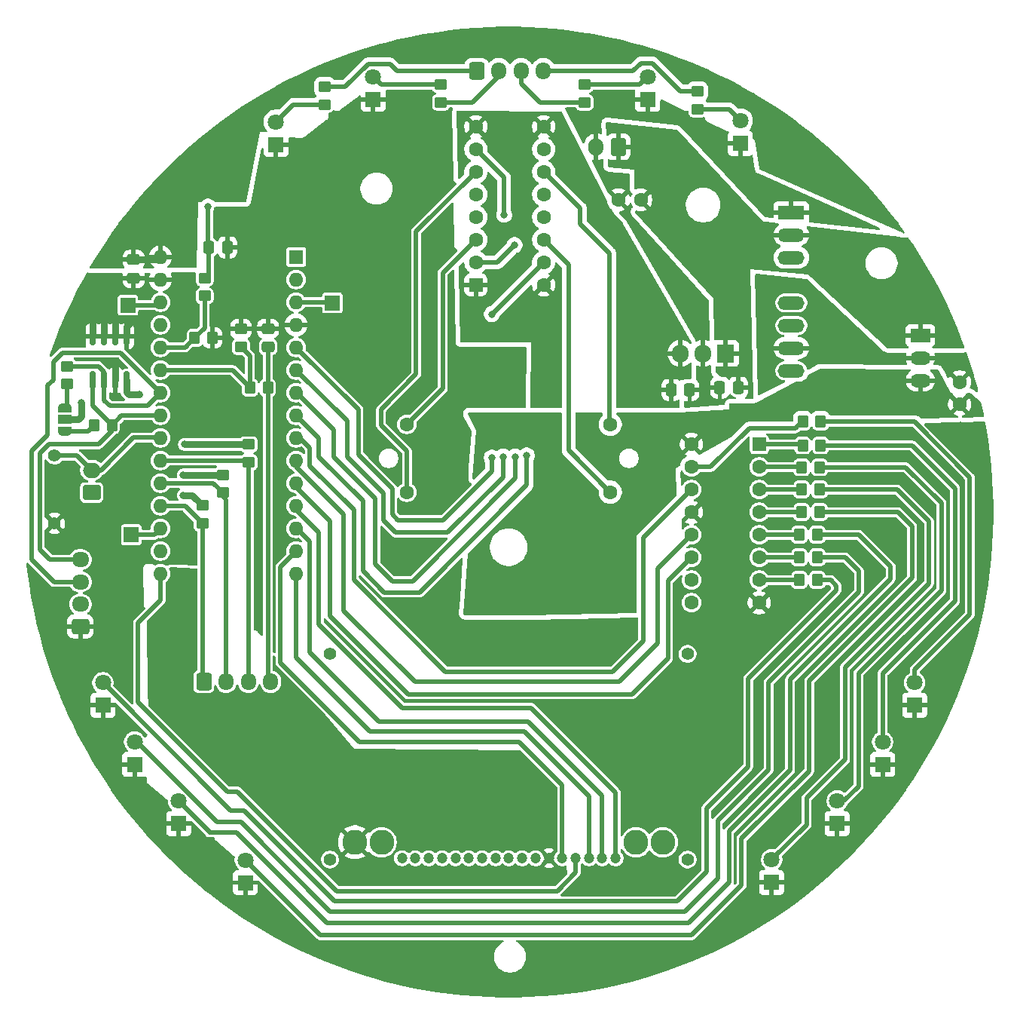
<source format=gbr>
%TF.GenerationSoftware,KiCad,Pcbnew,9.0.2*%
%TF.CreationDate,2025-06-27T21:47:48+01:00*%
%TF.ProjectId,Full_Circuit,46756c6c-5f43-4697-9263-7569742e6b69,rev?*%
%TF.SameCoordinates,Original*%
%TF.FileFunction,Copper,L1,Top*%
%TF.FilePolarity,Positive*%
%FSLAX46Y46*%
G04 Gerber Fmt 4.6, Leading zero omitted, Abs format (unit mm)*
G04 Created by KiCad (PCBNEW 9.0.2) date 2025-06-27 21:47:48*
%MOMM*%
%LPD*%
G01*
G04 APERTURE LIST*
G04 Aperture macros list*
%AMRoundRect*
0 Rectangle with rounded corners*
0 $1 Rounding radius*
0 $2 $3 $4 $5 $6 $7 $8 $9 X,Y pos of 4 corners*
0 Add a 4 corners polygon primitive as box body*
4,1,4,$2,$3,$4,$5,$6,$7,$8,$9,$2,$3,0*
0 Add four circle primitives for the rounded corners*
1,1,$1+$1,$2,$3*
1,1,$1+$1,$4,$5*
1,1,$1+$1,$6,$7*
1,1,$1+$1,$8,$9*
0 Add four rect primitives between the rounded corners*
20,1,$1+$1,$2,$3,$4,$5,0*
20,1,$1+$1,$4,$5,$6,$7,0*
20,1,$1+$1,$6,$7,$8,$9,0*
20,1,$1+$1,$8,$9,$2,$3,0*%
%AMFreePoly0*
4,1,23,0.550000,-0.750000,0.000000,-0.750000,0.000000,-0.745722,-0.065263,-0.745722,-0.191342,-0.711940,-0.304381,-0.646677,-0.396677,-0.554381,-0.461940,-0.441342,-0.495722,-0.315263,-0.495722,-0.250000,-0.500000,-0.250000,-0.500000,0.250000,-0.495722,0.250000,-0.495722,0.315263,-0.461940,0.441342,-0.396677,0.554381,-0.304381,0.646677,-0.191342,0.711940,-0.065263,0.745722,0.000000,0.745722,
0.000000,0.750000,0.550000,0.750000,0.550000,-0.750000,0.550000,-0.750000,$1*%
%AMFreePoly1*
4,1,23,0.000000,0.745722,0.065263,0.745722,0.191342,0.711940,0.304381,0.646677,0.396677,0.554381,0.461940,0.441342,0.495722,0.315263,0.495722,0.250000,0.500000,0.250000,0.500000,-0.250000,0.495722,-0.250000,0.495722,-0.315263,0.461940,-0.441342,0.396677,-0.554381,0.304381,-0.646677,0.191342,-0.711940,0.065263,-0.745722,0.000000,-0.745722,0.000000,-0.750000,-0.550000,-0.750000,
-0.550000,0.750000,0.000000,0.750000,0.000000,0.745722,0.000000,0.745722,$1*%
G04 Aperture macros list end*
%TA.AperFunction,ComponentPad*%
%ADD10R,1.800000X1.800000*%
%TD*%
%TA.AperFunction,ComponentPad*%
%ADD11C,1.800000*%
%TD*%
%TA.AperFunction,SMDPad,CuDef*%
%ADD12RoundRect,0.150000X-0.150000X0.825000X-0.150000X-0.825000X0.150000X-0.825000X0.150000X0.825000X0*%
%TD*%
%TA.AperFunction,SMDPad,CuDef*%
%ADD13RoundRect,0.250000X0.350000X0.450000X-0.350000X0.450000X-0.350000X-0.450000X0.350000X-0.450000X0*%
%TD*%
%TA.AperFunction,ComponentPad*%
%ADD14RoundRect,0.250000X0.750000X-0.600000X0.750000X0.600000X-0.750000X0.600000X-0.750000X-0.600000X0*%
%TD*%
%TA.AperFunction,ComponentPad*%
%ADD15O,2.000000X1.700000*%
%TD*%
%TA.AperFunction,SMDPad,CuDef*%
%ADD16RoundRect,0.250000X-0.337500X-0.475000X0.337500X-0.475000X0.337500X0.475000X-0.337500X0.475000X0*%
%TD*%
%TA.AperFunction,SMDPad,CuDef*%
%ADD17RoundRect,0.250000X-0.350000X-0.450000X0.350000X-0.450000X0.350000X0.450000X-0.350000X0.450000X0*%
%TD*%
%TA.AperFunction,SMDPad,CuDef*%
%ADD18RoundRect,0.250000X0.450000X-0.350000X0.450000X0.350000X-0.450000X0.350000X-0.450000X-0.350000X0*%
%TD*%
%TA.AperFunction,ComponentPad*%
%ADD19C,1.600000*%
%TD*%
%TA.AperFunction,ComponentPad*%
%ADD20C,1.400000*%
%TD*%
%TA.AperFunction,SMDPad,CuDef*%
%ADD21RoundRect,0.250000X-0.475000X0.337500X-0.475000X-0.337500X0.475000X-0.337500X0.475000X0.337500X0*%
%TD*%
%TA.AperFunction,SMDPad,CuDef*%
%ADD22FreePoly0,270.000000*%
%TD*%
%TA.AperFunction,SMDPad,CuDef*%
%ADD23R,1.500000X1.000000*%
%TD*%
%TA.AperFunction,SMDPad,CuDef*%
%ADD24FreePoly1,270.000000*%
%TD*%
%TA.AperFunction,SMDPad,CuDef*%
%ADD25RoundRect,0.250000X0.337500X0.475000X-0.337500X0.475000X-0.337500X-0.475000X0.337500X-0.475000X0*%
%TD*%
%TA.AperFunction,SMDPad,CuDef*%
%ADD26RoundRect,0.250000X-0.450000X0.350000X-0.450000X-0.350000X0.450000X-0.350000X0.450000X0.350000X0*%
%TD*%
%TA.AperFunction,ComponentPad*%
%ADD27RoundRect,0.250000X0.725000X-0.600000X0.725000X0.600000X-0.725000X0.600000X-0.725000X-0.600000X0*%
%TD*%
%TA.AperFunction,ComponentPad*%
%ADD28O,1.950000X1.700000*%
%TD*%
%TA.AperFunction,ComponentPad*%
%ADD29C,1.200000*%
%TD*%
%TA.AperFunction,ComponentPad*%
%ADD30C,2.800000*%
%TD*%
%TA.AperFunction,ComponentPad*%
%ADD31RoundRect,0.250000X0.550000X0.550000X-0.550000X0.550000X-0.550000X-0.550000X0.550000X-0.550000X0*%
%TD*%
%TA.AperFunction,ComponentPad*%
%ADD32R,3.000000X1.500000*%
%TD*%
%TA.AperFunction,ComponentPad*%
%ADD33O,3.000000X1.500000*%
%TD*%
%TA.AperFunction,ComponentPad*%
%ADD34R,1.700000X1.700000*%
%TD*%
%TA.AperFunction,ComponentPad*%
%ADD35RoundRect,0.250000X0.600000X0.750000X-0.600000X0.750000X-0.600000X-0.750000X0.600000X-0.750000X0*%
%TD*%
%TA.AperFunction,ComponentPad*%
%ADD36O,1.700000X2.000000*%
%TD*%
%TA.AperFunction,ComponentPad*%
%ADD37R,2.300000X1.500000*%
%TD*%
%TA.AperFunction,ComponentPad*%
%ADD38O,2.300000X1.500000*%
%TD*%
%TA.AperFunction,ComponentPad*%
%ADD39RoundRect,0.250000X-0.550000X-0.550000X0.550000X-0.550000X0.550000X0.550000X-0.550000X0.550000X0*%
%TD*%
%TA.AperFunction,ComponentPad*%
%ADD40R,1.600000X1.600000*%
%TD*%
%TA.AperFunction,ComponentPad*%
%ADD41O,1.600000X1.600000*%
%TD*%
%TA.AperFunction,ComponentPad*%
%ADD42RoundRect,0.250000X-0.600000X-0.725000X0.600000X-0.725000X0.600000X0.725000X-0.600000X0.725000X0*%
%TD*%
%TA.AperFunction,ComponentPad*%
%ADD43O,1.700000X1.950000*%
%TD*%
%TA.AperFunction,ComponentPad*%
%ADD44R,1.905000X2.000000*%
%TD*%
%TA.AperFunction,ComponentPad*%
%ADD45O,1.905000X2.000000*%
%TD*%
%TA.AperFunction,ViaPad*%
%ADD46C,0.800000*%
%TD*%
%TA.AperFunction,Conductor*%
%ADD47C,0.500000*%
%TD*%
%TA.AperFunction,Conductor*%
%ADD48C,0.800000*%
%TD*%
G04 APERTURE END LIST*
D10*
%TO.P,D11,1,K*%
%TO.N,GND*%
X123435250Y-125277150D03*
D11*
%TO.P,D11,2,A*%
%TO.N,Net-(D11-A)*%
X123435250Y-122737150D03*
%TD*%
D12*
%TO.P,U7,1,A0*%
%TO.N,GND*%
X117602000Y-70550000D03*
%TO.P,U7,2,A1*%
X116332000Y-70550000D03*
%TO.P,U7,3,A2*%
X115062000Y-70550000D03*
%TO.P,U7,4,GND*%
X113792000Y-70550000D03*
%TO.P,U7,5,SDA*%
%TO.N,/Data_Display_Controller/I2C SDA*%
X113792000Y-75500000D03*
%TO.P,U7,6,SCL*%
%TO.N,/Data_Display_Controller/I2C SCL*%
X115062000Y-75500000D03*
%TO.P,U7,7,WP*%
%TO.N,GND*%
X116332000Y-75500000D03*
%TO.P,U7,8,VCC*%
%TO.N,+3.3V*%
X117602000Y-75500000D03*
%TD*%
D13*
%TO.P,R19,1*%
%TO.N,Net-(D13-A)*%
X195199000Y-97917000D03*
%TO.P,R19,2*%
%TO.N,Net-(U6-QH)*%
X193199000Y-97917000D03*
%TD*%
D14*
%TO.P,SW1,1,1*%
%TO.N,+3.3V*%
X113665000Y-88098000D03*
D15*
%TO.P,SW1,2,2*%
%TO.N,/Data_Display_Controller/Button_A*%
X113665000Y-85598000D03*
%TD*%
D16*
%TO.P,C1,1*%
%TO.N,Net-(J5-Pin_1)*%
X126851500Y-60579000D03*
%TO.P,C1,2*%
%TO.N,GND*%
X128926500Y-60579000D03*
%TD*%
D13*
%TO.P,R25,1*%
%TO.N,/Data_Display_Controller/I2C SDA*%
X115935000Y-80518000D03*
%TO.P,R25,2*%
%TO.N,Net-(JP1-B)*%
X113935000Y-80518000D03*
%TD*%
D17*
%TO.P,R6,1*%
%TO.N,/Data_Display_Controller/Speed_Pulse*%
X125238000Y-70739000D03*
%TO.P,R6,2*%
%TO.N,GND*%
X127238000Y-70739000D03*
%TD*%
D13*
%TO.P,R18,1*%
%TO.N,Net-(D12-A)*%
X195199000Y-95377000D03*
%TO.P,R18,2*%
%TO.N,Net-(U6-QG)*%
X193199000Y-95377000D03*
%TD*%
D18*
%TO.P,R7,1*%
%TO.N,/Data_Display_Controller/Fuel_A*%
X126111000Y-91551000D03*
%TO.P,R7,2*%
%TO.N,+9V*%
X126111000Y-89551000D03*
%TD*%
D19*
%TO.P,M2,1*%
%TO.N,Net-(U2-2Y)*%
X149089250Y-88061150D03*
%TO.P,M2,2,-*%
%TO.N,Net-(M2--)*%
X149089250Y-80441150D03*
%TO.P,M2,3*%
%TO.N,Net-(U2-3Y)*%
X171949250Y-80441150D03*
%TO.P,M2,4*%
%TO.N,Net-(U2-4Y)*%
X171949250Y-88061150D03*
%TD*%
D20*
%TO.P,R20,1*%
%TO.N,GND*%
X109474000Y-91567000D03*
%TO.P,R20,2*%
%TO.N,/Data_Display_Controller/Button_A*%
X109474000Y-83947000D03*
%TD*%
D18*
%TO.P,R8,1*%
%TO.N,/Data_Display_Controller/Fuel_B*%
X128397000Y-88122000D03*
%TO.P,R8,2*%
%TO.N,+9V*%
X128397000Y-86122000D03*
%TD*%
D13*
%TO.P,R15,1*%
%TO.N,Net-(D9-A)*%
X195453000Y-87757000D03*
%TO.P,R15,2*%
%TO.N,Net-(U6-QD)*%
X193453000Y-87757000D03*
%TD*%
D21*
%TO.P,C5,1*%
%TO.N,GND*%
X133485750Y-69680000D03*
%TO.P,C5,2*%
%TO.N,Net-(J4-Pin_4)*%
X133485750Y-71755000D03*
%TD*%
D10*
%TO.P,D9,1,K*%
%TO.N,GND*%
X190084850Y-131881150D03*
D11*
%TO.P,D9,2,A*%
%TO.N,Net-(D9-A)*%
X190084850Y-129341150D03*
%TD*%
D10*
%TO.P,D7,1,K*%
%TO.N,GND*%
X202556250Y-118647750D03*
D11*
%TO.P,D7,2,A*%
%TO.N,Net-(D7-A)*%
X202556250Y-116107750D03*
%TD*%
D22*
%TO.P,JP1,1,A*%
%TO.N,Net-(JP1-A)*%
X110617000Y-78613000D03*
D23*
%TO.P,JP1,2,C*%
%TO.N,+3.3V*%
X110617000Y-79913000D03*
D24*
%TO.P,JP1,3,B*%
%TO.N,Net-(JP1-B)*%
X110617000Y-81213000D03*
%TD*%
D18*
%TO.P,R1,1*%
%TO.N,Net-(D1-A)*%
X181753000Y-45069000D03*
%TO.P,R1,2*%
%TO.N,Net-(J3-Pin_4)*%
X181753000Y-43069000D03*
%TD*%
D10*
%TO.P,D5,1,K*%
%TO.N,GND*%
X206163050Y-111992950D03*
D11*
%TO.P,D5,2,A*%
%TO.N,Net-(D5-A)*%
X206163050Y-109452950D03*
%TD*%
D21*
%TO.P,C19,1*%
%TO.N,+9V*%
X118364000Y-61954500D03*
%TO.P,C19,2*%
%TO.N,GND*%
X118364000Y-64029500D03*
%TD*%
D13*
%TO.P,R10,1*%
%TO.N,Net-(J4-Pin_4)*%
X133461000Y-76327000D03*
%TO.P,R10,2*%
%TO.N,/Data_Display_Controller/RPM_Pulse*%
X131461000Y-76327000D03*
%TD*%
D10*
%TO.P,D2,1,K*%
%TO.N,GND*%
X176165000Y-43947000D03*
D11*
%TO.P,D2,2,A*%
%TO.N,Net-(D2-A)*%
X176165000Y-41407000D03*
%TD*%
D25*
%TO.P,C7,1*%
%TO.N,+12V*%
X186330500Y-76327000D03*
%TO.P,C7,2*%
%TO.N,GND*%
X184255500Y-76327000D03*
%TD*%
D18*
%TO.P,R4,1*%
%TO.N,Net-(D4-A)*%
X139843000Y-44561000D03*
%TO.P,R4,2*%
%TO.N,Net-(J3-Pin_1)*%
X139843000Y-42561000D03*
%TD*%
D10*
%TO.P,D3,1,K*%
%TO.N,GND*%
X145304000Y-43947000D03*
D11*
%TO.P,D3,2,A*%
%TO.N,Net-(D3-A)*%
X145304000Y-41407000D03*
%TD*%
D19*
%TO.P,C18,1*%
%TO.N,+12V*%
X175367000Y-55245000D03*
%TO.P,C18,2*%
%TO.N,GND*%
X172867000Y-55245000D03*
%TD*%
D13*
%TO.P,R13,1*%
%TO.N,Net-(D7-A)*%
X195580000Y-82804000D03*
%TO.P,R13,2*%
%TO.N,Net-(U6-QB)*%
X193580000Y-82804000D03*
%TD*%
D26*
%TO.P,R3,1*%
%TO.N,Net-(D3-A)*%
X152924000Y-42307000D03*
%TO.P,R3,2*%
%TO.N,Net-(J3-Pin_2)*%
X152924000Y-44307000D03*
%TD*%
D13*
%TO.P,R14,1*%
%TO.N,Net-(D8-A)*%
X195469000Y-85267150D03*
%TO.P,R14,2*%
%TO.N,Net-(U6-QC)*%
X193469000Y-85267150D03*
%TD*%
D10*
%TO.P,D10,1,K*%
%TO.N,GND*%
X130928250Y-131906550D03*
D11*
%TO.P,D10,2,A*%
%TO.N,Net-(D10-A)*%
X130928250Y-129366550D03*
%TD*%
D13*
%TO.P,R17,1*%
%TO.N,Net-(D11-A)*%
X195199000Y-92837000D03*
%TO.P,R17,2*%
%TO.N,Net-(U6-QF)*%
X193199000Y-92837000D03*
%TD*%
D26*
%TO.P,R2,1*%
%TO.N,Net-(D2-A)*%
X169053000Y-42307000D03*
%TO.P,R2,2*%
%TO.N,Net-(J3-Pin_3)*%
X169053000Y-44307000D03*
%TD*%
D18*
%TO.P,R11,1*%
%TO.N,/Data_Display_Controller/RPM_Pulse*%
X130437750Y-71739000D03*
%TO.P,R11,2*%
%TO.N,GND*%
X130437750Y-69739000D03*
%TD*%
D26*
%TO.P,R26,1*%
%TO.N,/Data_Display_Controller/I2C SCL*%
X110871000Y-73930000D03*
%TO.P,R26,2*%
%TO.N,Net-(JP1-A)*%
X110871000Y-75930000D03*
%TD*%
%TO.P,R5,1*%
%TO.N,Net-(J5-Pin_1)*%
X126365000Y-64024000D03*
%TO.P,R5,2*%
%TO.N,/Data_Display_Controller/Speed_Pulse*%
X126365000Y-66024000D03*
%TD*%
D10*
%TO.P,D13,1,K*%
%TO.N,GND*%
X114926250Y-111992950D03*
D11*
%TO.P,D13,2,A*%
%TO.N,Net-(D13-A)*%
X114926250Y-109452950D03*
%TD*%
D27*
%TO.P,J6,1,Pin_1*%
%TO.N,GND*%
X112395000Y-103131000D03*
D28*
%TO.P,J6,2,Pin_2*%
%TO.N,+3.3V*%
X112395000Y-100631000D03*
%TO.P,J6,3,Pin_3*%
%TO.N,/Data_Display_Controller/I2C SCL*%
X112395000Y-98131000D03*
%TO.P,J6,4,Pin_4*%
%TO.N,/Data_Display_Controller/I2C SDA*%
X112395000Y-95631000D03*
%TD*%
D13*
%TO.P,R12,1*%
%TO.N,Net-(D5-A)*%
X195580000Y-80161750D03*
%TO.P,R12,2*%
%TO.N,Net-(U6-QA)*%
X193580000Y-80161750D03*
%TD*%
D29*
%TO.P,DS1,1,V0*%
%TO.N,Net-(DS1-V0)*%
X148544650Y-129166150D03*
%TO.P,DS1,2,V1*%
%TO.N,Net-(DS1-V1)*%
X150044650Y-129166150D03*
%TO.P,DS1,3,V2*%
%TO.N,Net-(DS1-V2)*%
X151544650Y-129166150D03*
%TO.P,DS1,4,V3*%
%TO.N,Net-(DS1-V3)*%
X153044650Y-129166150D03*
%TO.P,DS1,5,V4*%
%TO.N,Net-(DS1-V4)*%
X154544650Y-129166150D03*
%TO.P,DS1,6,C2-*%
%TO.N,Net-(DS1-C2-)*%
X156044650Y-129166150D03*
%TO.P,DS1,7,C2+*%
%TO.N,Net-(DS1-C2+)*%
X157544650Y-129166150D03*
%TO.P,DS1,8,C1+*%
%TO.N,Net-(DS1-C1+)*%
X159044650Y-129166150D03*
%TO.P,DS1,9,C1-*%
%TO.N,Net-(DS1-C1-)*%
X160544650Y-129166150D03*
%TO.P,DS1,10,VOUT*%
%TO.N,Net-(DS1-VOUT)*%
X162044650Y-129166150D03*
%TO.P,DS1,11,VSS*%
%TO.N,GND*%
X163544650Y-129166150D03*
%TO.P,DS1,12,VDD*%
%TO.N,+3.3V*%
X165044650Y-129166150D03*
%TO.P,DS1,13,SI*%
%TO.N,/Data_Display_Controller/COPI(MOSI)*%
X166544650Y-129166150D03*
%TO.P,DS1,14,SCL*%
%TO.N,/Data_Display_Controller/SPI_SCK*%
X168044650Y-129166150D03*
%TO.P,DS1,15,A0*%
%TO.N,/Data_Display_Controller/A0*%
X169544650Y-129166150D03*
%TO.P,DS1,16,~{RES}*%
%TO.N,/Data_Display_Controller/RES(RST)*%
X171044650Y-129166150D03*
%TO.P,DS1,17,CS1B*%
%TO.N,/Data_Display_Controller/SPI_CS(CS1B)*%
X172544650Y-129166150D03*
D30*
%TO.P,DS1,A1,COMMON_ANODE*%
%TO.N,+3.3V*%
X143244650Y-127366150D03*
%TO.P,DS1,K1,CATHODE_*%
%TO.N,Net-(DS1-CATHODE_)*%
X146244650Y-127366150D03*
%TO.P,DS1,K2,CATHODE_1*%
%TO.N,Net-(DS1-CATHODE_1)*%
X174844650Y-127366150D03*
%TO.P,DS1,K3,CATHODE_2*%
%TO.N,Net-(DS1-CATHODE_2)*%
X177844650Y-127366150D03*
D20*
%TO.P,DS1,MH1,MH1*%
%TO.N,unconnected-(DS1-PadMH1)*%
X140444650Y-129316150D03*
%TO.P,DS1,MH2,MH2*%
%TO.N,unconnected-(DS1-PadMH2)*%
X140444650Y-106216150D03*
%TO.P,DS1,MH3,MH3*%
%TO.N,unconnected-(DS1-PadMH3)*%
X180644650Y-106216150D03*
%TO.P,DS1,MH4,MH4*%
%TO.N,unconnected-(DS1-PadMH4)*%
X180644650Y-129316150D03*
%TD*%
D16*
%TO.P,C6,1*%
%TO.N,+5V*%
X178794500Y-76581000D03*
%TO.P,C6,2*%
%TO.N,GND*%
X180869500Y-76581000D03*
%TD*%
D10*
%TO.P,D12,1,K*%
%TO.N,GND*%
X118482250Y-118647750D03*
D11*
%TO.P,D12,2,A*%
%TO.N,Net-(D12-A)*%
X118482250Y-116107750D03*
%TD*%
D13*
%TO.P,R16,1*%
%TO.N,Net-(D10-A)*%
X195453000Y-90297000D03*
%TO.P,R16,2*%
%TO.N,Net-(U6-QE)*%
X193453000Y-90297000D03*
%TD*%
D19*
%TO.P,C17,1*%
%TO.N,+3.3V*%
X211201000Y-78192000D03*
%TO.P,C17,2*%
%TO.N,GND*%
X211201000Y-75692000D03*
%TD*%
D10*
%TO.P,D1,1,K*%
%TO.N,GND*%
X186579000Y-48900000D03*
D11*
%TO.P,D1,2,A*%
%TO.N,Net-(D1-A)*%
X186579000Y-46360000D03*
%TD*%
D10*
%TO.P,D8,1,K*%
%TO.N,GND*%
X197450850Y-125277150D03*
D11*
%TO.P,D8,2,A*%
%TO.N,Net-(D8-A)*%
X197450850Y-122737150D03*
%TD*%
D26*
%TO.P,R9,1*%
%TO.N,+9V*%
X131318000Y-82693000D03*
%TO.P,R9,2*%
%TO.N,/Data_Display_Controller/Coolant*%
X131318000Y-84693000D03*
%TD*%
D10*
%TO.P,D4,1,K*%
%TO.N,GND*%
X134382000Y-49027000D03*
D11*
%TO.P,D4,2,A*%
%TO.N,Net-(D4-A)*%
X134382000Y-46487000D03*
%TD*%
D31*
%TO.P,U6,1,QB*%
%TO.N,Net-(U6-QB)*%
X188687850Y-82701750D03*
D19*
%TO.P,U6,2,QC*%
%TO.N,Net-(U6-QC)*%
X188687850Y-85241750D03*
%TO.P,U6,3,QD*%
%TO.N,Net-(U6-QD)*%
X188687850Y-87781750D03*
%TO.P,U6,4,QE*%
%TO.N,Net-(U6-QE)*%
X188687850Y-90321750D03*
%TO.P,U6,5,QF*%
%TO.N,Net-(U6-QF)*%
X188687850Y-92861750D03*
%TO.P,U6,6,QG*%
%TO.N,Net-(U6-QG)*%
X188687850Y-95401750D03*
%TO.P,U6,7,QH*%
%TO.N,Net-(U6-QH)*%
X188687850Y-97941750D03*
%TO.P,U6,8,GND*%
%TO.N,GND*%
X188687850Y-100481750D03*
%TO.P,U6,9,QH'*%
%TO.N,unconnected-(U6-QH&apos;-Pad9)*%
X181067850Y-100481750D03*
%TO.P,U6,10,~{SRCLR}*%
%TO.N,+3.3V*%
X181067850Y-97941750D03*
%TO.P,U6,11,SRCLK*%
%TO.N,/Data_Display_Controller/Bar_SRCLK*%
X181067850Y-95401750D03*
%TO.P,U6,12,RCLK*%
%TO.N,/Data_Display_Controller/Bar_RCLK*%
X181067850Y-92861750D03*
%TO.P,U6,13,~{OE}*%
%TO.N,GND*%
X181067850Y-90321750D03*
%TO.P,U6,14,SER*%
%TO.N,/Data_Display_Controller/Bar_SER*%
X181067850Y-87781750D03*
%TO.P,U6,15,QA*%
%TO.N,Net-(U6-QA)*%
X181067850Y-85241750D03*
%TO.P,U6,16,VCC*%
%TO.N,+3.3V*%
X181067850Y-82701750D03*
%TD*%
D32*
%TO.P,U3,1,-Vin*%
%TO.N,GND*%
X192291000Y-56647500D03*
D33*
%TO.P,U3,2,+Vin*%
%TO.N,+12V*%
X192291000Y-59187500D03*
%TO.P,U3,3,Remote*%
%TO.N,unconnected-(U3-Remote-Pad3)*%
X192291000Y-61727500D03*
%TO.P,U3,5,NC*%
%TO.N,unconnected-(U3-NC-Pad5)*%
X192291000Y-66807500D03*
%TO.P,U3,6,+Vout*%
%TO.N,+9V*%
X192291000Y-69347500D03*
%TO.P,U3,7,-Vout*%
%TO.N,GND*%
X192291000Y-71887500D03*
%TO.P,U3,8,NC*%
%TO.N,unconnected-(U3-NC-Pad8)*%
X192291000Y-74427500D03*
%TD*%
D34*
%TO.P,TP1,1,1*%
%TO.N,Net-(A1-~{RESET})*%
X140716000Y-66802000D03*
%TD*%
D35*
%TO.P,J2,1,Pin_1*%
%TO.N,+12V*%
X172863000Y-49276000D03*
D36*
%TO.P,J2,2,Pin_2*%
%TO.N,GND*%
X170363000Y-49276000D03*
%TD*%
D34*
%TO.P,TP2,1,1*%
%TO.N,Net-(A1-B0)*%
X118110000Y-92837000D03*
%TD*%
D37*
%TO.P,U1,1,IN*%
%TO.N,+12V*%
X206804500Y-70450500D03*
D38*
%TO.P,U1,2,GND*%
%TO.N,GND*%
X206804500Y-72990500D03*
%TO.P,U1,3,OUT*%
%TO.N,+3.3V*%
X206804500Y-75530500D03*
%TD*%
D39*
%TO.P,U2,1,EN1\u002C2*%
%TO.N,+5V*%
X156836250Y-64794750D03*
D19*
%TO.P,U2,2,1A*%
%TO.N,Net-(U2-1A)*%
X156836250Y-62254750D03*
%TO.P,U2,3,1Y*%
%TO.N,Net-(M2--)*%
X156836250Y-59714750D03*
%TO.P,U2,4,GND*%
%TO.N,GND*%
X156836250Y-57174750D03*
%TO.P,U2,5,GND*%
X156836250Y-54634750D03*
%TO.P,U2,6,2Y*%
%TO.N,Net-(U2-2Y)*%
X156836250Y-52094750D03*
%TO.P,U2,7,2A*%
%TO.N,Net-(U2-2A)*%
X156836250Y-49554750D03*
%TO.P,U2,8,VCC2*%
%TO.N,+5V*%
X156836250Y-47014750D03*
%TO.P,U2,9,EN3\u002C4*%
X164456250Y-47014750D03*
%TO.P,U2,10,3A*%
%TO.N,Net-(U2-3A)*%
X164456250Y-49554750D03*
%TO.P,U2,11,3Y*%
%TO.N,Net-(U2-3Y)*%
X164456250Y-52094750D03*
%TO.P,U2,12,GND*%
%TO.N,GND*%
X164456250Y-54634750D03*
%TO.P,U2,13,GND*%
X164456250Y-57174750D03*
%TO.P,U2,14,4Y*%
%TO.N,Net-(U2-4Y)*%
X164456250Y-59714750D03*
%TO.P,U2,15,4A*%
%TO.N,Net-(U2-4A)*%
X164456250Y-62254750D03*
%TO.P,U2,16,VCC1*%
%TO.N,+5V*%
X164456250Y-64794750D03*
%TD*%
D40*
%TO.P,A1,1,D1/TX*%
%TO.N,unconnected-(A1-D1{slash}TX-Pad1)*%
X136642000Y-61645150D03*
D41*
%TO.P,A1,2,D0/RX*%
%TO.N,unconnected-(A1-D0{slash}RX-Pad2)*%
X136642000Y-64185150D03*
%TO.P,A1,3,~{RESET}*%
%TO.N,Net-(A1-~{RESET})*%
X136642000Y-66725150D03*
%TO.P,A1,4,GND*%
%TO.N,GND*%
X136642000Y-69265150D03*
%TO.P,A1,5,D2*%
%TO.N,/Data_Display_Controller/Tach_A4*%
X136642000Y-71805150D03*
%TO.P,A1,6,D3*%
%TO.N,/Data_Display_Controller/Tach_A3*%
X136642000Y-74345150D03*
%TO.P,A1,7,D4*%
%TO.N,/Data_Display_Controller/Tach_A2*%
X136642000Y-76885150D03*
%TO.P,A1,8,D5*%
%TO.N,/Data_Display_Controller/Tach_A1*%
X136642000Y-79425150D03*
%TO.P,A1,9,D6*%
%TO.N,/Data_Display_Controller/Bar_SER*%
X136642000Y-81965150D03*
%TO.P,A1,10,D7*%
%TO.N,/Data_Display_Controller/Bar_RCLK*%
X136642000Y-84505150D03*
%TO.P,A1,11,D8*%
%TO.N,/Data_Display_Controller/Bar_SRCLK*%
X136642000Y-87045150D03*
%TO.P,A1,12,D9*%
%TO.N,/Data_Display_Controller/SPI_CS(CS1B)*%
X136642000Y-89585150D03*
%TO.P,A1,13,D10/CS*%
%TO.N,/Data_Display_Controller/RES(RST)*%
X136642000Y-92125150D03*
%TO.P,A1,14,D11/COPI*%
%TO.N,/Data_Display_Controller/COPI(MOSI)*%
X136642000Y-94665150D03*
%TO.P,A1,15,D12/CIPO*%
%TO.N,/Data_Display_Controller/A0*%
X136642000Y-97205150D03*
%TO.P,A1,16,D13/SCK*%
%TO.N,/Data_Display_Controller/SPI_SCK*%
X121402000Y-97205150D03*
%TO.P,A1,17,3V3*%
%TO.N,unconnected-(A1-3V3-Pad17)*%
X121402000Y-94665150D03*
%TO.P,A1,18,B0*%
%TO.N,Net-(A1-B0)*%
X121402000Y-92125150D03*
%TO.P,A1,19,A0*%
%TO.N,/Data_Display_Controller/Fuel_A*%
X121402000Y-89585150D03*
%TO.P,A1,20,A1*%
%TO.N,/Data_Display_Controller/Fuel_B*%
X121402000Y-87045150D03*
%TO.P,A1,21,A2*%
%TO.N,/Data_Display_Controller/Coolant*%
X121402000Y-84505150D03*
%TO.P,A1,22,A3*%
%TO.N,/Data_Display_Controller/Button_A*%
X121402000Y-81965150D03*
%TO.P,A1,23,SDA/A4*%
%TO.N,/Data_Display_Controller/I2C SDA*%
X121402000Y-79425150D03*
%TO.P,A1,24,SCL/A5*%
%TO.N,/Data_Display_Controller/I2C SCL*%
X121402000Y-76885150D03*
%TO.P,A1,25,A6*%
%TO.N,/Data_Display_Controller/RPM_Pulse*%
X121402000Y-74345150D03*
%TO.P,A1,26,A7*%
%TO.N,/Data_Display_Controller/Speed_Pulse*%
X121402000Y-71805150D03*
%TO.P,A1,27,VUSB/5V*%
%TO.N,unconnected-(A1-VUSB{slash}5V-Pad27)*%
X121402000Y-69265150D03*
%TO.P,A1,28,B1*%
%TO.N,Net-(A1-B1)*%
X121402000Y-66725150D03*
%TO.P,A1,29,GND*%
%TO.N,GND*%
X121402000Y-64185150D03*
%TO.P,A1,30,VIN*%
%TO.N,+9V*%
X121402000Y-61645150D03*
%TD*%
D34*
%TO.P,TP3,1,1*%
%TO.N,Net-(A1-B1)*%
X117729000Y-67056000D03*
%TD*%
D42*
%TO.P,J4,1,Pin_1*%
%TO.N,/Data_Display_Controller/Fuel_A*%
X126278000Y-109347000D03*
D43*
%TO.P,J4,2,Pin_2*%
%TO.N,/Data_Display_Controller/Fuel_B*%
X128778000Y-109347000D03*
%TO.P,J4,3,Pin_3*%
%TO.N,/Data_Display_Controller/Coolant*%
X131278000Y-109347000D03*
%TO.P,J4,4,Pin_4*%
%TO.N,Net-(J4-Pin_4)*%
X133778000Y-109347000D03*
%TD*%
D44*
%TO.P,U4,1,IN*%
%TO.N,+12V*%
X184928000Y-72476000D03*
D45*
%TO.P,U4,2,GND*%
%TO.N,GND*%
X182388000Y-72476000D03*
%TO.P,U4,3,OUT*%
%TO.N,+5V*%
X179848000Y-72476000D03*
%TD*%
D42*
%TO.P,J3,1,Pin_1*%
%TO.N,Net-(J3-Pin_1)*%
X156921000Y-40784000D03*
D43*
%TO.P,J3,2,Pin_2*%
%TO.N,Net-(J3-Pin_2)*%
X159421000Y-40784000D03*
%TO.P,J3,3,Pin_3*%
%TO.N,Net-(J3-Pin_3)*%
X161921000Y-40784000D03*
%TO.P,J3,4,Pin_4*%
%TO.N,Net-(J3-Pin_4)*%
X164421000Y-40784000D03*
%TD*%
D46*
%TO.N,GND*%
X211709000Y-81280000D03*
X170307000Y-140970000D03*
X154686000Y-140970000D03*
%TO.N,/Data_Display_Controller/Tach_A2*%
X161290000Y-84074000D03*
%TO.N,GND*%
X116078000Y-68326000D03*
X182499000Y-75184000D03*
X151765000Y-83312000D03*
X113411000Y-68326000D03*
X148463000Y-94742000D03*
X177927000Y-118872000D03*
X128524000Y-68707000D03*
X133477000Y-67564000D03*
X118364000Y-68707000D03*
X123571000Y-64770000D03*
X114808000Y-68199000D03*
X130556000Y-67437000D03*
X162052000Y-103759000D03*
X174879000Y-118872000D03*
X115824000Y-73406000D03*
X182245000Y-68961000D03*
X131318000Y-60579000D03*
%TO.N,/Data_Display_Controller/Tach_A3*%
X159893000Y-84074000D03*
%TO.N,/Data_Display_Controller/Tach_A1*%
X162560000Y-83947000D03*
%TO.N,+9V*%
X123952000Y-88392000D03*
X123952000Y-86106000D03*
X124079000Y-61849000D03*
X199644000Y-54610000D03*
X124079000Y-60198000D03*
X124063000Y-82693000D03*
X196850000Y-51816000D03*
%TO.N,/Data_Display_Controller/Tach_A4*%
X158623000Y-84201000D03*
%TO.N,+5V*%
X163703000Y-75184000D03*
%TO.N,+3.3V*%
X157353000Y-79756000D03*
X157861000Y-98044000D03*
X123952000Y-100203000D03*
X118999000Y-77089000D03*
X165354000Y-100711000D03*
X112522000Y-77978000D03*
X123952000Y-97917000D03*
X172847000Y-98171000D03*
X164592000Y-84328000D03*
%TO.N,Net-(U2-1A)*%
X161174000Y-60325000D03*
%TO.N,Net-(U2-4A)*%
X158639650Y-68071350D03*
%TO.N,Net-(U2-2A)*%
X160020000Y-56896000D03*
%TO.N,Net-(J5-Pin_1)*%
X126746000Y-56007000D03*
%TD*%
D47*
%TO.N,/Data_Display_Controller/I2C SCL*%
X116906850Y-72390000D02*
X121402000Y-76885150D01*
X110363000Y-72390000D02*
X116906850Y-72390000D01*
X109347000Y-73406000D02*
X110363000Y-72390000D01*
X108712000Y-76089000D02*
X109347000Y-75454000D01*
X108712000Y-81661000D02*
X108712000Y-76089000D01*
X106934000Y-83439000D02*
X108712000Y-81661000D01*
X109434000Y-98131000D02*
X106934000Y-95631000D01*
X106934000Y-95631000D02*
X106934000Y-83439000D01*
X109347000Y-75454000D02*
X109347000Y-73406000D01*
X112395000Y-98131000D02*
X109434000Y-98131000D01*
%TO.N,Net-(D10-A)*%
X139356700Y-137795000D02*
X130928250Y-129366550D01*
X181118000Y-137795000D02*
X139356700Y-137795000D01*
X186706000Y-126984000D02*
X186706000Y-132207000D01*
X205867000Y-91889100D02*
X205867000Y-97663000D01*
X186706000Y-132207000D02*
X181118000Y-137795000D01*
X204274900Y-90297000D02*
X205867000Y-91889100D01*
X195453000Y-90297000D02*
X204274900Y-90297000D01*
X205867000Y-97663000D02*
X194310000Y-109220000D01*
X194310000Y-109220000D02*
X194310000Y-119380000D01*
X194310000Y-119380000D02*
X186706000Y-126984000D01*
%TO.N,Net-(D11-A)*%
X126889000Y-126190900D02*
X123435250Y-122737150D01*
X126889000Y-126238000D02*
X126889000Y-126190900D01*
X129921000Y-126238000D02*
X126889000Y-126238000D01*
X140081000Y-136398000D02*
X129921000Y-126238000D01*
X180737000Y-136398000D02*
X140081000Y-136398000D01*
X185309000Y-131826000D02*
X180737000Y-136398000D01*
X192151000Y-109093000D02*
X192151000Y-119253000D01*
X185309000Y-126095000D02*
X185309000Y-131826000D01*
X203454000Y-96384900D02*
X203454000Y-97790000D01*
X203454000Y-97790000D02*
X192151000Y-109093000D01*
X199906100Y-92837000D02*
X203454000Y-96384900D01*
X192151000Y-119253000D02*
X185309000Y-126095000D01*
X195199000Y-92837000D02*
X199906100Y-92837000D01*
%TO.N,Net-(D12-A)*%
X118790750Y-116107750D02*
X118482250Y-116107750D01*
X127778000Y-125095000D02*
X118790750Y-116107750D01*
X130429000Y-125095000D02*
X127778000Y-125095000D01*
X140462000Y-135128000D02*
X130429000Y-125095000D01*
X180356000Y-135128000D02*
X140462000Y-135128000D01*
X184039000Y-124952000D02*
X184039000Y-131445000D01*
X199898000Y-99250899D02*
X189738000Y-109410899D01*
X184039000Y-131445000D02*
X180356000Y-135128000D01*
X199898000Y-96901000D02*
X199898000Y-99250899D01*
X198374000Y-95377000D02*
X199898000Y-96901000D01*
X189738000Y-119253000D02*
X184039000Y-124952000D01*
X195199000Y-95377000D02*
X198374000Y-95377000D01*
X189738000Y-109410899D02*
X189738000Y-119253000D01*
%TO.N,Net-(D13-A)*%
X129298300Y-123825000D02*
X114926250Y-109452950D01*
X130810000Y-123825000D02*
X129298300Y-123825000D01*
X140970000Y-133985000D02*
X130810000Y-123825000D01*
X179467000Y-133985000D02*
X140970000Y-133985000D01*
X182769000Y-130683000D02*
X179467000Y-133985000D01*
X187452000Y-108966000D02*
X187452000Y-118872000D01*
X197358000Y-99060000D02*
X187452000Y-108966000D01*
X196723000Y-97917000D02*
X197358000Y-98552000D01*
X197358000Y-98552000D02*
X197358000Y-99060000D01*
X187452000Y-118872000D02*
X182769000Y-123555000D01*
X182769000Y-123555000D02*
X182769000Y-130683000D01*
X195199000Y-97917000D02*
X196723000Y-97917000D01*
%TO.N,Net-(D8-A)*%
X199838450Y-108390550D02*
X199838450Y-121081150D01*
X209169000Y-99060000D02*
X199838450Y-108390550D01*
X209169000Y-89281000D02*
X209169000Y-99060000D01*
X199838450Y-121081150D02*
X198182450Y-122737150D01*
X198182450Y-122737150D02*
X197450850Y-122737150D01*
X195469000Y-85267150D02*
X205155150Y-85267150D01*
X205155150Y-85267150D02*
X209169000Y-89281000D01*
%TO.N,Net-(D9-A)*%
X207772000Y-98298000D02*
X207772000Y-91313000D01*
X207772000Y-91313000D02*
X204216000Y-87757000D01*
X198314450Y-107755550D02*
X207772000Y-98298000D01*
X204216000Y-87757000D02*
X195453000Y-87757000D01*
X198314450Y-118083950D02*
X198314450Y-107755550D01*
X194021850Y-125404150D02*
X194021850Y-122376550D01*
X190084850Y-129341150D02*
X194021850Y-125404150D01*
X194021850Y-122376550D02*
X198314450Y-118083950D01*
%TO.N,Net-(D5-A)*%
X212344000Y-101819200D02*
X206163050Y-108000150D01*
X206163050Y-108000150D02*
X206163050Y-109452950D01*
X212344000Y-86360000D02*
X212344000Y-101819200D01*
X206145750Y-80161750D02*
X212344000Y-86360000D01*
X195580000Y-80161750D02*
X206145750Y-80161750D01*
%TO.N,Net-(D7-A)*%
X210693000Y-100239674D02*
X202556250Y-108376424D01*
X202556250Y-108376424D02*
X202556250Y-116107750D01*
X210693000Y-87630000D02*
X210693000Y-100239674D01*
X205867000Y-82804000D02*
X210693000Y-87630000D01*
X195580000Y-82804000D02*
X205867000Y-82804000D01*
%TO.N,Net-(U6-QA)*%
X192725800Y-80899000D02*
X193463050Y-80161750D01*
X187569600Y-80899000D02*
X192725800Y-80899000D01*
X183226850Y-85241750D02*
X187569600Y-80899000D01*
X181067850Y-85241750D02*
X183226850Y-85241750D01*
%TO.N,Net-(U2-3Y)*%
X168529000Y-56167500D02*
X168529000Y-57912000D01*
X164456250Y-52094750D02*
X168529000Y-56167500D01*
X171831000Y-61214000D02*
X168529000Y-57912000D01*
X171831000Y-80322900D02*
X171831000Y-61214000D01*
X171949250Y-80441150D02*
X171831000Y-80322900D01*
X164456250Y-52188250D02*
X164456250Y-52094750D01*
%TO.N,/Data_Display_Controller/Bar_SER*%
X143129000Y-90043000D02*
X143129000Y-97917000D01*
X137083150Y-81965150D02*
X138176000Y-83058000D01*
X153416000Y-108204000D02*
X172212000Y-108204000D01*
X138176000Y-85090000D02*
X143129000Y-90043000D01*
X138176000Y-83058000D02*
X138176000Y-85090000D01*
X136642000Y-81965150D02*
X137083150Y-81965150D01*
X175641000Y-104775000D02*
X175641000Y-93208600D01*
X172212000Y-108204000D02*
X175641000Y-104775000D01*
X175641000Y-93208600D02*
X181067850Y-87781750D01*
X143129000Y-97917000D02*
X153416000Y-108204000D01*
%TO.N,/Data_Display_Controller/Fuel_A*%
X121402000Y-89585150D02*
X124145150Y-89585150D01*
X126111000Y-109180000D02*
X126278000Y-109347000D01*
X124145150Y-89585150D02*
X126111000Y-91551000D01*
X126111000Y-91551000D02*
X126111000Y-109180000D01*
%TO.N,/Data_Display_Controller/Tach_A2*%
X136642000Y-76885150D02*
X136702150Y-76885150D01*
X161290000Y-86487000D02*
X161290000Y-84074000D01*
X136702150Y-76885150D02*
X140843000Y-81026000D01*
X149733000Y-98044000D02*
X161290000Y-86487000D01*
X145542000Y-96139000D02*
X147447000Y-98044000D01*
X147447000Y-98044000D02*
X149733000Y-98044000D01*
X140843000Y-84074000D02*
X145542000Y-88773000D01*
X145542000Y-88773000D02*
X145542000Y-96139000D01*
X140843000Y-81026000D02*
X140843000Y-84074000D01*
D48*
%TO.N,GND*%
X116332000Y-73914000D02*
X115824000Y-73406000D01*
X117602000Y-69469000D02*
X118364000Y-68707000D01*
X116332000Y-75500000D02*
X116332000Y-73914000D01*
X115062000Y-68453000D02*
X114808000Y-68199000D01*
X121246350Y-64029500D02*
X121402000Y-64185150D01*
X113792000Y-68707000D02*
X113411000Y-68326000D01*
X117602000Y-70550000D02*
X117602000Y-69469000D01*
X116332000Y-70550000D02*
X116332000Y-68580000D01*
X115062000Y-70550000D02*
X115062000Y-68453000D01*
X113792000Y-70550000D02*
X113792000Y-68707000D01*
X116332000Y-68580000D02*
X116078000Y-68326000D01*
D47*
%TO.N,Net-(A1-B1)*%
X121071150Y-67056000D02*
X121402000Y-66725150D01*
X117729000Y-67056000D02*
X121071150Y-67056000D01*
%TO.N,/Data_Display_Controller/Tach_A3*%
X159893000Y-86360000D02*
X159893000Y-84201000D01*
X142367000Y-80070150D02*
X142367000Y-84074000D01*
X136642000Y-74345150D02*
X142367000Y-80070150D01*
X142367000Y-84074000D02*
X146431000Y-88138000D01*
X147828000Y-92583000D02*
X153670000Y-92583000D01*
X146431000Y-88138000D02*
X146431000Y-91186000D01*
X153670000Y-92583000D02*
X159893000Y-86360000D01*
X146431000Y-91186000D02*
X147828000Y-92583000D01*
%TO.N,/Data_Display_Controller/I2C SCL*%
X114466999Y-73930000D02*
X110871000Y-73930000D01*
X115697000Y-78359000D02*
X119928150Y-78359000D01*
X115062000Y-77724000D02*
X115697000Y-78359000D01*
X115062000Y-75500000D02*
X115062000Y-74525001D01*
X115062000Y-74525001D02*
X114466999Y-73930000D01*
X119928150Y-78359000D02*
X121402000Y-76885150D01*
X115062000Y-75500000D02*
X115062000Y-77724000D01*
%TO.N,/Data_Display_Controller/Speed_Pulse*%
X124171850Y-71805150D02*
X125238000Y-70739000D01*
X126365000Y-66024000D02*
X126365000Y-69612000D01*
X121402000Y-71805150D02*
X124171850Y-71805150D01*
X126365000Y-69612000D02*
X125238000Y-70739000D01*
%TO.N,/Data_Display_Controller/Button_A*%
X109474000Y-83947000D02*
X112014000Y-83947000D01*
X113665000Y-85598000D02*
X114681000Y-85598000D01*
X121351850Y-81915000D02*
X121402000Y-81965150D01*
X114681000Y-85598000D02*
X118364000Y-81915000D01*
X112014000Y-83947000D02*
X113665000Y-85598000D01*
X118364000Y-81915000D02*
X121351850Y-81915000D01*
%TO.N,/Data_Display_Controller/Tach_A1*%
X139192000Y-84074000D02*
X144145000Y-89027000D01*
X144145000Y-89027000D02*
X144145000Y-96901000D01*
X136642000Y-79425150D02*
X139192000Y-81975150D01*
X146558000Y-99314000D02*
X150495000Y-99314000D01*
X162560000Y-87249000D02*
X162560000Y-83947000D01*
X139192000Y-81975150D02*
X139192000Y-84074000D01*
X144145000Y-96901000D02*
X146558000Y-99314000D01*
X136642000Y-79425150D02*
X136642000Y-79873000D01*
X150495000Y-99314000D02*
X162560000Y-87249000D01*
%TO.N,/Data_Display_Controller/Fuel_B*%
X128397000Y-108966000D02*
X128778000Y-109347000D01*
X127320150Y-87045150D02*
X128397000Y-88122000D01*
X128397000Y-88122000D02*
X128397000Y-88519000D01*
X121402000Y-87045150D02*
X127320150Y-87045150D01*
X128397000Y-88519000D02*
X128778000Y-88900000D01*
X128778000Y-88900000D02*
X128778000Y-109347000D01*
%TO.N,Net-(A1-B0)*%
X118110000Y-92837000D02*
X120690150Y-92837000D01*
X120690150Y-92837000D02*
X121402000Y-92125150D01*
X121376600Y-92099750D02*
X121402000Y-92125150D01*
D48*
%TO.N,+9V*%
X128397000Y-86122000D02*
X123968000Y-86122000D01*
X124952000Y-88392000D02*
X123952000Y-88392000D01*
X126111000Y-89551000D02*
X124952000Y-88392000D01*
X118364000Y-61954500D02*
X121092650Y-61954500D01*
X124063000Y-82693000D02*
X131318000Y-82693000D01*
X121092650Y-61954500D02*
X121402000Y-61645150D01*
X123968000Y-86122000D02*
X123952000Y-86106000D01*
D47*
%TO.N,/Data_Display_Controller/Bar_RCLK*%
X149987000Y-109347000D02*
X172974000Y-109347000D01*
X177282600Y-96647000D02*
X181067850Y-92861750D01*
X177282600Y-105038400D02*
X177282600Y-96647000D01*
X141986000Y-101346000D02*
X149987000Y-109347000D01*
X136642000Y-85207000D02*
X141986000Y-90551000D01*
X172974000Y-109347000D02*
X177282600Y-105038400D01*
X141986000Y-90551000D02*
X141986000Y-101346000D01*
X136642000Y-84505150D02*
X136642000Y-85207000D01*
%TO.N,/Data_Display_Controller/Coolant*%
X131130150Y-84505150D02*
X131318000Y-84693000D01*
X131318000Y-84693000D02*
X131318000Y-109307000D01*
X131318000Y-109307000D02*
X131278000Y-109347000D01*
X121402000Y-84505150D02*
X131130150Y-84505150D01*
%TO.N,/Data_Display_Controller/Tach_A4*%
X136642000Y-71805150D02*
X143637000Y-78800150D01*
X147447000Y-87630000D02*
X147447000Y-90551000D01*
X143637000Y-83820000D02*
X147447000Y-87630000D01*
X143637000Y-78800150D02*
X143637000Y-83820000D01*
X153162000Y-91186000D02*
X157734000Y-86614000D01*
X147447000Y-90551000D02*
X148082000Y-91186000D01*
X158623000Y-85725000D02*
X158623000Y-84328000D01*
X148082000Y-91186000D02*
X148209000Y-91186000D01*
X157734000Y-86614000D02*
X158623000Y-85725000D01*
X148209000Y-91186000D02*
X153162000Y-91186000D01*
%TO.N,/Data_Display_Controller/SPI_CS(CS1B)*%
X148590000Y-112268000D02*
X163068000Y-112268000D01*
X163068000Y-112268000D02*
X172544650Y-121744650D01*
X136642000Y-89585150D02*
X136642000Y-90033000D01*
X139192000Y-92583000D02*
X139192000Y-102870000D01*
X139192000Y-102870000D02*
X148590000Y-112268000D01*
X136642000Y-90033000D02*
X139192000Y-92583000D01*
X172544650Y-121744650D02*
X172544650Y-129166150D01*
%TO.N,/Data_Display_Controller/SPI_SCK*%
X165989000Y-132842000D02*
X141224000Y-132842000D01*
X168044650Y-130786350D02*
X165989000Y-132842000D01*
X168044650Y-129166150D02*
X168044650Y-130786350D01*
X118872000Y-111633000D02*
X118872000Y-102743000D01*
X128905000Y-121666000D02*
X118872000Y-111633000D01*
X118872000Y-102743000D02*
X121402000Y-100213000D01*
X130048000Y-121666000D02*
X128905000Y-121666000D01*
X141224000Y-132842000D02*
X130048000Y-121666000D01*
X121402000Y-100213000D02*
X121402000Y-97205150D01*
%TO.N,Net-(A1-~{RESET})*%
X136642000Y-66725150D02*
X140639150Y-66725150D01*
X140639150Y-66725150D02*
X140716000Y-66802000D01*
%TO.N,/Data_Display_Controller/Bar_SRCLK*%
X178435000Y-98034600D02*
X181067850Y-95401750D01*
X149225000Y-110744000D02*
X174371000Y-110744000D01*
X140462000Y-91313000D02*
X140462000Y-101981000D01*
X174371000Y-110744000D02*
X178435000Y-106680000D01*
X136642000Y-87045150D02*
X136642000Y-87493000D01*
X178435000Y-106680000D02*
X178435000Y-98034600D01*
X140462000Y-101981000D02*
X149225000Y-110744000D01*
X136642000Y-87493000D02*
X140462000Y-91313000D01*
%TO.N,/Data_Display_Controller/A0*%
X144907000Y-114935000D02*
X162306000Y-114935000D01*
X162306000Y-114935000D02*
X169544650Y-122173650D01*
X136642000Y-106670000D02*
X144907000Y-114935000D01*
X169544650Y-122173650D02*
X169544650Y-129166150D01*
X136642000Y-97205150D02*
X136642000Y-106670000D01*
%TO.N,/Data_Display_Controller/I2C SDA*%
X108966000Y-95631000D02*
X107823000Y-94488000D01*
X121402000Y-79425150D02*
X117027850Y-79425150D01*
X115935000Y-81169000D02*
X115935000Y-80518000D01*
X108839000Y-82677000D02*
X114427000Y-82677000D01*
X107823000Y-94488000D02*
X107823000Y-83693000D01*
X114427000Y-82677000D02*
X115935000Y-81169000D01*
X117027850Y-79425150D02*
X115935000Y-80518000D01*
X112395000Y-95631000D02*
X108966000Y-95631000D01*
X113792000Y-75500000D02*
X113792000Y-78375000D01*
X113792000Y-78375000D02*
X115935000Y-80518000D01*
X107823000Y-83693000D02*
X108839000Y-82677000D01*
%TO.N,/Data_Display_Controller/COPI(MOSI)*%
X136642000Y-94665150D02*
X134874000Y-96433150D01*
X134874000Y-96433150D02*
X134874000Y-107188000D01*
X161671000Y-116078000D02*
X166544650Y-120951650D01*
X143764000Y-116078000D02*
X161671000Y-116078000D01*
X134874000Y-107188000D02*
X143764000Y-116078000D01*
X166544650Y-120951650D02*
X166544650Y-129166150D01*
%TO.N,/Data_Display_Controller/RPM_Pulse*%
X131461000Y-72762250D02*
X130437750Y-71739000D01*
X121402000Y-74345150D02*
X129479150Y-74345150D01*
X129479150Y-74345150D02*
X131461000Y-76327000D01*
X131461000Y-76327000D02*
X131461000Y-72762250D01*
%TO.N,/Data_Display_Controller/RES(RST)*%
X136702150Y-92125150D02*
X138176000Y-93599000D01*
X171044650Y-122149650D02*
X171044650Y-129166150D01*
X136642000Y-92125150D02*
X136702150Y-92125150D01*
X138176000Y-106045000D02*
X145923000Y-113792000D01*
X162687000Y-113792000D02*
X171044650Y-122149650D01*
X138176000Y-93599000D02*
X138176000Y-106045000D01*
X145923000Y-113792000D02*
X162687000Y-113792000D01*
D48*
%TO.N,+3.3V*%
X117856000Y-77089000D02*
X118999000Y-77089000D01*
X117602000Y-75500000D02*
X117602000Y-76835000D01*
X211161000Y-78232000D02*
X211201000Y-78192000D01*
X112522000Y-79558000D02*
X112522000Y-77978000D01*
X112167000Y-79913000D02*
X112522000Y-79558000D01*
X110617000Y-79913000D02*
X112167000Y-79913000D01*
X117602000Y-76835000D02*
X117856000Y-77089000D01*
D47*
%TO.N,Net-(D1-A)*%
X185288000Y-45069000D02*
X186579000Y-46360000D01*
X181753000Y-45069000D02*
X185288000Y-45069000D01*
%TO.N,Net-(D2-A)*%
X175265000Y-42307000D02*
X176165000Y-41407000D01*
X169053000Y-42307000D02*
X175265000Y-42307000D01*
%TO.N,Net-(D3-A)*%
X152924000Y-42307000D02*
X146204000Y-42307000D01*
X146204000Y-42307000D02*
X145304000Y-41407000D01*
%TO.N,Net-(D4-A)*%
X136308000Y-44561000D02*
X134382000Y-46487000D01*
X139843000Y-44561000D02*
X136308000Y-44561000D01*
%TO.N,Net-(J3-Pin_4)*%
X174481000Y-40784000D02*
X175387000Y-39878000D01*
X179848000Y-43069000D02*
X181753000Y-43069000D01*
X175387000Y-39878000D02*
X176657000Y-39878000D01*
X176657000Y-39878000D02*
X179848000Y-43069000D01*
X164421000Y-40784000D02*
X174481000Y-40784000D01*
%TO.N,Net-(J3-Pin_3)*%
X164068000Y-44307000D02*
X169053000Y-44307000D01*
X161921000Y-42160000D02*
X164068000Y-44307000D01*
X161921000Y-40784000D02*
X161921000Y-42160000D01*
%TO.N,Net-(J3-Pin_1)*%
X147972000Y-40784000D02*
X147194000Y-40006000D01*
X156921000Y-40784000D02*
X147972000Y-40784000D01*
X144723686Y-40006000D02*
X142168686Y-42561000D01*
X147194000Y-40006000D02*
X144723686Y-40006000D01*
X142168686Y-42561000D02*
X139843000Y-42561000D01*
%TO.N,Net-(J3-Pin_2)*%
X159421000Y-40784000D02*
X159421000Y-41334000D01*
X156448000Y-44307000D02*
X152924000Y-44307000D01*
X159421000Y-41334000D02*
X156448000Y-44307000D01*
%TO.N,Net-(JP1-A)*%
X110871000Y-78359000D02*
X110617000Y-78613000D01*
X110871000Y-75930000D02*
X110871000Y-78359000D01*
%TO.N,Net-(JP1-B)*%
X113240000Y-81213000D02*
X110617000Y-81213000D01*
X113935000Y-80518000D02*
X113240000Y-81213000D01*
%TO.N,Net-(U6-QB)*%
X188687850Y-82701750D02*
X193437650Y-82701750D01*
%TO.N,Net-(U6-QC)*%
X188687850Y-85241750D02*
X193412250Y-85241750D01*
X193412250Y-85241750D02*
X193437650Y-85267150D01*
%TO.N,Net-(U6-QD)*%
X193412250Y-87781750D02*
X193463050Y-87832550D01*
X188687850Y-87781750D02*
X193412250Y-87781750D01*
%TO.N,Net-(U6-QE)*%
X188687850Y-90321750D02*
X193386850Y-90321750D01*
X193386850Y-90321750D02*
X193437650Y-90372550D01*
%TO.N,Net-(U6-QF)*%
X193361450Y-92861750D02*
X193437650Y-92937950D01*
X188687850Y-92861750D02*
X193361450Y-92861750D01*
%TO.N,Net-(U6-QG)*%
X188687850Y-95401750D02*
X193361450Y-95401750D01*
X193361450Y-95401750D02*
X193437650Y-95477950D01*
%TO.N,Net-(U6-QH)*%
X193386850Y-97941750D02*
X193437650Y-97992550D01*
X188687850Y-97941750D02*
X193386850Y-97941750D01*
%TO.N,Net-(U2-1A)*%
X159244250Y-62254750D02*
X156836250Y-62254750D01*
X161174000Y-60325000D02*
X159244250Y-62254750D01*
%TO.N,Net-(U2-2Y)*%
X150130650Y-74802350D02*
X150130650Y-58800350D01*
X149089250Y-88061150D02*
X149098000Y-88052400D01*
X146193000Y-80534000D02*
X146193000Y-78740000D01*
X149098000Y-83439000D02*
X146193000Y-80534000D01*
X149098000Y-88052400D02*
X149098000Y-83439000D01*
X150130650Y-58800350D02*
X156836250Y-52094750D01*
X146193000Y-78740000D02*
X150130650Y-74802350D01*
%TO.N,Net-(M2--)*%
X149089250Y-80441150D02*
X153102450Y-76427950D01*
X153102450Y-63448550D02*
X156836250Y-59714750D01*
X153102450Y-76427950D02*
X153102450Y-63448550D01*
%TO.N,Net-(U2-4Y)*%
X171949250Y-88061150D02*
X167259000Y-83370900D01*
X167259000Y-62517500D02*
X164456250Y-59714750D01*
X167259000Y-83370900D02*
X167259000Y-62517500D01*
%TO.N,Net-(U2-4A)*%
X158639650Y-68071350D02*
X164456250Y-62254750D01*
%TO.N,Net-(U2-2A)*%
X160020000Y-56896000D02*
X160020000Y-52738500D01*
X160020000Y-52738500D02*
X156836250Y-49554750D01*
%TO.N,Net-(J5-Pin_1)*%
X126746000Y-60473500D02*
X126851500Y-60579000D01*
X126746000Y-56007000D02*
X126746000Y-60473500D01*
X126851500Y-60579000D02*
X126851500Y-63537500D01*
X126851500Y-63537500D02*
X126365000Y-64024000D01*
%TO.N,Net-(J4-Pin_4)*%
X133461000Y-109030000D02*
X133778000Y-109347000D01*
X133461000Y-76327000D02*
X133461000Y-71779750D01*
X133461000Y-76327000D02*
X133461000Y-109030000D01*
X133461000Y-71779750D02*
X133485750Y-71755000D01*
%TD*%
%TA.AperFunction,Conductor*%
%TO.N,GND*%
G36*
X129266802Y-74915335D02*
G01*
X129287444Y-74931969D01*
X130524181Y-76168706D01*
X130557666Y-76230029D01*
X130560500Y-76256387D01*
X130560500Y-76820102D01*
X130563502Y-76845102D01*
X130571122Y-76908561D01*
X130571122Y-76908563D01*
X130571123Y-76908564D01*
X130572290Y-76911524D01*
X130626639Y-77049343D01*
X130718077Y-77169922D01*
X130838656Y-77261360D01*
X130838657Y-77261360D01*
X130838658Y-77261361D01*
X130979436Y-77316877D01*
X131067898Y-77327500D01*
X131067903Y-77327500D01*
X131854097Y-77327500D01*
X131854102Y-77327500D01*
X131942564Y-77316877D01*
X132083342Y-77261361D01*
X132203922Y-77169922D01*
X132295361Y-77049342D01*
X132345646Y-76921826D01*
X132388551Y-76866685D01*
X132454459Y-76843492D01*
X132522443Y-76859612D01*
X132570920Y-76909929D01*
X132576348Y-76921814D01*
X132602499Y-76988128D01*
X132626639Y-77049343D01*
X132718077Y-77169922D01*
X132838655Y-77261359D01*
X132838658Y-77261361D01*
X132838659Y-77261361D01*
X132846050Y-77265517D01*
X132844419Y-77268417D01*
X132887088Y-77301573D01*
X132910323Y-77367466D01*
X132910500Y-77374085D01*
X132910500Y-104087636D01*
X132890815Y-104154675D01*
X132838011Y-104200430D01*
X132768853Y-104210374D01*
X132705297Y-104181349D01*
X132692269Y-104168236D01*
X132318886Y-103731707D01*
X132303443Y-103714959D01*
X132290427Y-103701858D01*
X132290426Y-103701857D01*
X132200612Y-103639281D01*
X132200610Y-103639280D01*
X132137060Y-103610257D01*
X132137056Y-103610256D01*
X132078839Y-103590472D01*
X131987292Y-103586625D01*
X131921140Y-103564144D01*
X131877642Y-103509466D01*
X131868500Y-103462735D01*
X131868500Y-85679521D01*
X131888185Y-85612482D01*
X131940989Y-85566727D01*
X131946990Y-85564174D01*
X132040342Y-85527361D01*
X132160922Y-85435922D01*
X132252361Y-85315342D01*
X132307877Y-85174564D01*
X132318500Y-85086102D01*
X132318500Y-84299898D01*
X132307877Y-84211436D01*
X132252361Y-84070658D01*
X132252360Y-84070657D01*
X132252360Y-84070656D01*
X132160922Y-83950077D01*
X132040343Y-83858639D01*
X132002339Y-83843652D01*
X131912826Y-83808353D01*
X131857685Y-83765449D01*
X131834492Y-83699541D01*
X131850612Y-83631557D01*
X131900929Y-83583080D01*
X131912814Y-83577651D01*
X132040342Y-83527361D01*
X132160922Y-83435922D01*
X132252361Y-83315342D01*
X132307877Y-83174564D01*
X132318500Y-83086102D01*
X132318500Y-82299898D01*
X132307877Y-82211436D01*
X132252361Y-82070658D01*
X132252360Y-82070657D01*
X132252360Y-82070656D01*
X132160922Y-81950077D01*
X132040343Y-81858639D01*
X131927455Y-81814122D01*
X131899564Y-81803123D01*
X131899563Y-81803122D01*
X131899561Y-81803122D01*
X131853926Y-81797642D01*
X131811102Y-81792500D01*
X130824898Y-81792500D01*
X130785853Y-81797188D01*
X130736438Y-81803122D01*
X130595656Y-81858639D01*
X130475082Y-81950074D01*
X130469085Y-81956072D01*
X130466473Y-81953460D01*
X130424198Y-81984851D01*
X130381320Y-81992500D01*
X123994005Y-81992500D01*
X123858677Y-82019418D01*
X123858667Y-82019421D01*
X123731195Y-82072221D01*
X123731182Y-82072228D01*
X123616458Y-82148885D01*
X123616454Y-82148888D01*
X123518888Y-82246454D01*
X123518885Y-82246458D01*
X123442228Y-82361182D01*
X123442221Y-82361195D01*
X123389421Y-82488667D01*
X123389418Y-82488677D01*
X123362500Y-82624004D01*
X123362500Y-82624007D01*
X123362500Y-82761993D01*
X123362500Y-82761995D01*
X123362499Y-82761995D01*
X123389418Y-82897322D01*
X123389421Y-82897332D01*
X123442221Y-83024804D01*
X123442228Y-83024817D01*
X123518885Y-83139541D01*
X123518888Y-83139545D01*
X123616454Y-83237111D01*
X123616458Y-83237114D01*
X123731182Y-83313771D01*
X123731195Y-83313778D01*
X123858539Y-83366525D01*
X123858672Y-83366580D01*
X123858676Y-83366580D01*
X123858677Y-83366581D01*
X123994004Y-83393500D01*
X123994007Y-83393500D01*
X124131993Y-83393500D01*
X130381320Y-83393500D01*
X130448359Y-83413185D01*
X130467799Y-83431213D01*
X130469085Y-83429928D01*
X130475074Y-83435917D01*
X130475078Y-83435922D01*
X130475082Y-83435925D01*
X130595656Y-83527360D01*
X130595657Y-83527360D01*
X130595658Y-83527361D01*
X130723171Y-83577646D01*
X130778314Y-83620551D01*
X130801507Y-83686459D01*
X130785386Y-83754444D01*
X130735070Y-83802920D01*
X130723178Y-83808351D01*
X130691177Y-83820971D01*
X130595656Y-83858639D01*
X130502274Y-83929454D01*
X130436963Y-83954277D01*
X130427349Y-83954650D01*
X122425513Y-83954650D01*
X122358474Y-83934965D01*
X122325195Y-83903536D01*
X122283374Y-83845975D01*
X122241414Y-83788222D01*
X122118928Y-83665736D01*
X121978788Y-83563918D01*
X121824445Y-83485277D01*
X121659701Y-83431748D01*
X121659699Y-83431747D01*
X121659698Y-83431747D01*
X121528271Y-83410931D01*
X121488611Y-83404650D01*
X121315389Y-83404650D01*
X121275728Y-83410931D01*
X121144302Y-83431747D01*
X120979552Y-83485278D01*
X120825211Y-83563918D01*
X120784496Y-83593500D01*
X120685072Y-83665736D01*
X120685070Y-83665738D01*
X120685069Y-83665738D01*
X120562588Y-83788219D01*
X120562588Y-83788220D01*
X120562586Y-83788222D01*
X120533173Y-83828705D01*
X120460768Y-83928361D01*
X120382128Y-84082702D01*
X120328597Y-84247452D01*
X120301500Y-84418539D01*
X120301500Y-84591760D01*
X120327222Y-84754167D01*
X120328598Y-84762851D01*
X120382127Y-84927595D01*
X120460768Y-85081938D01*
X120562586Y-85222078D01*
X120685072Y-85344564D01*
X120825212Y-85446382D01*
X120979555Y-85525023D01*
X121144299Y-85578552D01*
X121315389Y-85605650D01*
X121315390Y-85605650D01*
X121488610Y-85605650D01*
X121488611Y-85605650D01*
X121659701Y-85578552D01*
X121824445Y-85525023D01*
X121978788Y-85446382D01*
X122118928Y-85344564D01*
X122241414Y-85222078D01*
X122325195Y-85106764D01*
X122380526Y-85064099D01*
X122425513Y-85055650D01*
X127613711Y-85055650D01*
X127680750Y-85075335D01*
X127726505Y-85128139D01*
X127736449Y-85197297D01*
X127707424Y-85260853D01*
X127689257Y-85277980D01*
X127678822Y-85285996D01*
X127674658Y-85287639D01*
X127554078Y-85379078D01*
X127549063Y-85385690D01*
X127535866Y-85395830D01*
X127518311Y-85402628D01*
X127503198Y-85413851D01*
X127477500Y-85418435D01*
X127470713Y-85421064D01*
X127467009Y-85420306D01*
X127460320Y-85421500D01*
X124113642Y-85421500D01*
X124089450Y-85419117D01*
X124020996Y-85405500D01*
X124020994Y-85405500D01*
X123883006Y-85405500D01*
X123883004Y-85405500D01*
X123747677Y-85432418D01*
X123747667Y-85432421D01*
X123620192Y-85485222D01*
X123505454Y-85561887D01*
X123407887Y-85659454D01*
X123331222Y-85774192D01*
X123278421Y-85901667D01*
X123278418Y-85901677D01*
X123251500Y-86037003D01*
X123251500Y-86037006D01*
X123251500Y-86174994D01*
X123251500Y-86174996D01*
X123251499Y-86174996D01*
X123278418Y-86310322D01*
X123278421Y-86310333D01*
X123283750Y-86323196D01*
X123291220Y-86392665D01*
X123259946Y-86455145D01*
X123199858Y-86490798D01*
X123169190Y-86494650D01*
X122425513Y-86494650D01*
X122358474Y-86474965D01*
X122325195Y-86443536D01*
X122255421Y-86347501D01*
X122241414Y-86328222D01*
X122118928Y-86205736D01*
X121978788Y-86103918D01*
X121824445Y-86025277D01*
X121659701Y-85971748D01*
X121659699Y-85971747D01*
X121659698Y-85971747D01*
X121528271Y-85950931D01*
X121488611Y-85944650D01*
X121315389Y-85944650D01*
X121275728Y-85950931D01*
X121144302Y-85971747D01*
X120979552Y-86025278D01*
X120825211Y-86103918D01*
X120765210Y-86147512D01*
X120685072Y-86205736D01*
X120685070Y-86205738D01*
X120685069Y-86205738D01*
X120562588Y-86328219D01*
X120562588Y-86328220D01*
X120562586Y-86328222D01*
X120548579Y-86347501D01*
X120460768Y-86468361D01*
X120382128Y-86622702D01*
X120328597Y-86787452D01*
X120313896Y-86880272D01*
X120301500Y-86958539D01*
X120301500Y-87131761D01*
X120303488Y-87144311D01*
X120327902Y-87298462D01*
X120328598Y-87302851D01*
X120382127Y-87467595D01*
X120460768Y-87621938D01*
X120562586Y-87762078D01*
X120685072Y-87884564D01*
X120825212Y-87986382D01*
X120979555Y-88065023D01*
X121144299Y-88118552D01*
X121315389Y-88145650D01*
X121315390Y-88145650D01*
X121488610Y-88145650D01*
X121488611Y-88145650D01*
X121659701Y-88118552D01*
X121824445Y-88065023D01*
X121978788Y-87986382D01*
X122118928Y-87884564D01*
X122241414Y-87762078D01*
X122325195Y-87646764D01*
X122380526Y-87604099D01*
X122425513Y-87595650D01*
X123474182Y-87595650D01*
X123541221Y-87615335D01*
X123586976Y-87668139D01*
X123596920Y-87737297D01*
X123567895Y-87800853D01*
X123543073Y-87822752D01*
X123505458Y-87847885D01*
X123505454Y-87847888D01*
X123407888Y-87945454D01*
X123407885Y-87945458D01*
X123331228Y-88060182D01*
X123331221Y-88060195D01*
X123278421Y-88187667D01*
X123278418Y-88187677D01*
X123251500Y-88323004D01*
X123251500Y-88323007D01*
X123251500Y-88460993D01*
X123251500Y-88460995D01*
X123251499Y-88460995D01*
X123278418Y-88596322D01*
X123278421Y-88596332D01*
X123331221Y-88723804D01*
X123331228Y-88723817D01*
X123410035Y-88841759D01*
X123430913Y-88908436D01*
X123412429Y-88975817D01*
X123360450Y-89022507D01*
X123306933Y-89034650D01*
X122425513Y-89034650D01*
X122358474Y-89014965D01*
X122325195Y-88983536D01*
X122291636Y-88937347D01*
X122241414Y-88868222D01*
X122118928Y-88745736D01*
X121978788Y-88643918D01*
X121824445Y-88565277D01*
X121659701Y-88511748D01*
X121659699Y-88511747D01*
X121659698Y-88511747D01*
X121528271Y-88490931D01*
X121488611Y-88484650D01*
X121315389Y-88484650D01*
X121275728Y-88490931D01*
X121144302Y-88511747D01*
X120979552Y-88565278D01*
X120825211Y-88643918D01*
X120748566Y-88699605D01*
X120685072Y-88745736D01*
X120685070Y-88745738D01*
X120685069Y-88745738D01*
X120562588Y-88868219D01*
X120562588Y-88868220D01*
X120562586Y-88868222D01*
X120527361Y-88916705D01*
X120460768Y-89008361D01*
X120382128Y-89162702D01*
X120328597Y-89327452D01*
X120304066Y-89482336D01*
X120301500Y-89498539D01*
X120301500Y-89671761D01*
X120304823Y-89692740D01*
X120317257Y-89771250D01*
X120328598Y-89842851D01*
X120382127Y-90007595D01*
X120460768Y-90161938D01*
X120562586Y-90302078D01*
X120685072Y-90424564D01*
X120825212Y-90526382D01*
X120979555Y-90605023D01*
X121144299Y-90658552D01*
X121315389Y-90685650D01*
X121315390Y-90685650D01*
X121488610Y-90685650D01*
X121488611Y-90685650D01*
X121659701Y-90658552D01*
X121824445Y-90605023D01*
X121978788Y-90526382D01*
X122118928Y-90424564D01*
X122241414Y-90302078D01*
X122325195Y-90186764D01*
X122380526Y-90144099D01*
X122425513Y-90135650D01*
X123865763Y-90135650D01*
X123932802Y-90155335D01*
X123953444Y-90171969D01*
X125074181Y-91292706D01*
X125107666Y-91354029D01*
X125110500Y-91380387D01*
X125110500Y-91944102D01*
X125110990Y-91948181D01*
X125121122Y-92032561D01*
X125176639Y-92173343D01*
X125268077Y-92293922D01*
X125388656Y-92385360D01*
X125388657Y-92385360D01*
X125388658Y-92385361D01*
X125481991Y-92422167D01*
X125537134Y-92465072D01*
X125560327Y-92530980D01*
X125560500Y-92537521D01*
X125560500Y-96199606D01*
X125540815Y-96266645D01*
X125488011Y-96312400D01*
X125431339Y-96323498D01*
X123455239Y-96241161D01*
X122501390Y-96201417D01*
X122501388Y-96201417D01*
X122501386Y-96201417D01*
X122491424Y-96201924D01*
X122445002Y-96204288D01*
X122400425Y-96210726D01*
X122399848Y-96210810D01*
X122385070Y-96213712D01*
X122369577Y-96216755D01*
X122267492Y-96263480D01*
X122267489Y-96263482D01*
X122210394Y-96303731D01*
X122210383Y-96303739D01*
X122204257Y-96309057D01*
X122140725Y-96338132D01*
X122071558Y-96328243D01*
X122050095Y-96315726D01*
X122045554Y-96312427D01*
X121978788Y-96263918D01*
X121866622Y-96206767D01*
X121824447Y-96185278D01*
X121824446Y-96185277D01*
X121824445Y-96185277D01*
X121659701Y-96131748D01*
X121659699Y-96131747D01*
X121659698Y-96131747D01*
X121528271Y-96110931D01*
X121488611Y-96104650D01*
X121315389Y-96104650D01*
X121275728Y-96110931D01*
X121144302Y-96131747D01*
X121144299Y-96131748D01*
X120991860Y-96181279D01*
X120979552Y-96185278D01*
X120937378Y-96206767D01*
X120825212Y-96263918D01*
X120825209Y-96263920D01*
X120820872Y-96266130D01*
X120820150Y-96264713D01*
X120759424Y-96281118D01*
X120692829Y-96259978D01*
X120673375Y-96243747D01*
X120637291Y-96206767D01*
X120539426Y-96151760D01*
X120473258Y-96129298D01*
X120387784Y-96113351D01*
X120387783Y-96113350D01*
X120160556Y-96103882D01*
X119904935Y-96093232D01*
X119904931Y-96093232D01*
X119904926Y-96093232D01*
X119904920Y-96093232D01*
X119831149Y-96099133D01*
X119831143Y-96099134D01*
X119831138Y-96099134D01*
X119831137Y-96099135D01*
X119777532Y-96110073D01*
X119772687Y-96111062D01*
X119746277Y-96118678D01*
X119726098Y-96124497D01*
X119726096Y-96124497D01*
X119726096Y-96124498D01*
X119630096Y-96182695D01*
X119630092Y-96182698D01*
X119630091Y-96182699D01*
X119592020Y-96216755D01*
X119578015Y-96229283D01*
X119536550Y-96274675D01*
X119487251Y-96375539D01*
X119487251Y-96375541D01*
X119468628Y-96442873D01*
X119468626Y-96442888D01*
X119462837Y-96488222D01*
X119457611Y-96529139D01*
X119461878Y-96799386D01*
X119523700Y-100714806D01*
X119523953Y-100723283D01*
X119524254Y-100730171D01*
X119543223Y-100823571D01*
X119567640Y-100889037D01*
X119594812Y-100944185D01*
X119656830Y-101011645D01*
X119687710Y-101074321D01*
X119679803Y-101143742D01*
X119653225Y-101183248D01*
X118431491Y-102404983D01*
X118431489Y-102404986D01*
X118380108Y-102493983D01*
X118380107Y-102493984D01*
X118359017Y-102530512D01*
X118359016Y-102530513D01*
X118342913Y-102590613D01*
X118321500Y-102670525D01*
X118321500Y-102670527D01*
X118321500Y-111705474D01*
X118335032Y-111755977D01*
X118333369Y-111825827D01*
X118294206Y-111883689D01*
X118229977Y-111911193D01*
X118161075Y-111899606D01*
X118127576Y-111875751D01*
X116123626Y-109871801D01*
X116090141Y-109810478D01*
X116093378Y-109745797D01*
X116097190Y-109734068D01*
X116114742Y-109623247D01*
X116126750Y-109547436D01*
X116126750Y-109358463D01*
X116097190Y-109171831D01*
X116065039Y-109072882D01*
X116038797Y-108992118D01*
X116038795Y-108992115D01*
X116038795Y-108992113D01*
X115993540Y-108903297D01*
X115953010Y-108823751D01*
X115841940Y-108670877D01*
X115708323Y-108537260D01*
X115555449Y-108426190D01*
X115544447Y-108420584D01*
X115387086Y-108340404D01*
X115207368Y-108282009D01*
X115020736Y-108252450D01*
X115020731Y-108252450D01*
X114831769Y-108252450D01*
X114831764Y-108252450D01*
X114645131Y-108282009D01*
X114465413Y-108340404D01*
X114297050Y-108426190D01*
X114209829Y-108489560D01*
X114144177Y-108537260D01*
X114144175Y-108537262D01*
X114144174Y-108537262D01*
X114010562Y-108670874D01*
X114010562Y-108670875D01*
X114010560Y-108670877D01*
X113987621Y-108702450D01*
X113899490Y-108823750D01*
X113813704Y-108992113D01*
X113755309Y-109171831D01*
X113725750Y-109358463D01*
X113725750Y-109547436D01*
X113755309Y-109734068D01*
X113813704Y-109913786D01*
X113863347Y-110011215D01*
X113899490Y-110082149D01*
X114010560Y-110235023D01*
X114144177Y-110368640D01*
X114144180Y-110368642D01*
X114147882Y-110371804D01*
X114147214Y-110372584D01*
X114186832Y-110423961D01*
X114192811Y-110493574D01*
X114160206Y-110555370D01*
X114099367Y-110589727D01*
X114071281Y-110592950D01*
X113978405Y-110592950D01*
X113918877Y-110599351D01*
X113918870Y-110599353D01*
X113784163Y-110649595D01*
X113784156Y-110649599D01*
X113669062Y-110735759D01*
X113669059Y-110735762D01*
X113582899Y-110850856D01*
X113582895Y-110850863D01*
X113532653Y-110985570D01*
X113532651Y-110985577D01*
X113526250Y-111045105D01*
X113526250Y-111742950D01*
X114550972Y-111742950D01*
X114506917Y-111819256D01*
X114476250Y-111933706D01*
X114476250Y-112052194D01*
X114506917Y-112166644D01*
X114550972Y-112242950D01*
X113526250Y-112242950D01*
X113526250Y-112940794D01*
X113532651Y-113000322D01*
X113532653Y-113000329D01*
X113582895Y-113135036D01*
X113582899Y-113135043D01*
X113669059Y-113250137D01*
X113669062Y-113250140D01*
X113784156Y-113336300D01*
X113784163Y-113336304D01*
X113918870Y-113386546D01*
X113918877Y-113386548D01*
X113978405Y-113392949D01*
X113978422Y-113392950D01*
X114676250Y-113392950D01*
X114676250Y-112368227D01*
X114752556Y-112412283D01*
X114867006Y-112442950D01*
X114985494Y-112442950D01*
X115099944Y-112412283D01*
X115176250Y-112368227D01*
X115176250Y-113392950D01*
X115874078Y-113392950D01*
X115874094Y-113392949D01*
X115933622Y-113386548D01*
X115933629Y-113386546D01*
X116068336Y-113336304D01*
X116068343Y-113336300D01*
X116183437Y-113250140D01*
X116183440Y-113250137D01*
X116269600Y-113135043D01*
X116269604Y-113135036D01*
X116319846Y-113000329D01*
X116319848Y-113000322D01*
X116326249Y-112940794D01*
X116326250Y-112940777D01*
X116326250Y-112242950D01*
X115301528Y-112242950D01*
X115345583Y-112166644D01*
X115376250Y-112052194D01*
X115376250Y-111933706D01*
X115345583Y-111819256D01*
X115301528Y-111742950D01*
X116352797Y-111742950D01*
X116355615Y-111741411D01*
X116377170Y-111742950D01*
X116377612Y-111742950D01*
X116377612Y-111742981D01*
X116425307Y-111746387D01*
X116469668Y-111774893D01*
X119888636Y-115193861D01*
X119922121Y-115255184D01*
X119917137Y-115324876D01*
X119883634Y-115373955D01*
X119880351Y-115376892D01*
X119880348Y-115376894D01*
X119880346Y-115376897D01*
X119850728Y-115409320D01*
X119838879Y-115422292D01*
X119789581Y-115523154D01*
X119789578Y-115523163D01*
X119783950Y-115543514D01*
X119747107Y-115602881D01*
X119684017Y-115632904D01*
X119614711Y-115624053D01*
X119561192Y-115579136D01*
X119553952Y-115566755D01*
X119542110Y-115543514D01*
X119509010Y-115478551D01*
X119397940Y-115325677D01*
X119264323Y-115192060D01*
X119111449Y-115080990D01*
X119100447Y-115075384D01*
X118943086Y-114995204D01*
X118763368Y-114936809D01*
X118576736Y-114907250D01*
X118576731Y-114907250D01*
X118387769Y-114907250D01*
X118387764Y-114907250D01*
X118201131Y-114936809D01*
X118021413Y-114995204D01*
X117853050Y-115080990D01*
X117765829Y-115144360D01*
X117700177Y-115192060D01*
X117700175Y-115192062D01*
X117700174Y-115192062D01*
X117566562Y-115325674D01*
X117566562Y-115325675D01*
X117566560Y-115325677D01*
X117553571Y-115343555D01*
X117455490Y-115478550D01*
X117369704Y-115646913D01*
X117311309Y-115826631D01*
X117281750Y-116013263D01*
X117281750Y-116202236D01*
X117311309Y-116388868D01*
X117369704Y-116568586D01*
X117453236Y-116732525D01*
X117455490Y-116736949D01*
X117566560Y-116889823D01*
X117700177Y-117023440D01*
X117700180Y-117023442D01*
X117703882Y-117026604D01*
X117703214Y-117027384D01*
X117742832Y-117078761D01*
X117748811Y-117148374D01*
X117716206Y-117210170D01*
X117655367Y-117244527D01*
X117627281Y-117247750D01*
X117534405Y-117247750D01*
X117474877Y-117254151D01*
X117474870Y-117254153D01*
X117340163Y-117304395D01*
X117340156Y-117304399D01*
X117225062Y-117390559D01*
X117225059Y-117390562D01*
X117138899Y-117505656D01*
X117138895Y-117505663D01*
X117088653Y-117640370D01*
X117088651Y-117640377D01*
X117082250Y-117699905D01*
X117082250Y-118397750D01*
X118106972Y-118397750D01*
X118062917Y-118474056D01*
X118032250Y-118588506D01*
X118032250Y-118706994D01*
X118062917Y-118821444D01*
X118106972Y-118897750D01*
X117082250Y-118897750D01*
X117082250Y-119595594D01*
X117088651Y-119655122D01*
X117088653Y-119655129D01*
X117138895Y-119789836D01*
X117138899Y-119789843D01*
X117225059Y-119904937D01*
X117225062Y-119904940D01*
X117340156Y-119991100D01*
X117340163Y-119991104D01*
X117474870Y-120041346D01*
X117474877Y-120041348D01*
X117534405Y-120047749D01*
X117534422Y-120047750D01*
X118232250Y-120047750D01*
X118232250Y-119023027D01*
X118308556Y-119067083D01*
X118423006Y-119097750D01*
X118541494Y-119097750D01*
X118655944Y-119067083D01*
X118732250Y-119023027D01*
X118732250Y-120047750D01*
X119430078Y-120047750D01*
X119430094Y-120047749D01*
X119489622Y-120041348D01*
X119489629Y-120041346D01*
X119624336Y-119991104D01*
X119624338Y-119991103D01*
X119631216Y-119985954D01*
X119696679Y-119961533D01*
X119764953Y-119976380D01*
X119814361Y-120025782D01*
X119829518Y-120083258D01*
X119835647Y-120471389D01*
X119839383Y-120514443D01*
X119844863Y-120548983D01*
X119848119Y-120566270D01*
X119891808Y-120669691D01*
X119891811Y-120669697D01*
X119930354Y-120727952D01*
X119930361Y-120727961D01*
X119988175Y-120792915D01*
X121975597Y-122469262D01*
X121985924Y-122477597D01*
X121994385Y-122484127D01*
X121994389Y-122484129D01*
X121994395Y-122484134D01*
X122082517Y-122531466D01*
X122148652Y-122554004D01*
X122148657Y-122554005D01*
X122150749Y-122554718D01*
X122207855Y-122594976D01*
X122234131Y-122659716D01*
X122234750Y-122672090D01*
X122234750Y-122831636D01*
X122264309Y-123018268D01*
X122322704Y-123197986D01*
X122396345Y-123342513D01*
X122408490Y-123366349D01*
X122519560Y-123519223D01*
X122653177Y-123652840D01*
X122653180Y-123652842D01*
X122656882Y-123656004D01*
X122656214Y-123656784D01*
X122695832Y-123708161D01*
X122701811Y-123777774D01*
X122669206Y-123839570D01*
X122608367Y-123873927D01*
X122580281Y-123877150D01*
X122487405Y-123877150D01*
X122427877Y-123883551D01*
X122427870Y-123883553D01*
X122293163Y-123933795D01*
X122293156Y-123933799D01*
X122178062Y-124019959D01*
X122178059Y-124019962D01*
X122091899Y-124135056D01*
X122091895Y-124135063D01*
X122041653Y-124269770D01*
X122041651Y-124269777D01*
X122035250Y-124329305D01*
X122035250Y-125027150D01*
X123059972Y-125027150D01*
X123015917Y-125103456D01*
X122985250Y-125217906D01*
X122985250Y-125336394D01*
X123015917Y-125450844D01*
X123059972Y-125527150D01*
X122035250Y-125527150D01*
X122035250Y-126224994D01*
X122041651Y-126284522D01*
X122041653Y-126284529D01*
X122091895Y-126419236D01*
X122091899Y-126419243D01*
X122178059Y-126534337D01*
X122178062Y-126534340D01*
X122293156Y-126620500D01*
X122293163Y-126620504D01*
X122427870Y-126670746D01*
X122427877Y-126670748D01*
X122487405Y-126677149D01*
X122487422Y-126677150D01*
X123185250Y-126677150D01*
X123185250Y-125652427D01*
X123261556Y-125696483D01*
X123376006Y-125727150D01*
X123494494Y-125727150D01*
X123608944Y-125696483D01*
X123685250Y-125652427D01*
X123685250Y-126677150D01*
X124383078Y-126677150D01*
X124383094Y-126677149D01*
X124442622Y-126670748D01*
X124442629Y-126670746D01*
X124577336Y-126620504D01*
X124577343Y-126620500D01*
X124692437Y-126534340D01*
X124692440Y-126534337D01*
X124778600Y-126419243D01*
X124778604Y-126419236D01*
X124828846Y-126284529D01*
X124828848Y-126284522D01*
X124835249Y-126224994D01*
X124835250Y-126224977D01*
X124835250Y-125527150D01*
X123810528Y-125527150D01*
X123854583Y-125450844D01*
X123885250Y-125336394D01*
X123885250Y-125217906D01*
X123854583Y-125103456D01*
X123810528Y-125027150D01*
X124861797Y-125027150D01*
X124864615Y-125025611D01*
X124886170Y-125027150D01*
X124886612Y-125027150D01*
X124886612Y-125027181D01*
X124934307Y-125030587D01*
X124978668Y-125059093D01*
X126372608Y-126453033D01*
X126392314Y-126478714D01*
X126448491Y-126576015D01*
X126550985Y-126678509D01*
X126550986Y-126678510D01*
X126550988Y-126678511D01*
X126676511Y-126750982D01*
X126676512Y-126750982D01*
X126676515Y-126750984D01*
X126816525Y-126788500D01*
X127360978Y-126788500D01*
X127428017Y-126808185D01*
X127473772Y-126860989D01*
X127484966Y-126910848D01*
X127484976Y-126911527D01*
X127485528Y-126953076D01*
X127485528Y-126953085D01*
X127490778Y-126998889D01*
X127492528Y-127014160D01*
X127492529Y-127014164D01*
X127492530Y-127014165D01*
X127500775Y-127033684D01*
X127536217Y-127117582D01*
X127574769Y-127175852D01*
X127632582Y-127240806D01*
X129594699Y-128895809D01*
X129658700Y-128937331D01*
X129687481Y-128951245D01*
X129689177Y-128952065D01*
X129740965Y-128998967D01*
X129759175Y-129066422D01*
X129757678Y-129083100D01*
X129727750Y-129272062D01*
X129727750Y-129461036D01*
X129757309Y-129647668D01*
X129815704Y-129827386D01*
X129880183Y-129953932D01*
X129901490Y-129995749D01*
X130012560Y-130148623D01*
X130146177Y-130282240D01*
X130146180Y-130282242D01*
X130149882Y-130285404D01*
X130149214Y-130286184D01*
X130188832Y-130337561D01*
X130194811Y-130407174D01*
X130162206Y-130468970D01*
X130101367Y-130503327D01*
X130073281Y-130506550D01*
X129980405Y-130506550D01*
X129920877Y-130512951D01*
X129920870Y-130512953D01*
X129786163Y-130563195D01*
X129786156Y-130563199D01*
X129671062Y-130649359D01*
X129671059Y-130649362D01*
X129584899Y-130764456D01*
X129584895Y-130764463D01*
X129534653Y-130899170D01*
X129534651Y-130899177D01*
X129528250Y-130958705D01*
X129528250Y-131656550D01*
X130552972Y-131656550D01*
X130508917Y-131732856D01*
X130478250Y-131847306D01*
X130478250Y-131965794D01*
X130508917Y-132080244D01*
X130552972Y-132156550D01*
X129528250Y-132156550D01*
X129528250Y-132854394D01*
X129534651Y-132913922D01*
X129534653Y-132913929D01*
X129584895Y-133048636D01*
X129584899Y-133048643D01*
X129671059Y-133163737D01*
X129671062Y-133163740D01*
X129786156Y-133249900D01*
X129786163Y-133249904D01*
X129920870Y-133300146D01*
X129920877Y-133300148D01*
X129980405Y-133306549D01*
X129980422Y-133306550D01*
X130678250Y-133306550D01*
X130678250Y-132281827D01*
X130754556Y-132325883D01*
X130869006Y-132356550D01*
X130987494Y-132356550D01*
X131101944Y-132325883D01*
X131178250Y-132281827D01*
X131178250Y-133306550D01*
X131876078Y-133306550D01*
X131876094Y-133306549D01*
X131935622Y-133300148D01*
X131935629Y-133300146D01*
X132070336Y-133249904D01*
X132070343Y-133249900D01*
X132185437Y-133163740D01*
X132185440Y-133163737D01*
X132271600Y-133048643D01*
X132271604Y-133048636D01*
X132321846Y-132913929D01*
X132321848Y-132913922D01*
X132328249Y-132854394D01*
X132328250Y-132854377D01*
X132328250Y-132156550D01*
X131303528Y-132156550D01*
X131347583Y-132080244D01*
X131378250Y-131965794D01*
X131378250Y-131847306D01*
X131347583Y-131732856D01*
X131303528Y-131656550D01*
X132354797Y-131656550D01*
X132357615Y-131655011D01*
X132379170Y-131656550D01*
X132379612Y-131656550D01*
X132379612Y-131656581D01*
X132427307Y-131659987D01*
X132471668Y-131688493D01*
X139018685Y-138235510D01*
X139144215Y-138307984D01*
X139284225Y-138345500D01*
X139284228Y-138345500D01*
X159839150Y-138345500D01*
X159906189Y-138365185D01*
X159951944Y-138417989D01*
X159961888Y-138487147D01*
X159932863Y-138550703D01*
X159886602Y-138584061D01*
X159872959Y-138589711D01*
X159872943Y-138589719D01*
X159668545Y-138707730D01*
X159481302Y-138851406D01*
X159481295Y-138851412D01*
X159314412Y-139018295D01*
X159314406Y-139018302D01*
X159170730Y-139205545D01*
X159052719Y-139409943D01*
X159052714Y-139409954D01*
X158962394Y-139628006D01*
X158901306Y-139855989D01*
X158872144Y-140077500D01*
X158870500Y-140089989D01*
X158870500Y-140326011D01*
X158901307Y-140560014D01*
X158924869Y-140647948D01*
X158962394Y-140787993D01*
X159052714Y-141006045D01*
X159052719Y-141006056D01*
X159123677Y-141128957D01*
X159170727Y-141210450D01*
X159170729Y-141210453D01*
X159170730Y-141210454D01*
X159314406Y-141397697D01*
X159314412Y-141397704D01*
X159481295Y-141564587D01*
X159481301Y-141564592D01*
X159668550Y-141708273D01*
X159799918Y-141784118D01*
X159872943Y-141826280D01*
X159872948Y-141826282D01*
X159872951Y-141826284D01*
X160091007Y-141916606D01*
X160318986Y-141977693D01*
X160552989Y-142008500D01*
X160552996Y-142008500D01*
X160789004Y-142008500D01*
X160789011Y-142008500D01*
X161023014Y-141977693D01*
X161250993Y-141916606D01*
X161469049Y-141826284D01*
X161673450Y-141708273D01*
X161860699Y-141564592D01*
X162027592Y-141397699D01*
X162171273Y-141210450D01*
X162289284Y-141006049D01*
X162379606Y-140787993D01*
X162440693Y-140560014D01*
X162471500Y-140326011D01*
X162471500Y-140089989D01*
X162440693Y-139855986D01*
X162379606Y-139628007D01*
X162289284Y-139409951D01*
X162289282Y-139409948D01*
X162289280Y-139409943D01*
X162247118Y-139336918D01*
X162171273Y-139205550D01*
X162027592Y-139018301D01*
X162027587Y-139018295D01*
X161860704Y-138851412D01*
X161860697Y-138851406D01*
X161673454Y-138707730D01*
X161673453Y-138707729D01*
X161673450Y-138707727D01*
X161591957Y-138660677D01*
X161469056Y-138589719D01*
X161469040Y-138589711D01*
X161455398Y-138584061D01*
X161400994Y-138540221D01*
X161378929Y-138473927D01*
X161396208Y-138406227D01*
X161447345Y-138358616D01*
X161502850Y-138345500D01*
X181190472Y-138345500D01*
X181190474Y-138345500D01*
X181190475Y-138345500D01*
X181330485Y-138307984D01*
X181456015Y-138235510D01*
X187146510Y-132545015D01*
X187218984Y-132419485D01*
X187219636Y-132417052D01*
X187256500Y-132279475D01*
X187256500Y-127263387D01*
X187276185Y-127196348D01*
X187292819Y-127175706D01*
X190986000Y-123482525D01*
X194750510Y-119718015D01*
X194822984Y-119592485D01*
X194860500Y-119452474D01*
X194860500Y-119307526D01*
X194860500Y-109499387D01*
X194880185Y-109432348D01*
X194896819Y-109411706D01*
X200593566Y-103714959D01*
X206307510Y-98001015D01*
X206379984Y-97875485D01*
X206387347Y-97848007D01*
X206417500Y-97735475D01*
X206417500Y-91816625D01*
X206379984Y-91676615D01*
X206351056Y-91626510D01*
X206307510Y-91551085D01*
X204612915Y-89856490D01*
X204487385Y-89784016D01*
X204487380Y-89784014D01*
X204439743Y-89771249D01*
X204439743Y-89771250D01*
X204387733Y-89757314D01*
X204347375Y-89746500D01*
X204347374Y-89746500D01*
X196439521Y-89746500D01*
X196372482Y-89726815D01*
X196326727Y-89674011D01*
X196324174Y-89668009D01*
X196287361Y-89574658D01*
X196287360Y-89574657D01*
X196287360Y-89574656D01*
X196195922Y-89454077D01*
X196075343Y-89362639D01*
X195934561Y-89307122D01*
X195888926Y-89301642D01*
X195846102Y-89296500D01*
X195059898Y-89296500D01*
X195020853Y-89301188D01*
X194971438Y-89307122D01*
X194830656Y-89362639D01*
X194710077Y-89454077D01*
X194618639Y-89574656D01*
X194588665Y-89650663D01*
X194568353Y-89702171D01*
X194525449Y-89757314D01*
X194459541Y-89780507D01*
X194391556Y-89764386D01*
X194343080Y-89714070D01*
X194337648Y-89702178D01*
X194287361Y-89574658D01*
X194287360Y-89574657D01*
X194287360Y-89574656D01*
X194195922Y-89454077D01*
X194075343Y-89362639D01*
X193934561Y-89307122D01*
X193888926Y-89301642D01*
X193846102Y-89296500D01*
X193059898Y-89296500D01*
X193020853Y-89301188D01*
X192971438Y-89307122D01*
X192830656Y-89362639D01*
X192710077Y-89454077D01*
X192618639Y-89574656D01*
X192595534Y-89633246D01*
X192572072Y-89692742D01*
X192529168Y-89747884D01*
X192463260Y-89771077D01*
X192456719Y-89771250D01*
X189711363Y-89771250D01*
X189644324Y-89751565D01*
X189611045Y-89720136D01*
X189573158Y-89667990D01*
X189527264Y-89604822D01*
X189404778Y-89482336D01*
X189264638Y-89380518D01*
X189110295Y-89301877D01*
X188945551Y-89248348D01*
X188945549Y-89248347D01*
X188945548Y-89248347D01*
X188814121Y-89227531D01*
X188774461Y-89221250D01*
X188601239Y-89221250D01*
X188561578Y-89227531D01*
X188430152Y-89248347D01*
X188265402Y-89301878D01*
X188111061Y-89380518D01*
X188042112Y-89430613D01*
X187970922Y-89482336D01*
X187970920Y-89482338D01*
X187970919Y-89482338D01*
X187848438Y-89604819D01*
X187848438Y-89604820D01*
X187848436Y-89604822D01*
X187822587Y-89640400D01*
X187746618Y-89744961D01*
X187667978Y-89899302D01*
X187614447Y-90064052D01*
X187587350Y-90235139D01*
X187587350Y-90408360D01*
X187610977Y-90557541D01*
X187614448Y-90579451D01*
X187667977Y-90744195D01*
X187746618Y-90898538D01*
X187848436Y-91038678D01*
X187970922Y-91161164D01*
X188111062Y-91262982D01*
X188265405Y-91341623D01*
X188430149Y-91395152D01*
X188601239Y-91422250D01*
X188601240Y-91422250D01*
X188774460Y-91422250D01*
X188774461Y-91422250D01*
X188945551Y-91395152D01*
X189110295Y-91341623D01*
X189264638Y-91262982D01*
X189404778Y-91161164D01*
X189527264Y-91038678D01*
X189600368Y-90938059D01*
X189611045Y-90923364D01*
X189666376Y-90880699D01*
X189711363Y-90872250D01*
X192476239Y-90872250D01*
X192543278Y-90891935D01*
X192589033Y-90944739D01*
X192591594Y-90950760D01*
X192618639Y-91019343D01*
X192710077Y-91139922D01*
X192830656Y-91231360D01*
X192830657Y-91231360D01*
X192830658Y-91231361D01*
X192971436Y-91286877D01*
X193059898Y-91297500D01*
X193059903Y-91297500D01*
X193846097Y-91297500D01*
X193846102Y-91297500D01*
X193934564Y-91286877D01*
X194075342Y-91231361D01*
X194195922Y-91139922D01*
X194287361Y-91019342D01*
X194337646Y-90891826D01*
X194380551Y-90836685D01*
X194446459Y-90813492D01*
X194514443Y-90829612D01*
X194562920Y-90879929D01*
X194568348Y-90891814D01*
X194591594Y-90950760D01*
X194618639Y-91019343D01*
X194710077Y-91139922D01*
X194830656Y-91231360D01*
X194830657Y-91231360D01*
X194830658Y-91231361D01*
X194971436Y-91286877D01*
X195059898Y-91297500D01*
X195059903Y-91297500D01*
X195846097Y-91297500D01*
X195846102Y-91297500D01*
X195934564Y-91286877D01*
X196075342Y-91231361D01*
X196195922Y-91139922D01*
X196287361Y-91019342D01*
X196324167Y-90926008D01*
X196367072Y-90870866D01*
X196432980Y-90847673D01*
X196439521Y-90847500D01*
X203995513Y-90847500D01*
X204062552Y-90867185D01*
X204083194Y-90883819D01*
X205280181Y-92080806D01*
X205313666Y-92142129D01*
X205316500Y-92168487D01*
X205316500Y-97383613D01*
X205296815Y-97450652D01*
X205280181Y-97471294D01*
X193869491Y-108881983D01*
X193869487Y-108881988D01*
X193813095Y-108979664D01*
X193797018Y-109007510D01*
X193797016Y-109007513D01*
X193793530Y-109020525D01*
X193759500Y-109147525D01*
X193759500Y-109147527D01*
X193759500Y-119100613D01*
X193739815Y-119167652D01*
X193723181Y-119188294D01*
X186265491Y-126645983D01*
X186265489Y-126645986D01*
X186193016Y-126771514D01*
X186193016Y-126771515D01*
X186155500Y-126911525D01*
X186155500Y-126911527D01*
X186155500Y-131927613D01*
X186135815Y-131994652D01*
X186119185Y-132015289D01*
X186079631Y-132054844D01*
X186048921Y-132085554D01*
X185987597Y-132119038D01*
X185917906Y-132114053D01*
X185861972Y-132072182D01*
X185837556Y-132006717D01*
X185841464Y-131965783D01*
X185859500Y-131898475D01*
X185859500Y-126374387D01*
X185879185Y-126307348D01*
X185895819Y-126286706D01*
X189164257Y-123018268D01*
X192591510Y-119591015D01*
X192663984Y-119465485D01*
X192685554Y-119384984D01*
X192701500Y-119325475D01*
X192701500Y-109372387D01*
X192721185Y-109305348D01*
X192737819Y-109284706D01*
X198307566Y-103714959D01*
X203894510Y-98128015D01*
X203966984Y-98002485D01*
X203974379Y-97974887D01*
X203975668Y-97970079D01*
X203982450Y-97944764D01*
X204004500Y-97862475D01*
X204004500Y-96312425D01*
X203966984Y-96172415D01*
X203964460Y-96168043D01*
X203955059Y-96151759D01*
X203894512Y-96046888D01*
X203894508Y-96046883D01*
X200244116Y-92396491D01*
X200244115Y-92396490D01*
X200118585Y-92324016D01*
X200118580Y-92324014D01*
X200070943Y-92311249D01*
X200070943Y-92311250D01*
X200006274Y-92293922D01*
X199978575Y-92286500D01*
X199978574Y-92286500D01*
X196185521Y-92286500D01*
X196118482Y-92266815D01*
X196072727Y-92214011D01*
X196070174Y-92208009D01*
X196033361Y-92114658D01*
X196033360Y-92114657D01*
X196033360Y-92114656D01*
X195941922Y-91994077D01*
X195821343Y-91902639D01*
X195680561Y-91847122D01*
X195634926Y-91841642D01*
X195592102Y-91836500D01*
X194805898Y-91836500D01*
X194766853Y-91841188D01*
X194717438Y-91847122D01*
X194576656Y-91902639D01*
X194456077Y-91994077D01*
X194364639Y-92114656D01*
X194348869Y-92154648D01*
X194314353Y-92242171D01*
X194271449Y-92297314D01*
X194205541Y-92320507D01*
X194137556Y-92304386D01*
X194089080Y-92254070D01*
X194083648Y-92242178D01*
X194033361Y-92114658D01*
X194033360Y-92114657D01*
X194033360Y-92114656D01*
X193941922Y-91994077D01*
X193821343Y-91902639D01*
X193680561Y-91847122D01*
X193634926Y-91841642D01*
X193592102Y-91836500D01*
X192805898Y-91836500D01*
X192766853Y-91841188D01*
X192717438Y-91847122D01*
X192576656Y-91902639D01*
X192456077Y-91994077D01*
X192364639Y-92114656D01*
X192348869Y-92154648D01*
X192318072Y-92232742D01*
X192275168Y-92287884D01*
X192209260Y-92311077D01*
X192202719Y-92311250D01*
X189711363Y-92311250D01*
X189644324Y-92291565D01*
X189611045Y-92260136D01*
X189573158Y-92207990D01*
X189527264Y-92144822D01*
X189404778Y-92022336D01*
X189264638Y-91920518D01*
X189110295Y-91841877D01*
X188945551Y-91788348D01*
X188945549Y-91788347D01*
X188945548Y-91788347D01*
X188814121Y-91767531D01*
X188774461Y-91761250D01*
X188601239Y-91761250D01*
X188561578Y-91767531D01*
X188430152Y-91788347D01*
X188265402Y-91841878D01*
X188111061Y-91920518D01*
X188072987Y-91948181D01*
X187970922Y-92022336D01*
X187970920Y-92022338D01*
X187970919Y-92022338D01*
X187848438Y-92144819D01*
X187848438Y-92144820D01*
X187848436Y-92144822D01*
X187818612Y-92185871D01*
X187746618Y-92284961D01*
X187667978Y-92439302D01*
X187614447Y-92604052D01*
X187587350Y-92775139D01*
X187587350Y-92948360D01*
X187606402Y-93068655D01*
X187614448Y-93119451D01*
X187667977Y-93284195D01*
X187746618Y-93438538D01*
X187848436Y-93578678D01*
X187970922Y-93701164D01*
X188111062Y-93802982D01*
X188265405Y-93881623D01*
X188430149Y-93935152D01*
X188601239Y-93962250D01*
X188601240Y-93962250D01*
X188774460Y-93962250D01*
X188774461Y-93962250D01*
X188945551Y-93935152D01*
X189110295Y-93881623D01*
X189264638Y-93802982D01*
X189404778Y-93701164D01*
X189527264Y-93578678D01*
X189599511Y-93479237D01*
X189611045Y-93463364D01*
X189666376Y-93420699D01*
X189711363Y-93412250D01*
X192222239Y-93412250D01*
X192289278Y-93431935D01*
X192335033Y-93484739D01*
X192337588Y-93490746D01*
X192351330Y-93525594D01*
X192364639Y-93559343D01*
X192456077Y-93679922D01*
X192576656Y-93771360D01*
X192576657Y-93771360D01*
X192576658Y-93771361D01*
X192717436Y-93826877D01*
X192805898Y-93837500D01*
X192805903Y-93837500D01*
X193592097Y-93837500D01*
X193592102Y-93837500D01*
X193680564Y-93826877D01*
X193821342Y-93771361D01*
X193941922Y-93679922D01*
X194033361Y-93559342D01*
X194083646Y-93431826D01*
X194126551Y-93376685D01*
X194192459Y-93353492D01*
X194260443Y-93369612D01*
X194308920Y-93419929D01*
X194314348Y-93431814D01*
X194349652Y-93521339D01*
X194364639Y-93559343D01*
X194456077Y-93679922D01*
X194576656Y-93771360D01*
X194576657Y-93771360D01*
X194576658Y-93771361D01*
X194717436Y-93826877D01*
X194805898Y-93837500D01*
X194805903Y-93837500D01*
X195592097Y-93837500D01*
X195592102Y-93837500D01*
X195680564Y-93826877D01*
X195821342Y-93771361D01*
X195941922Y-93679922D01*
X196033361Y-93559342D01*
X196070167Y-93466008D01*
X196113072Y-93410866D01*
X196178980Y-93387673D01*
X196185521Y-93387500D01*
X199626713Y-93387500D01*
X199693752Y-93407185D01*
X199714394Y-93423819D01*
X202867181Y-96576606D01*
X202900666Y-96637929D01*
X202903500Y-96664287D01*
X202903500Y-97510613D01*
X202883815Y-97577652D01*
X202867181Y-97598294D01*
X191710491Y-108754983D01*
X191710489Y-108754985D01*
X191686704Y-108796184D01*
X191666569Y-108831060D01*
X191638016Y-108880515D01*
X191600500Y-109020525D01*
X191600500Y-109020527D01*
X191600500Y-118973613D01*
X191580815Y-119040652D01*
X191564181Y-119061294D01*
X184868491Y-125756983D01*
X184868489Y-125756985D01*
X184820888Y-125839436D01*
X184770321Y-125887652D01*
X184701714Y-125900876D01*
X184636849Y-125874908D01*
X184596320Y-125817994D01*
X184589500Y-125777437D01*
X184589500Y-125231387D01*
X184609185Y-125164348D01*
X184625819Y-125143706D01*
X187391850Y-122377675D01*
X190178510Y-119591015D01*
X190250984Y-119465485D01*
X190288500Y-119325474D01*
X190288500Y-119180526D01*
X190288500Y-109690286D01*
X190308185Y-109623247D01*
X190324819Y-109602605D01*
X195168411Y-104759013D01*
X200338510Y-99588914D01*
X200410984Y-99463384D01*
X200448500Y-99323373D01*
X200448500Y-99178425D01*
X200448500Y-96828525D01*
X200410984Y-96688515D01*
X200389893Y-96651984D01*
X200338510Y-96562985D01*
X198712015Y-94936490D01*
X198586485Y-94864016D01*
X198586480Y-94864014D01*
X198538843Y-94851249D01*
X198538843Y-94851250D01*
X198482828Y-94836241D01*
X198446475Y-94826500D01*
X198446474Y-94826500D01*
X196185521Y-94826500D01*
X196118482Y-94806815D01*
X196072727Y-94754011D01*
X196070174Y-94748009D01*
X196033361Y-94654658D01*
X196033360Y-94654657D01*
X196033360Y-94654656D01*
X195941922Y-94534077D01*
X195821343Y-94442639D01*
X195680561Y-94387122D01*
X195634926Y-94381642D01*
X195592102Y-94376500D01*
X194805898Y-94376500D01*
X194766853Y-94381188D01*
X194717438Y-94387122D01*
X194576656Y-94442639D01*
X194456077Y-94534077D01*
X194364639Y-94654656D01*
X194334665Y-94730663D01*
X194314353Y-94782171D01*
X194271449Y-94837314D01*
X194205541Y-94860507D01*
X194137556Y-94844386D01*
X194089080Y-94794070D01*
X194083648Y-94782178D01*
X194033361Y-94654658D01*
X194033360Y-94654657D01*
X194033360Y-94654656D01*
X193941922Y-94534077D01*
X193821343Y-94442639D01*
X193680561Y-94387122D01*
X193634926Y-94381642D01*
X193592102Y-94376500D01*
X192805898Y-94376500D01*
X192766853Y-94381188D01*
X192717438Y-94387122D01*
X192576656Y-94442639D01*
X192456077Y-94534077D01*
X192364639Y-94654656D01*
X192341534Y-94713246D01*
X192318072Y-94772742D01*
X192275168Y-94827884D01*
X192209260Y-94851077D01*
X192202719Y-94851250D01*
X189711363Y-94851250D01*
X189644324Y-94831565D01*
X189611045Y-94800136D01*
X189573158Y-94747990D01*
X189527264Y-94684822D01*
X189404778Y-94562336D01*
X189264638Y-94460518D01*
X189110295Y-94381877D01*
X188945551Y-94328348D01*
X188945549Y-94328347D01*
X188945548Y-94328347D01*
X188814121Y-94307531D01*
X188774461Y-94301250D01*
X188601239Y-94301250D01*
X188561578Y-94307531D01*
X188430152Y-94328347D01*
X188430149Y-94328348D01*
X188283853Y-94375883D01*
X188265402Y-94381878D01*
X188111061Y-94460518D01*
X188083559Y-94480500D01*
X187970922Y-94562336D01*
X187970920Y-94562338D01*
X187970919Y-94562338D01*
X187848438Y-94684819D01*
X187848438Y-94684820D01*
X187848436Y-94684822D01*
X187804709Y-94745006D01*
X187746618Y-94824961D01*
X187667978Y-94979302D01*
X187667977Y-94979304D01*
X187667977Y-94979305D01*
X187661377Y-94999619D01*
X187614447Y-95144052D01*
X187587350Y-95315139D01*
X187587350Y-95488360D01*
X187607736Y-95617077D01*
X187614448Y-95659451D01*
X187667977Y-95824195D01*
X187746618Y-95978538D01*
X187848436Y-96118678D01*
X187970922Y-96241164D01*
X188111062Y-96342982D01*
X188265405Y-96421623D01*
X188430149Y-96475152D01*
X188601239Y-96502250D01*
X188601240Y-96502250D01*
X188774460Y-96502250D01*
X188774461Y-96502250D01*
X188945551Y-96475152D01*
X189110295Y-96421623D01*
X189264638Y-96342982D01*
X189404778Y-96241164D01*
X189527264Y-96118678D01*
X189606572Y-96009520D01*
X189611045Y-96003364D01*
X189666376Y-95960699D01*
X189711363Y-95952250D01*
X192222239Y-95952250D01*
X192289278Y-95971935D01*
X192335033Y-96024739D01*
X192337588Y-96030746D01*
X192351330Y-96065594D01*
X192364639Y-96099343D01*
X192456077Y-96219922D01*
X192576656Y-96311360D01*
X192576657Y-96311360D01*
X192576658Y-96311361D01*
X192717436Y-96366877D01*
X192805898Y-96377500D01*
X192805903Y-96377500D01*
X193592097Y-96377500D01*
X193592102Y-96377500D01*
X193680564Y-96366877D01*
X193821342Y-96311361D01*
X193941922Y-96219922D01*
X194033361Y-96099342D01*
X194083646Y-95971826D01*
X194126551Y-95916685D01*
X194192459Y-95893492D01*
X194260443Y-95909612D01*
X194308920Y-95959929D01*
X194314348Y-95971814D01*
X194349652Y-96061339D01*
X194364639Y-96099343D01*
X194456077Y-96219922D01*
X194576656Y-96311360D01*
X194576657Y-96311360D01*
X194576658Y-96311361D01*
X194717436Y-96366877D01*
X194805898Y-96377500D01*
X194805903Y-96377500D01*
X195592097Y-96377500D01*
X195592102Y-96377500D01*
X195680564Y-96366877D01*
X195821342Y-96311361D01*
X195941922Y-96219922D01*
X196033361Y-96099342D01*
X196070167Y-96006008D01*
X196113072Y-95950866D01*
X196178980Y-95927673D01*
X196185521Y-95927500D01*
X198094613Y-95927500D01*
X198161652Y-95947185D01*
X198182294Y-95963819D01*
X199311181Y-97092706D01*
X199344666Y-97154029D01*
X199347500Y-97180387D01*
X199347500Y-98971512D01*
X199327815Y-99038551D01*
X199311181Y-99059193D01*
X189297491Y-109072882D01*
X189297490Y-109072884D01*
X189254396Y-109147527D01*
X189236523Y-109178484D01*
X189236521Y-109178487D01*
X189225017Y-109198411D01*
X189225016Y-109198413D01*
X189225016Y-109198414D01*
X189187500Y-109338424D01*
X189187500Y-109338426D01*
X189187500Y-118973613D01*
X189167815Y-119040652D01*
X189151181Y-119061294D01*
X183598491Y-124613983D01*
X183598487Y-124613988D01*
X183550887Y-124696436D01*
X183500321Y-124744651D01*
X183431714Y-124757875D01*
X183366849Y-124731907D01*
X183326320Y-124674993D01*
X183319500Y-124634436D01*
X183319500Y-123834387D01*
X183339185Y-123767348D01*
X183355819Y-123746706D01*
X185615148Y-121487377D01*
X187892510Y-119210015D01*
X187964984Y-119084485D01*
X188002500Y-118944474D01*
X188002500Y-118799526D01*
X188002500Y-109245386D01*
X188022185Y-109178347D01*
X188038819Y-109157705D01*
X192873209Y-104323315D01*
X197798510Y-99398014D01*
X197870984Y-99272485D01*
X197874724Y-99258527D01*
X197876159Y-99253173D01*
X197876159Y-99253171D01*
X197891153Y-99197212D01*
X197908500Y-99132475D01*
X197908500Y-98479525D01*
X197870984Y-98339515D01*
X197835173Y-98277489D01*
X197798510Y-98213986D01*
X197061015Y-97476490D01*
X196935485Y-97404016D01*
X196935486Y-97404016D01*
X196887842Y-97391250D01*
X196795475Y-97366500D01*
X196795472Y-97366500D01*
X196185521Y-97366500D01*
X196118482Y-97346815D01*
X196072727Y-97294011D01*
X196070174Y-97288009D01*
X196033361Y-97194658D01*
X196033360Y-97194657D01*
X196033360Y-97194656D01*
X195941922Y-97074077D01*
X195821343Y-96982639D01*
X195680561Y-96927122D01*
X195634926Y-96921642D01*
X195592102Y-96916500D01*
X194805898Y-96916500D01*
X194766853Y-96921188D01*
X194717438Y-96927122D01*
X194576656Y-96982639D01*
X194456077Y-97074077D01*
X194364639Y-97194656D01*
X194341458Y-97253441D01*
X194314353Y-97322171D01*
X194271449Y-97377314D01*
X194205541Y-97400507D01*
X194137556Y-97384386D01*
X194089080Y-97334070D01*
X194083648Y-97322178D01*
X194033361Y-97194658D01*
X194033360Y-97194657D01*
X194033360Y-97194656D01*
X193941922Y-97074077D01*
X193821343Y-96982639D01*
X193680561Y-96927122D01*
X193634926Y-96921642D01*
X193592102Y-96916500D01*
X192805898Y-96916500D01*
X192766853Y-96921188D01*
X192717438Y-96927122D01*
X192576656Y-96982639D01*
X192456077Y-97074077D01*
X192364639Y-97194656D01*
X192347147Y-97239015D01*
X192318072Y-97312742D01*
X192275168Y-97367884D01*
X192209260Y-97391077D01*
X192202719Y-97391250D01*
X189711363Y-97391250D01*
X189644324Y-97371565D01*
X189611045Y-97340136D01*
X189548057Y-97253441D01*
X189527264Y-97224822D01*
X189404778Y-97102336D01*
X189264638Y-97000518D01*
X189110295Y-96921877D01*
X188945551Y-96868348D01*
X188945549Y-96868347D01*
X188945548Y-96868347D01*
X188814121Y-96847531D01*
X188774461Y-96841250D01*
X188601239Y-96841250D01*
X188561578Y-96847531D01*
X188430152Y-96868347D01*
X188430149Y-96868348D01*
X188283853Y-96915883D01*
X188265402Y-96921878D01*
X188111061Y-97000518D01*
X188031106Y-97058609D01*
X187970922Y-97102336D01*
X187970920Y-97102338D01*
X187970919Y-97102338D01*
X187848438Y-97224819D01*
X187848438Y-97224820D01*
X187848436Y-97224822D01*
X187827643Y-97253441D01*
X187746618Y-97364961D01*
X187667978Y-97519302D01*
X187614447Y-97684052D01*
X187613606Y-97689363D01*
X187587350Y-97855139D01*
X187587350Y-98028361D01*
X187589265Y-98040454D01*
X187608456Y-98161623D01*
X187614448Y-98199451D01*
X187667977Y-98364195D01*
X187746618Y-98518538D01*
X187848436Y-98658678D01*
X187970922Y-98781164D01*
X188111062Y-98882982D01*
X188265405Y-98961623D01*
X188349463Y-98988935D01*
X188407139Y-99028373D01*
X188434337Y-99092731D01*
X188422422Y-99161578D01*
X188375178Y-99213053D01*
X188349464Y-99224797D01*
X188188818Y-99276994D01*
X188006494Y-99369893D01*
X187961927Y-99402273D01*
X187961927Y-99402274D01*
X188641404Y-100081750D01*
X188635189Y-100081750D01*
X188533456Y-100109009D01*
X188442244Y-100161670D01*
X188367770Y-100236144D01*
X188315109Y-100327356D01*
X188287850Y-100429089D01*
X188287850Y-100435303D01*
X187608374Y-99755827D01*
X187608373Y-99755827D01*
X187575993Y-99800394D01*
X187483094Y-99982718D01*
X187419859Y-100177332D01*
X187387850Y-100379432D01*
X187387850Y-100584067D01*
X187419859Y-100786167D01*
X187483094Y-100980781D01*
X187575991Y-101163100D01*
X187575997Y-101163109D01*
X187608373Y-101207671D01*
X187608374Y-101207672D01*
X188287850Y-100528196D01*
X188287850Y-100534411D01*
X188315109Y-100636144D01*
X188367770Y-100727356D01*
X188442244Y-100801830D01*
X188533456Y-100854491D01*
X188635189Y-100881750D01*
X188641403Y-100881750D01*
X187961926Y-101561224D01*
X188006500Y-101593609D01*
X188188818Y-101686505D01*
X188383432Y-101749740D01*
X188585533Y-101781750D01*
X188790167Y-101781750D01*
X188992267Y-101749740D01*
X189186881Y-101686505D01*
X189369199Y-101593609D01*
X189413771Y-101561224D01*
X188734297Y-100881750D01*
X188740511Y-100881750D01*
X188842244Y-100854491D01*
X188933456Y-100801830D01*
X189007930Y-100727356D01*
X189060591Y-100636144D01*
X189087850Y-100534411D01*
X189087850Y-100528197D01*
X189767324Y-101207671D01*
X189799709Y-101163099D01*
X189892605Y-100980781D01*
X189955840Y-100786167D01*
X189987850Y-100584067D01*
X189987850Y-100379432D01*
X189955840Y-100177332D01*
X189892605Y-99982718D01*
X189799709Y-99800400D01*
X189767324Y-99755827D01*
X189767324Y-99755826D01*
X189087850Y-100435301D01*
X189087850Y-100429089D01*
X189060591Y-100327356D01*
X189007930Y-100236144D01*
X188933456Y-100161670D01*
X188842244Y-100109009D01*
X188740511Y-100081750D01*
X188734296Y-100081750D01*
X189413772Y-99402274D01*
X189413771Y-99402273D01*
X189369209Y-99369897D01*
X189369200Y-99369891D01*
X189186881Y-99276994D01*
X189026235Y-99224797D01*
X188968560Y-99185359D01*
X188941362Y-99121000D01*
X188953277Y-99052154D01*
X189000521Y-99000678D01*
X189026231Y-98988937D01*
X189110295Y-98961623D01*
X189264638Y-98882982D01*
X189404778Y-98781164D01*
X189527264Y-98658678D01*
X189601149Y-98556984D01*
X189611045Y-98543364D01*
X189666376Y-98500699D01*
X189711363Y-98492250D01*
X192222239Y-98492250D01*
X192289278Y-98511935D01*
X192335033Y-98564739D01*
X192337588Y-98570746D01*
X192351330Y-98605594D01*
X192364639Y-98639343D01*
X192456077Y-98759922D01*
X192576656Y-98851360D01*
X192576657Y-98851360D01*
X192576658Y-98851361D01*
X192717436Y-98906877D01*
X192805898Y-98917500D01*
X192805903Y-98917500D01*
X193592097Y-98917500D01*
X193592102Y-98917500D01*
X193680564Y-98906877D01*
X193821342Y-98851361D01*
X193941922Y-98759922D01*
X194033361Y-98639342D01*
X194083646Y-98511826D01*
X194126551Y-98456685D01*
X194192459Y-98433492D01*
X194260443Y-98449612D01*
X194308920Y-98499929D01*
X194314348Y-98511814D01*
X194349652Y-98601339D01*
X194364639Y-98639343D01*
X194456077Y-98759922D01*
X194576656Y-98851360D01*
X194576657Y-98851360D01*
X194576658Y-98851361D01*
X194717436Y-98906877D01*
X194805898Y-98917500D01*
X194805903Y-98917500D01*
X195592097Y-98917500D01*
X195592102Y-98917500D01*
X195680564Y-98906877D01*
X195821342Y-98851361D01*
X195941922Y-98759922D01*
X196033361Y-98639342D01*
X196070167Y-98546008D01*
X196113072Y-98490866D01*
X196178980Y-98467673D01*
X196185521Y-98467500D01*
X196443613Y-98467500D01*
X196510652Y-98487185D01*
X196531294Y-98503819D01*
X196649328Y-98621853D01*
X196745794Y-98718318D01*
X196779279Y-98779641D01*
X196774295Y-98849332D01*
X196745794Y-98893680D01*
X187011491Y-108627983D01*
X187011489Y-108627986D01*
X186960108Y-108716983D01*
X186960107Y-108716984D01*
X186939017Y-108753512D01*
X186939016Y-108753513D01*
X186927583Y-108796184D01*
X186901500Y-108893525D01*
X186901500Y-108893527D01*
X186901500Y-118592613D01*
X186881815Y-118659652D01*
X186865181Y-118680294D01*
X182328491Y-123216983D01*
X182328489Y-123216986D01*
X182268958Y-123320099D01*
X182268957Y-123320098D01*
X182256017Y-123342513D01*
X182256016Y-123342515D01*
X182218500Y-123482525D01*
X182218500Y-123482527D01*
X182218500Y-130403613D01*
X182198815Y-130470652D01*
X182182181Y-130491294D01*
X179275294Y-133398181D01*
X179213971Y-133431666D01*
X179187613Y-133434500D01*
X166474387Y-133434500D01*
X166407348Y-133414815D01*
X166361593Y-133362011D01*
X166351649Y-133292853D01*
X166380674Y-133229297D01*
X166386706Y-133222819D01*
X167426669Y-132182856D01*
X168485160Y-131124365D01*
X168557634Y-130998835D01*
X168595150Y-130858824D01*
X168595150Y-130713876D01*
X168595150Y-129940511D01*
X168603793Y-129911074D01*
X168610317Y-129881085D01*
X168614072Y-129876067D01*
X168614835Y-129873472D01*
X168631463Y-129852835D01*
X168706971Y-129777327D01*
X168768290Y-129743845D01*
X168837982Y-129748829D01*
X168882330Y-129777330D01*
X168970611Y-129865611D01*
X168970615Y-129865614D01*
X169118096Y-129964159D01*
X169118109Y-129964166D01*
X169194359Y-129995749D01*
X169281984Y-130032044D01*
X169281986Y-130032044D01*
X169281991Y-130032046D01*
X169455954Y-130066649D01*
X169455957Y-130066650D01*
X169455959Y-130066650D01*
X169633343Y-130066650D01*
X169633344Y-130066649D01*
X169692553Y-130054872D01*
X169807308Y-130032046D01*
X169807311Y-130032044D01*
X169807316Y-130032044D01*
X169971197Y-129964163D01*
X170118685Y-129865614D01*
X170156917Y-129827382D01*
X170206969Y-129777331D01*
X170268292Y-129743846D01*
X170337984Y-129748830D01*
X170382331Y-129777331D01*
X170470611Y-129865611D01*
X170470615Y-129865614D01*
X170618096Y-129964159D01*
X170618109Y-129964166D01*
X170694359Y-129995749D01*
X170781984Y-130032044D01*
X170781986Y-130032044D01*
X170781991Y-130032046D01*
X170955954Y-130066649D01*
X170955957Y-130066650D01*
X170955959Y-130066650D01*
X171133343Y-130066650D01*
X171133344Y-130066649D01*
X171192553Y-130054872D01*
X171307308Y-130032046D01*
X171307311Y-130032044D01*
X171307316Y-130032044D01*
X171471197Y-129964163D01*
X171618685Y-129865614D01*
X171656917Y-129827382D01*
X171706969Y-129777331D01*
X171768292Y-129743846D01*
X171837984Y-129748830D01*
X171882331Y-129777331D01*
X171970611Y-129865611D01*
X171970615Y-129865614D01*
X172118096Y-129964159D01*
X172118109Y-129964166D01*
X172194359Y-129995749D01*
X172281984Y-130032044D01*
X172281986Y-130032044D01*
X172281991Y-130032046D01*
X172455954Y-130066649D01*
X172455957Y-130066650D01*
X172455959Y-130066650D01*
X172633343Y-130066650D01*
X172633344Y-130066649D01*
X172692553Y-130054872D01*
X172807308Y-130032046D01*
X172807311Y-130032044D01*
X172807316Y-130032044D01*
X172971197Y-129964163D01*
X173118685Y-129865614D01*
X173244114Y-129740185D01*
X173342663Y-129592697D01*
X173410544Y-129428816D01*
X173413354Y-129414693D01*
X179644149Y-129414693D01*
X179682597Y-129607979D01*
X179682600Y-129607989D01*
X179758014Y-129790057D01*
X179758021Y-129790070D01*
X179867510Y-129953931D01*
X179867513Y-129953935D01*
X180006864Y-130093286D01*
X180006868Y-130093289D01*
X180170729Y-130202778D01*
X180170742Y-130202785D01*
X180308883Y-130260004D01*
X180352815Y-130278201D01*
X180352819Y-130278201D01*
X180352820Y-130278202D01*
X180546106Y-130316650D01*
X180546109Y-130316650D01*
X180743193Y-130316650D01*
X180900273Y-130285404D01*
X180936485Y-130278201D01*
X181118564Y-130202782D01*
X181282432Y-130093289D01*
X181421789Y-129953932D01*
X181531282Y-129790064D01*
X181543259Y-129761150D01*
X181590264Y-129647668D01*
X181606701Y-129607985D01*
X181629806Y-129491829D01*
X181645150Y-129414693D01*
X181645150Y-129217606D01*
X181606702Y-129024320D01*
X181606701Y-129024319D01*
X181606701Y-129024315D01*
X181596202Y-128998967D01*
X181531285Y-128842242D01*
X181531278Y-128842229D01*
X181421789Y-128678368D01*
X181421786Y-128678364D01*
X181282435Y-128539013D01*
X181282431Y-128539010D01*
X181118570Y-128429521D01*
X181118557Y-128429514D01*
X180936489Y-128354100D01*
X180936479Y-128354097D01*
X180743193Y-128315650D01*
X180743191Y-128315650D01*
X180546109Y-128315650D01*
X180546107Y-128315650D01*
X180352820Y-128354097D01*
X180352810Y-128354100D01*
X180170742Y-128429514D01*
X180170729Y-128429521D01*
X180006868Y-128539010D01*
X180006864Y-128539013D01*
X179867513Y-128678364D01*
X179867510Y-128678368D01*
X179758021Y-128842229D01*
X179758014Y-128842242D01*
X179682600Y-129024310D01*
X179682597Y-129024320D01*
X179644150Y-129217606D01*
X179644150Y-129217609D01*
X179644150Y-129414691D01*
X179644150Y-129414693D01*
X179644149Y-129414693D01*
X173413354Y-129414693D01*
X173441723Y-129272069D01*
X173445150Y-129254841D01*
X173445150Y-129077459D01*
X173445150Y-129077456D01*
X173445149Y-129077454D01*
X173410546Y-128903491D01*
X173410543Y-128903482D01*
X173407364Y-128895808D01*
X173377248Y-128823100D01*
X173342666Y-128739609D01*
X173342659Y-128739596D01*
X173244114Y-128592115D01*
X173244111Y-128592111D01*
X173131469Y-128479469D01*
X173116765Y-128452541D01*
X173100173Y-128426723D01*
X173099281Y-128420522D01*
X173097984Y-128418146D01*
X173095150Y-128391788D01*
X173095150Y-128199703D01*
X173114835Y-128132664D01*
X173167639Y-128086909D01*
X173236797Y-128076965D01*
X173300353Y-128105990D01*
X173326536Y-128137701D01*
X173427702Y-128312924D01*
X173427707Y-128312930D01*
X173427708Y-128312932D01*
X173563401Y-128489772D01*
X173563407Y-128489779D01*
X173721020Y-128647392D01*
X173721027Y-128647398D01*
X173805155Y-128711951D01*
X173897876Y-128783098D01*
X174090924Y-128894555D01*
X174296869Y-128979860D01*
X174512187Y-129037554D01*
X174733193Y-129066650D01*
X174733200Y-129066650D01*
X174956100Y-129066650D01*
X174956107Y-129066650D01*
X175177113Y-129037554D01*
X175392431Y-128979860D01*
X175598376Y-128894555D01*
X175791424Y-128783098D01*
X175968274Y-128647397D01*
X176125897Y-128489774D01*
X176230003Y-128354100D01*
X176246274Y-128332895D01*
X176302702Y-128291692D01*
X176372448Y-128287537D01*
X176433368Y-128321749D01*
X176443026Y-128332895D01*
X176563401Y-128489772D01*
X176563407Y-128489779D01*
X176721020Y-128647392D01*
X176721027Y-128647398D01*
X176805155Y-128711951D01*
X176897876Y-128783098D01*
X177090924Y-128894555D01*
X177296869Y-128979860D01*
X177512187Y-129037554D01*
X177733193Y-129066650D01*
X177733200Y-129066650D01*
X177956100Y-129066650D01*
X177956107Y-129066650D01*
X178177113Y-129037554D01*
X178392431Y-128979860D01*
X178598376Y-128894555D01*
X178791424Y-128783098D01*
X178968274Y-128647397D01*
X179125897Y-128489774D01*
X179261598Y-128312924D01*
X179373055Y-128119876D01*
X179458360Y-127913931D01*
X179516054Y-127698613D01*
X179545150Y-127477607D01*
X179545150Y-127254693D01*
X179516054Y-127033687D01*
X179458360Y-126818369D01*
X179438952Y-126771515D01*
X179399865Y-126677149D01*
X179373055Y-126612424D01*
X179261598Y-126419376D01*
X179158127Y-126284529D01*
X179125898Y-126242527D01*
X179125892Y-126242520D01*
X178968279Y-126084907D01*
X178968272Y-126084901D01*
X178791432Y-125949208D01*
X178791430Y-125949207D01*
X178791424Y-125949202D01*
X178598376Y-125837745D01*
X178598372Y-125837743D01*
X178392440Y-125752443D01*
X178392433Y-125752441D01*
X178392431Y-125752440D01*
X178177113Y-125694746D01*
X178177107Y-125694745D01*
X178177102Y-125694744D01*
X177956116Y-125665651D01*
X177956113Y-125665650D01*
X177956107Y-125665650D01*
X177733193Y-125665650D01*
X177733187Y-125665650D01*
X177733183Y-125665651D01*
X177512197Y-125694744D01*
X177512190Y-125694745D01*
X177512187Y-125694746D01*
X177335216Y-125742165D01*
X177296869Y-125752440D01*
X177296859Y-125752443D01*
X177090927Y-125837743D01*
X177090923Y-125837745D01*
X176897876Y-125949202D01*
X176897867Y-125949208D01*
X176721027Y-126084901D01*
X176721020Y-126084907D01*
X176563407Y-126242520D01*
X176563401Y-126242527D01*
X176443026Y-126399404D01*
X176386598Y-126440607D01*
X176316852Y-126444762D01*
X176255932Y-126410550D01*
X176246274Y-126399404D01*
X176125898Y-126242527D01*
X176125892Y-126242520D01*
X175968279Y-126084907D01*
X175968272Y-126084901D01*
X175791432Y-125949208D01*
X175791430Y-125949207D01*
X175791424Y-125949202D01*
X175598376Y-125837745D01*
X175598372Y-125837743D01*
X175392440Y-125752443D01*
X175392433Y-125752441D01*
X175392431Y-125752440D01*
X175177113Y-125694746D01*
X175177107Y-125694745D01*
X175177102Y-125694744D01*
X174956116Y-125665651D01*
X174956113Y-125665650D01*
X174956107Y-125665650D01*
X174733193Y-125665650D01*
X174733187Y-125665650D01*
X174733183Y-125665651D01*
X174512197Y-125694744D01*
X174512190Y-125694745D01*
X174512187Y-125694746D01*
X174335216Y-125742165D01*
X174296869Y-125752440D01*
X174296859Y-125752443D01*
X174090927Y-125837743D01*
X174090923Y-125837745D01*
X173897876Y-125949202D01*
X173897867Y-125949208D01*
X173721027Y-126084901D01*
X173721020Y-126084907D01*
X173563407Y-126242520D01*
X173563401Y-126242527D01*
X173427708Y-126419367D01*
X173427702Y-126419376D01*
X173326537Y-126594597D01*
X173275969Y-126642812D01*
X173207362Y-126656034D01*
X173142498Y-126630066D01*
X173101970Y-126573152D01*
X173095150Y-126532596D01*
X173095150Y-121672177D01*
X173095150Y-121672175D01*
X173057634Y-121532165D01*
X173055710Y-121528833D01*
X173051568Y-121521658D01*
X173051567Y-121521655D01*
X172985164Y-121406641D01*
X172985158Y-121406633D01*
X163406016Y-111827491D01*
X163406015Y-111827490D01*
X163280485Y-111755016D01*
X163280486Y-111755016D01*
X163235570Y-111742981D01*
X163140475Y-111717500D01*
X163140472Y-111717500D01*
X148869387Y-111717500D01*
X148802348Y-111697815D01*
X148781706Y-111681181D01*
X139778819Y-102678294D01*
X139745334Y-102616971D01*
X139742500Y-102590613D01*
X139742500Y-102298563D01*
X139762185Y-102231524D01*
X139814989Y-102185769D01*
X139884147Y-102175825D01*
X139947703Y-102204850D01*
X139973886Y-102236561D01*
X140021490Y-102319015D01*
X148886985Y-111184510D01*
X149012515Y-111256984D01*
X149152525Y-111294500D01*
X149152528Y-111294500D01*
X174443472Y-111294500D01*
X174443474Y-111294500D01*
X174443475Y-111294500D01*
X174583485Y-111256984D01*
X174709015Y-111184510D01*
X178875510Y-107018015D01*
X178947984Y-106892485D01*
X178973006Y-106799101D01*
X178985500Y-106752475D01*
X178985500Y-106314693D01*
X179644149Y-106314693D01*
X179682597Y-106507979D01*
X179682600Y-106507989D01*
X179758014Y-106690057D01*
X179758021Y-106690070D01*
X179867510Y-106853931D01*
X179867513Y-106853935D01*
X180006864Y-106993286D01*
X180006868Y-106993289D01*
X180170729Y-107102778D01*
X180170742Y-107102785D01*
X180352810Y-107178199D01*
X180352815Y-107178201D01*
X180352819Y-107178201D01*
X180352820Y-107178202D01*
X180546106Y-107216650D01*
X180546109Y-107216650D01*
X180743193Y-107216650D01*
X180873232Y-107190782D01*
X180936485Y-107178201D01*
X181118564Y-107102782D01*
X181282432Y-106993289D01*
X181421789Y-106853932D01*
X181531282Y-106690064D01*
X181606701Y-106507985D01*
X181631559Y-106383016D01*
X181645150Y-106314693D01*
X181645150Y-106117606D01*
X181606702Y-105924320D01*
X181606701Y-105924319D01*
X181606701Y-105924315D01*
X181606699Y-105924310D01*
X181531285Y-105742242D01*
X181531278Y-105742229D01*
X181421789Y-105578368D01*
X181421786Y-105578364D01*
X181282435Y-105439013D01*
X181282431Y-105439010D01*
X181118570Y-105329521D01*
X181118557Y-105329514D01*
X180936489Y-105254100D01*
X180936479Y-105254097D01*
X180743193Y-105215650D01*
X180743191Y-105215650D01*
X180546109Y-105215650D01*
X180546107Y-105215650D01*
X180352820Y-105254097D01*
X180352810Y-105254100D01*
X180170742Y-105329514D01*
X180170729Y-105329521D01*
X180006868Y-105439010D01*
X180006864Y-105439013D01*
X179867513Y-105578364D01*
X179867510Y-105578368D01*
X179758021Y-105742229D01*
X179758014Y-105742242D01*
X179682600Y-105924310D01*
X179682597Y-105924320D01*
X179644150Y-106117606D01*
X179644150Y-106117609D01*
X179644150Y-106314691D01*
X179644150Y-106314693D01*
X179644149Y-106314693D01*
X178985500Y-106314693D01*
X178985500Y-100395139D01*
X179967350Y-100395139D01*
X179967350Y-100568361D01*
X179974927Y-100616200D01*
X179993313Y-100732290D01*
X179994448Y-100739451D01*
X180047977Y-100904195D01*
X180126618Y-101058538D01*
X180228436Y-101198678D01*
X180350922Y-101321164D01*
X180491062Y-101422982D01*
X180645405Y-101501623D01*
X180810149Y-101555152D01*
X180981239Y-101582250D01*
X180981240Y-101582250D01*
X181154460Y-101582250D01*
X181154461Y-101582250D01*
X181325551Y-101555152D01*
X181490295Y-101501623D01*
X181644638Y-101422982D01*
X181784778Y-101321164D01*
X181907264Y-101198678D01*
X182009082Y-101058538D01*
X182087723Y-100904195D01*
X182141252Y-100739451D01*
X182168350Y-100568361D01*
X182168350Y-100395139D01*
X182141252Y-100224049D01*
X182087723Y-100059305D01*
X182009082Y-99904962D01*
X181907264Y-99764822D01*
X181784778Y-99642336D01*
X181644638Y-99540518D01*
X181490295Y-99461877D01*
X181325551Y-99408348D01*
X181325549Y-99408347D01*
X181325548Y-99408347D01*
X181194121Y-99387531D01*
X181154461Y-99381250D01*
X180981239Y-99381250D01*
X180941578Y-99387531D01*
X180810152Y-99408347D01*
X180645402Y-99461878D01*
X180491061Y-99540518D01*
X180424451Y-99588914D01*
X180350922Y-99642336D01*
X180350920Y-99642338D01*
X180350919Y-99642338D01*
X180228438Y-99764819D01*
X180228438Y-99764820D01*
X180228436Y-99764822D01*
X180202587Y-99800400D01*
X180126618Y-99904961D01*
X180047978Y-100059302D01*
X179994447Y-100224052D01*
X179980494Y-100312149D01*
X179967350Y-100395139D01*
X178985500Y-100395139D01*
X178985500Y-98313986D01*
X179005185Y-98246947D01*
X179021814Y-98226310D01*
X179836372Y-97411752D01*
X179897694Y-97378268D01*
X179967386Y-97383252D01*
X180023319Y-97425124D01*
X180047736Y-97490588D01*
X180041983Y-97537752D01*
X179994447Y-97684051D01*
X179983016Y-97756228D01*
X179967350Y-97855139D01*
X179967350Y-98028361D01*
X179969265Y-98040454D01*
X179988456Y-98161623D01*
X179994448Y-98199451D01*
X180047977Y-98364195D01*
X180126618Y-98518538D01*
X180228436Y-98658678D01*
X180350922Y-98781164D01*
X180491062Y-98882982D01*
X180645405Y-98961623D01*
X180810149Y-99015152D01*
X180981239Y-99042250D01*
X180981240Y-99042250D01*
X181154460Y-99042250D01*
X181154461Y-99042250D01*
X181325551Y-99015152D01*
X181490295Y-98961623D01*
X181644638Y-98882982D01*
X181784778Y-98781164D01*
X181907264Y-98658678D01*
X182009082Y-98518538D01*
X182087723Y-98364195D01*
X182141252Y-98199451D01*
X182168350Y-98028361D01*
X182168350Y-97855139D01*
X182141252Y-97684049D01*
X182087723Y-97519305D01*
X182009082Y-97364962D01*
X181907264Y-97224822D01*
X181784778Y-97102336D01*
X181644638Y-97000518D01*
X181490295Y-96921877D01*
X181325551Y-96868348D01*
X181325549Y-96868347D01*
X181325548Y-96868347D01*
X181194121Y-96847531D01*
X181154461Y-96841250D01*
X180981239Y-96841250D01*
X180957878Y-96844950D01*
X180810151Y-96868347D01*
X180663851Y-96915883D01*
X180594010Y-96917878D01*
X180534177Y-96881797D01*
X180503349Y-96819096D01*
X180511314Y-96749682D01*
X180537849Y-96710274D01*
X180733381Y-96514742D01*
X180794702Y-96481259D01*
X180840455Y-96479952D01*
X180981239Y-96502250D01*
X180981240Y-96502250D01*
X181154460Y-96502250D01*
X181154461Y-96502250D01*
X181325551Y-96475152D01*
X181490295Y-96421623D01*
X181644638Y-96342982D01*
X181784778Y-96241164D01*
X181907264Y-96118678D01*
X182009082Y-95978538D01*
X182087723Y-95824195D01*
X182141252Y-95659451D01*
X182168350Y-95488361D01*
X182168350Y-95315139D01*
X182141252Y-95144049D01*
X182087723Y-94979305D01*
X182009082Y-94824962D01*
X181907264Y-94684822D01*
X181784778Y-94562336D01*
X181644638Y-94460518D01*
X181490295Y-94381877D01*
X181325551Y-94328348D01*
X181325549Y-94328347D01*
X181325548Y-94328347D01*
X181194121Y-94307531D01*
X181154461Y-94301250D01*
X180981239Y-94301250D01*
X180949042Y-94306349D01*
X180810151Y-94328347D01*
X180663851Y-94375883D01*
X180594010Y-94377878D01*
X180534177Y-94341797D01*
X180503349Y-94279096D01*
X180511314Y-94209682D01*
X180537849Y-94170274D01*
X180733381Y-93974742D01*
X180794702Y-93941259D01*
X180840455Y-93939952D01*
X180981239Y-93962250D01*
X180981240Y-93962250D01*
X181154460Y-93962250D01*
X181154461Y-93962250D01*
X181325551Y-93935152D01*
X181490295Y-93881623D01*
X181644638Y-93802982D01*
X181784778Y-93701164D01*
X181907264Y-93578678D01*
X182009082Y-93438538D01*
X182087723Y-93284195D01*
X182141252Y-93119451D01*
X182168350Y-92948361D01*
X182168350Y-92775139D01*
X182141252Y-92604049D01*
X182087723Y-92439305D01*
X182009082Y-92284962D01*
X181907264Y-92144822D01*
X181784778Y-92022336D01*
X181644638Y-91920518D01*
X181637745Y-91917006D01*
X181490299Y-91841878D01*
X181406235Y-91814564D01*
X181348560Y-91775126D01*
X181321362Y-91710767D01*
X181333277Y-91641921D01*
X181380522Y-91590445D01*
X181406236Y-91578702D01*
X181566879Y-91526505D01*
X181749199Y-91433609D01*
X181793771Y-91401224D01*
X181114297Y-90721750D01*
X181120511Y-90721750D01*
X181222244Y-90694491D01*
X181313456Y-90641830D01*
X181387930Y-90567356D01*
X181440591Y-90476144D01*
X181467850Y-90374411D01*
X181467850Y-90368198D01*
X182147324Y-91047672D01*
X182147324Y-91047671D01*
X182179709Y-91003099D01*
X182272605Y-90820781D01*
X182335840Y-90626167D01*
X182367850Y-90424067D01*
X182367850Y-90219432D01*
X182335840Y-90017332D01*
X182272605Y-89822718D01*
X182179709Y-89640400D01*
X182147324Y-89595827D01*
X182147324Y-89595826D01*
X181467850Y-90275301D01*
X181467850Y-90269089D01*
X181440591Y-90167356D01*
X181387930Y-90076144D01*
X181313456Y-90001670D01*
X181222244Y-89949009D01*
X181120511Y-89921750D01*
X181114296Y-89921750D01*
X181793772Y-89242274D01*
X181793771Y-89242273D01*
X181749209Y-89209897D01*
X181749200Y-89209891D01*
X181566881Y-89116994D01*
X181406235Y-89064797D01*
X181348560Y-89025359D01*
X181321362Y-88961000D01*
X181333277Y-88892154D01*
X181380521Y-88840678D01*
X181406231Y-88828937D01*
X181490295Y-88801623D01*
X181644638Y-88722982D01*
X181784778Y-88621164D01*
X181907264Y-88498678D01*
X182009082Y-88358538D01*
X182087723Y-88204195D01*
X182141252Y-88039451D01*
X182168350Y-87868361D01*
X182168350Y-87695139D01*
X187587350Y-87695139D01*
X187587350Y-87868360D01*
X187606042Y-87986382D01*
X187614448Y-88039451D01*
X187667977Y-88204195D01*
X187746618Y-88358538D01*
X187848436Y-88498678D01*
X187970922Y-88621164D01*
X188111062Y-88722982D01*
X188265405Y-88801623D01*
X188430149Y-88855152D01*
X188601239Y-88882250D01*
X188601240Y-88882250D01*
X188774460Y-88882250D01*
X188774461Y-88882250D01*
X188945551Y-88855152D01*
X189110295Y-88801623D01*
X189264638Y-88722982D01*
X189404778Y-88621164D01*
X189527264Y-88498678D01*
X189599511Y-88399237D01*
X189611045Y-88383364D01*
X189666376Y-88340699D01*
X189711363Y-88332250D01*
X192476239Y-88332250D01*
X192543278Y-88351935D01*
X192589033Y-88404739D01*
X192591594Y-88410760D01*
X192618639Y-88479343D01*
X192710077Y-88599922D01*
X192830656Y-88691360D01*
X192830657Y-88691360D01*
X192830658Y-88691361D01*
X192971436Y-88746877D01*
X193059898Y-88757500D01*
X193059903Y-88757500D01*
X193846097Y-88757500D01*
X193846102Y-88757500D01*
X193934564Y-88746877D01*
X194075342Y-88691361D01*
X194195922Y-88599922D01*
X194287361Y-88479342D01*
X194337646Y-88351826D01*
X194380551Y-88296685D01*
X194446459Y-88273492D01*
X194514443Y-88289612D01*
X194562920Y-88339929D01*
X194568348Y-88351814D01*
X194591594Y-88410760D01*
X194618639Y-88479343D01*
X194710077Y-88599922D01*
X194830656Y-88691360D01*
X194830657Y-88691360D01*
X194830658Y-88691361D01*
X194971436Y-88746877D01*
X195059898Y-88757500D01*
X195059903Y-88757500D01*
X195846097Y-88757500D01*
X195846102Y-88757500D01*
X195934564Y-88746877D01*
X196075342Y-88691361D01*
X196195922Y-88599922D01*
X196287361Y-88479342D01*
X196324167Y-88386008D01*
X196367072Y-88330866D01*
X196432980Y-88307673D01*
X196439521Y-88307500D01*
X203936613Y-88307500D01*
X204003652Y-88327185D01*
X204024294Y-88343819D01*
X207185181Y-91504706D01*
X207218666Y-91566029D01*
X207221500Y-91592387D01*
X207221500Y-98018613D01*
X207201815Y-98085652D01*
X207185181Y-98106294D01*
X197873942Y-107417532D01*
X197873940Y-107417534D01*
X197855400Y-107449649D01*
X197855399Y-107449650D01*
X197801467Y-107543062D01*
X197801466Y-107543063D01*
X197782708Y-107613070D01*
X197763950Y-107683075D01*
X197763950Y-107683077D01*
X197763950Y-117804563D01*
X197744265Y-117871602D01*
X197727631Y-117892244D01*
X193581341Y-122038533D01*
X193581339Y-122038536D01*
X193514625Y-122154091D01*
X193514623Y-122154093D01*
X193508867Y-122164062D01*
X193508866Y-122164064D01*
X193508866Y-122164065D01*
X193471350Y-122304075D01*
X193471350Y-122304077D01*
X193471350Y-125124762D01*
X193451665Y-125191801D01*
X193435031Y-125212443D01*
X190503701Y-128143772D01*
X190442378Y-128177257D01*
X190377702Y-128174022D01*
X190365970Y-128170210D01*
X190179336Y-128140650D01*
X190179331Y-128140650D01*
X189990369Y-128140650D01*
X189990364Y-128140650D01*
X189803731Y-128170209D01*
X189624013Y-128228604D01*
X189455650Y-128314390D01*
X189400995Y-128354100D01*
X189302777Y-128425460D01*
X189302775Y-128425462D01*
X189302774Y-128425462D01*
X189169162Y-128559074D01*
X189169162Y-128559075D01*
X189169160Y-128559077D01*
X189143778Y-128594012D01*
X189058090Y-128711950D01*
X188972304Y-128880313D01*
X188913909Y-129060031D01*
X188884350Y-129246663D01*
X188884350Y-129435636D01*
X188913909Y-129622268D01*
X188972304Y-129801986D01*
X189012737Y-129881339D01*
X189058090Y-129970349D01*
X189169160Y-130123223D01*
X189302777Y-130256840D01*
X189302780Y-130256842D01*
X189306482Y-130260004D01*
X189305814Y-130260784D01*
X189345432Y-130312161D01*
X189351411Y-130381774D01*
X189318806Y-130443570D01*
X189257967Y-130477927D01*
X189229881Y-130481150D01*
X189137005Y-130481150D01*
X189077477Y-130487551D01*
X189077470Y-130487553D01*
X188942763Y-130537795D01*
X188942756Y-130537799D01*
X188827662Y-130623959D01*
X188827659Y-130623962D01*
X188741499Y-130739056D01*
X188741495Y-130739063D01*
X188691253Y-130873770D01*
X188691251Y-130873777D01*
X188684850Y-130933305D01*
X188684850Y-131631150D01*
X189709572Y-131631150D01*
X189665517Y-131707456D01*
X189634850Y-131821906D01*
X189634850Y-131940394D01*
X189665517Y-132054844D01*
X189709572Y-132131150D01*
X188684850Y-132131150D01*
X188684850Y-132828994D01*
X188691251Y-132888522D01*
X188691253Y-132888529D01*
X188741495Y-133023236D01*
X188741499Y-133023243D01*
X188827659Y-133138337D01*
X188827662Y-133138340D01*
X188942756Y-133224500D01*
X188942763Y-133224504D01*
X189077470Y-133274746D01*
X189077477Y-133274748D01*
X189137005Y-133281149D01*
X189137022Y-133281150D01*
X189834850Y-133281150D01*
X189834850Y-132256427D01*
X189911156Y-132300483D01*
X190025606Y-132331150D01*
X190144094Y-132331150D01*
X190258544Y-132300483D01*
X190334850Y-132256427D01*
X190334850Y-133281150D01*
X191032678Y-133281150D01*
X191032694Y-133281149D01*
X191092222Y-133274748D01*
X191092229Y-133274746D01*
X191226936Y-133224504D01*
X191226943Y-133224500D01*
X191342037Y-133138340D01*
X191342040Y-133138337D01*
X191428200Y-133023243D01*
X191428204Y-133023236D01*
X191478446Y-132888529D01*
X191478448Y-132888522D01*
X191484849Y-132828994D01*
X191484850Y-132828977D01*
X191484850Y-132131150D01*
X190460128Y-132131150D01*
X190504183Y-132054844D01*
X190534850Y-131940394D01*
X190534850Y-131821906D01*
X190504183Y-131707456D01*
X190460128Y-131631150D01*
X191484850Y-131631150D01*
X191484850Y-130933322D01*
X191484849Y-130933305D01*
X191478448Y-130873777D01*
X191478446Y-130873770D01*
X191428204Y-130739063D01*
X191428200Y-130739056D01*
X191342040Y-130623962D01*
X191342037Y-130623959D01*
X191226943Y-130537799D01*
X191226936Y-130537795D01*
X191092229Y-130487553D01*
X191092222Y-130487551D01*
X191032694Y-130481150D01*
X190939819Y-130481150D01*
X190872780Y-130461465D01*
X190827025Y-130408661D01*
X190817081Y-130339503D01*
X190846106Y-130275947D01*
X190863331Y-130260137D01*
X190863218Y-130260004D01*
X190866912Y-130256847D01*
X190866923Y-130256840D01*
X191000540Y-130123223D01*
X191111610Y-129970349D01*
X191197397Y-129801982D01*
X191255790Y-129622268D01*
X191265445Y-129561309D01*
X191285350Y-129435636D01*
X191285350Y-129246663D01*
X191259813Y-129085432D01*
X191255790Y-129060032D01*
X191251976Y-129048296D01*
X191249980Y-128978458D01*
X191282224Y-128922299D01*
X194462360Y-125742165D01*
X194534834Y-125616635D01*
X194544375Y-125581027D01*
X194572350Y-125476625D01*
X194572350Y-122655937D01*
X194592035Y-122588898D01*
X194608669Y-122568256D01*
X196662482Y-120514443D01*
X198754960Y-118421965D01*
X198827434Y-118296435D01*
X198855383Y-118192129D01*
X198864950Y-118156425D01*
X198864950Y-108034937D01*
X198884635Y-107967898D01*
X198901269Y-107947256D01*
X208212510Y-98636015D01*
X208284984Y-98510485D01*
X208291944Y-98484509D01*
X208322500Y-98370475D01*
X208322500Y-91240525D01*
X208284984Y-91100515D01*
X208212510Y-90974985D01*
X204554015Y-87316490D01*
X204428485Y-87244016D01*
X204428480Y-87244014D01*
X204380843Y-87231249D01*
X204380843Y-87231250D01*
X204328833Y-87217314D01*
X204288475Y-87206500D01*
X204288474Y-87206500D01*
X196439521Y-87206500D01*
X196372482Y-87186815D01*
X196326727Y-87134011D01*
X196324174Y-87128009D01*
X196287361Y-87034658D01*
X196287360Y-87034657D01*
X196287360Y-87034656D01*
X196195922Y-86914077D01*
X196075343Y-86822639D01*
X195934561Y-86767122D01*
X195888926Y-86761642D01*
X195846102Y-86756500D01*
X195059898Y-86756500D01*
X195020853Y-86761188D01*
X194971438Y-86767122D01*
X194830656Y-86822639D01*
X194710077Y-86914077D01*
X194618639Y-87034656D01*
X194594313Y-87096343D01*
X194568353Y-87162171D01*
X194525449Y-87217314D01*
X194459541Y-87240507D01*
X194391556Y-87224386D01*
X194343080Y-87174070D01*
X194337648Y-87162178D01*
X194287361Y-87034658D01*
X194287360Y-87034657D01*
X194287360Y-87034656D01*
X194195922Y-86914077D01*
X194075343Y-86822639D01*
X193934561Y-86767122D01*
X193888926Y-86761642D01*
X193846102Y-86756500D01*
X193059898Y-86756500D01*
X193020853Y-86761188D01*
X192971438Y-86767122D01*
X192830656Y-86822639D01*
X192710077Y-86914077D01*
X192618639Y-87034656D01*
X192604600Y-87070258D01*
X192572072Y-87152742D01*
X192529168Y-87207884D01*
X192463260Y-87231077D01*
X192456719Y-87231250D01*
X189711363Y-87231250D01*
X189644324Y-87211565D01*
X189611045Y-87180136D01*
X189575780Y-87131598D01*
X189527264Y-87064822D01*
X189404778Y-86942336D01*
X189264638Y-86840518D01*
X189110295Y-86761877D01*
X188945551Y-86708348D01*
X188945549Y-86708347D01*
X188945548Y-86708347D01*
X188814121Y-86687531D01*
X188774461Y-86681250D01*
X188601239Y-86681250D01*
X188561578Y-86687531D01*
X188430152Y-86708347D01*
X188265402Y-86761878D01*
X188111061Y-86840518D01*
X188059182Y-86878211D01*
X187970922Y-86942336D01*
X187970920Y-86942338D01*
X187970919Y-86942338D01*
X187848438Y-87064819D01*
X187848438Y-87064820D01*
X187848436Y-87064822D01*
X187827182Y-87094076D01*
X187746618Y-87204961D01*
X187667978Y-87359302D01*
X187614447Y-87524052D01*
X187587350Y-87695139D01*
X182168350Y-87695139D01*
X182141252Y-87524049D01*
X182087723Y-87359305D01*
X182009082Y-87204962D01*
X181907264Y-87064822D01*
X181784778Y-86942336D01*
X181644638Y-86840518D01*
X181490295Y-86761877D01*
X181325551Y-86708348D01*
X181325549Y-86708347D01*
X181325548Y-86708347D01*
X181194121Y-86687531D01*
X181154461Y-86681250D01*
X180981239Y-86681250D01*
X180941578Y-86687531D01*
X180810152Y-86708347D01*
X180645402Y-86761878D01*
X180491061Y-86840518D01*
X180439182Y-86878211D01*
X180350922Y-86942336D01*
X180350920Y-86942338D01*
X180350919Y-86942338D01*
X180228438Y-87064819D01*
X180228438Y-87064820D01*
X180228436Y-87064822D01*
X180207182Y-87094076D01*
X180126618Y-87204961D01*
X180101933Y-87253409D01*
X180053958Y-87304205D01*
X179986137Y-87321000D01*
X179920002Y-87298462D01*
X179876551Y-87243747D01*
X179867474Y-87199644D01*
X179838333Y-85771721D01*
X179856645Y-85704295D01*
X179908505Y-85657472D01*
X179977446Y-85646120D01*
X180041581Y-85673842D01*
X180072792Y-85712898D01*
X180126616Y-85818536D01*
X180135068Y-85830169D01*
X180228436Y-85958678D01*
X180350922Y-86081164D01*
X180491062Y-86182982D01*
X180645405Y-86261623D01*
X180810149Y-86315152D01*
X180981239Y-86342250D01*
X180981240Y-86342250D01*
X181154460Y-86342250D01*
X181154461Y-86342250D01*
X181325551Y-86315152D01*
X181490295Y-86261623D01*
X181644638Y-86182982D01*
X181784778Y-86081164D01*
X181907264Y-85958678D01*
X181991045Y-85843364D01*
X182046376Y-85800699D01*
X182091363Y-85792250D01*
X183299322Y-85792250D01*
X183299324Y-85792250D01*
X183299325Y-85792250D01*
X183439335Y-85754734D01*
X183448038Y-85749709D01*
X183455311Y-85745511D01*
X183526699Y-85704295D01*
X183564865Y-85682260D01*
X184091986Y-85155139D01*
X187587350Y-85155139D01*
X187587350Y-85328361D01*
X187589916Y-85344561D01*
X187612194Y-85485225D01*
X187614448Y-85499451D01*
X187660257Y-85640436D01*
X187667978Y-85664197D01*
X187680384Y-85688546D01*
X187746618Y-85818538D01*
X187848436Y-85958678D01*
X187970922Y-86081164D01*
X188111062Y-86182982D01*
X188265405Y-86261623D01*
X188430149Y-86315152D01*
X188601239Y-86342250D01*
X188601240Y-86342250D01*
X188774460Y-86342250D01*
X188774461Y-86342250D01*
X188945551Y-86315152D01*
X189110295Y-86261623D01*
X189264638Y-86182982D01*
X189404778Y-86081164D01*
X189527264Y-85958678D01*
X189611045Y-85843364D01*
X189666376Y-85800699D01*
X189711363Y-85792250D01*
X192472462Y-85792250D01*
X192539501Y-85811935D01*
X192585256Y-85864739D01*
X192587816Y-85870760D01*
X192634637Y-85989489D01*
X192634638Y-85989491D01*
X192726077Y-86110072D01*
X192846656Y-86201510D01*
X192846657Y-86201510D01*
X192846658Y-86201511D01*
X192987436Y-86257027D01*
X193075898Y-86267650D01*
X193075903Y-86267650D01*
X193862097Y-86267650D01*
X193862102Y-86267650D01*
X193950564Y-86257027D01*
X194091342Y-86201511D01*
X194211922Y-86110072D01*
X194303361Y-85989492D01*
X194353646Y-85861976D01*
X194396551Y-85806835D01*
X194462459Y-85783642D01*
X194530443Y-85799762D01*
X194578920Y-85850079D01*
X194584348Y-85861964D01*
X194619652Y-85951489D01*
X194634639Y-85989493D01*
X194726077Y-86110072D01*
X194846656Y-86201510D01*
X194846657Y-86201510D01*
X194846658Y-86201511D01*
X194987436Y-86257027D01*
X195075898Y-86267650D01*
X195075903Y-86267650D01*
X195862097Y-86267650D01*
X195862102Y-86267650D01*
X195950564Y-86257027D01*
X196091342Y-86201511D01*
X196211922Y-86110072D01*
X196303361Y-85989492D01*
X196340167Y-85896158D01*
X196383072Y-85841016D01*
X196448980Y-85817823D01*
X196455521Y-85817650D01*
X204875763Y-85817650D01*
X204942802Y-85837335D01*
X204963444Y-85853969D01*
X208582181Y-89472706D01*
X208615666Y-89534029D01*
X208618500Y-89560387D01*
X208618500Y-98780613D01*
X208598815Y-98847652D01*
X208582181Y-98868294D01*
X199397941Y-108052533D01*
X199397939Y-108052535D01*
X199344388Y-108145292D01*
X199344386Y-108145294D01*
X199325468Y-108178059D01*
X199325467Y-108178060D01*
X199312039Y-108228175D01*
X199287950Y-108318075D01*
X199287950Y-108318077D01*
X199287950Y-120801763D01*
X199268265Y-120868802D01*
X199251631Y-120889444D01*
X198358021Y-121783053D01*
X198296698Y-121816538D01*
X198227006Y-121811554D01*
X198197454Y-121795690D01*
X198080049Y-121710390D01*
X197911686Y-121624604D01*
X197731968Y-121566209D01*
X197545336Y-121536650D01*
X197545331Y-121536650D01*
X197356369Y-121536650D01*
X197356364Y-121536650D01*
X197169731Y-121566209D01*
X196990013Y-121624604D01*
X196821650Y-121710390D01*
X196775560Y-121743877D01*
X196668777Y-121821460D01*
X196668775Y-121821462D01*
X196668774Y-121821462D01*
X196535162Y-121955074D01*
X196535162Y-121955075D01*
X196535160Y-121955077D01*
X196504208Y-121997679D01*
X196424090Y-122107950D01*
X196338304Y-122276313D01*
X196279909Y-122456031D01*
X196250350Y-122642663D01*
X196250350Y-122831636D01*
X196279909Y-123018268D01*
X196338304Y-123197986D01*
X196411945Y-123342513D01*
X196424090Y-123366349D01*
X196535160Y-123519223D01*
X196668777Y-123652840D01*
X196668780Y-123652842D01*
X196672482Y-123656004D01*
X196671814Y-123656784D01*
X196711432Y-123708161D01*
X196717411Y-123777774D01*
X196684806Y-123839570D01*
X196623967Y-123873927D01*
X196595881Y-123877150D01*
X196503005Y-123877150D01*
X196443477Y-123883551D01*
X196443470Y-123883553D01*
X196308763Y-123933795D01*
X196308756Y-123933799D01*
X196193662Y-124019959D01*
X196193659Y-124019962D01*
X196107499Y-124135056D01*
X196107495Y-124135063D01*
X196057253Y-124269770D01*
X196057251Y-124269777D01*
X196050850Y-124329305D01*
X196050850Y-125027150D01*
X197075572Y-125027150D01*
X197031517Y-125103456D01*
X197000850Y-125217906D01*
X197000850Y-125336394D01*
X197031517Y-125450844D01*
X197075572Y-125527150D01*
X196050850Y-125527150D01*
X196050850Y-126224994D01*
X196057251Y-126284522D01*
X196057253Y-126284529D01*
X196107495Y-126419236D01*
X196107499Y-126419243D01*
X196193659Y-126534337D01*
X196193662Y-126534340D01*
X196308756Y-126620500D01*
X196308763Y-126620504D01*
X196443470Y-126670746D01*
X196443477Y-126670748D01*
X196503005Y-126677149D01*
X196503022Y-126677150D01*
X197200850Y-126677150D01*
X197200850Y-125652427D01*
X197277156Y-125696483D01*
X197391606Y-125727150D01*
X197510094Y-125727150D01*
X197624544Y-125696483D01*
X197700850Y-125652427D01*
X197700850Y-126677150D01*
X198398678Y-126677150D01*
X198398694Y-126677149D01*
X198458222Y-126670748D01*
X198458229Y-126670746D01*
X198592936Y-126620504D01*
X198592943Y-126620500D01*
X198708037Y-126534340D01*
X198708040Y-126534337D01*
X198794200Y-126419243D01*
X198794204Y-126419236D01*
X198844446Y-126284529D01*
X198844448Y-126284522D01*
X198850849Y-126224994D01*
X198850850Y-126224977D01*
X198850850Y-125527150D01*
X197826128Y-125527150D01*
X197870183Y-125450844D01*
X197900850Y-125336394D01*
X197900850Y-125217906D01*
X197870183Y-125103456D01*
X197826128Y-125027150D01*
X198850850Y-125027150D01*
X198850850Y-124329322D01*
X198850849Y-124329305D01*
X198844448Y-124269777D01*
X198844446Y-124269770D01*
X198794204Y-124135063D01*
X198794200Y-124135056D01*
X198708040Y-124019962D01*
X198708037Y-124019959D01*
X198592943Y-123933799D01*
X198592936Y-123933795D01*
X198458229Y-123883553D01*
X198458222Y-123883551D01*
X198398694Y-123877150D01*
X198305819Y-123877150D01*
X198238780Y-123857465D01*
X198193025Y-123804661D01*
X198183081Y-123735503D01*
X198212106Y-123671947D01*
X198229331Y-123656137D01*
X198229218Y-123656004D01*
X198232912Y-123652847D01*
X198232923Y-123652840D01*
X198366540Y-123519223D01*
X198477610Y-123366349D01*
X198563397Y-123197982D01*
X198584642Y-123132594D01*
X198614889Y-123083234D01*
X200278960Y-121419164D01*
X200351434Y-121293635D01*
X200369693Y-121225491D01*
X200388950Y-121153625D01*
X200388950Y-108669937D01*
X200408635Y-108602898D01*
X200425269Y-108582256D01*
X204957406Y-104050119D01*
X209609510Y-99398015D01*
X209681984Y-99272485D01*
X209685724Y-99258527D01*
X209687159Y-99253173D01*
X209687159Y-99253171D01*
X209702153Y-99197212D01*
X209719500Y-99132475D01*
X209719500Y-89208525D01*
X209681984Y-89068515D01*
X209660893Y-89031984D01*
X209609510Y-88942985D01*
X205493165Y-84826640D01*
X205367635Y-84754166D01*
X205300843Y-84736269D01*
X205300842Y-84736268D01*
X205241773Y-84720441D01*
X205227625Y-84716650D01*
X205227624Y-84716650D01*
X196455521Y-84716650D01*
X196388482Y-84696965D01*
X196342727Y-84644161D01*
X196340174Y-84638159D01*
X196303361Y-84544808D01*
X196303360Y-84544807D01*
X196303360Y-84544806D01*
X196211922Y-84424227D01*
X196091343Y-84332789D01*
X195950561Y-84277272D01*
X195904926Y-84271792D01*
X195862102Y-84266650D01*
X195075898Y-84266650D01*
X195036853Y-84271338D01*
X194987438Y-84277272D01*
X194846656Y-84332789D01*
X194726077Y-84424227D01*
X194634639Y-84544806D01*
X194618875Y-84584782D01*
X194584353Y-84672321D01*
X194541449Y-84727464D01*
X194475541Y-84750657D01*
X194407556Y-84734536D01*
X194359080Y-84684220D01*
X194353648Y-84672328D01*
X194303361Y-84544808D01*
X194303360Y-84544807D01*
X194303360Y-84544806D01*
X194211922Y-84424227D01*
X194091343Y-84332789D01*
X193950561Y-84277272D01*
X193904926Y-84271792D01*
X193862102Y-84266650D01*
X193075898Y-84266650D01*
X193036853Y-84271338D01*
X192987438Y-84277272D01*
X192846656Y-84332789D01*
X192726077Y-84424227D01*
X192634639Y-84544807D01*
X192627209Y-84563649D01*
X192607849Y-84612740D01*
X192564946Y-84667883D01*
X192499038Y-84691077D01*
X192492496Y-84691250D01*
X189711363Y-84691250D01*
X189644324Y-84671565D01*
X189611045Y-84640136D01*
X189580944Y-84598706D01*
X189527264Y-84524822D01*
X189404778Y-84402336D01*
X189264638Y-84300518D01*
X189110295Y-84221877D01*
X188945551Y-84168348D01*
X188945549Y-84168347D01*
X188945548Y-84168347D01*
X188807450Y-84146475D01*
X188774461Y-84141250D01*
X188601239Y-84141250D01*
X188568250Y-84146475D01*
X188430152Y-84168347D01*
X188265402Y-84221878D01*
X188111061Y-84300518D01*
X188045136Y-84348416D01*
X187970922Y-84402336D01*
X187970920Y-84402338D01*
X187970919Y-84402338D01*
X187848438Y-84524819D01*
X187848438Y-84524820D01*
X187848436Y-84524822D01*
X187813927Y-84572319D01*
X187746618Y-84664961D01*
X187667978Y-84819302D01*
X187614447Y-84984052D01*
X187595432Y-85104109D01*
X187587350Y-85155139D01*
X184091986Y-85155139D01*
X187417616Y-81829508D01*
X187478937Y-81796025D01*
X187548629Y-81801009D01*
X187604562Y-81842881D01*
X187628979Y-81908345D01*
X187620650Y-81962680D01*
X187597972Y-82020186D01*
X187591335Y-82075463D01*
X187587350Y-82108648D01*
X187587350Y-83294852D01*
X187589623Y-83313778D01*
X187597972Y-83383311D01*
X187653489Y-83524093D01*
X187744927Y-83644672D01*
X187865506Y-83736110D01*
X187865507Y-83736110D01*
X187865508Y-83736111D01*
X188006286Y-83791627D01*
X188094748Y-83802250D01*
X188094753Y-83802250D01*
X189280947Y-83802250D01*
X189280952Y-83802250D01*
X189369414Y-83791627D01*
X189510192Y-83736111D01*
X189630772Y-83644672D01*
X189722211Y-83524092D01*
X189777727Y-83383314D01*
X189780351Y-83361465D01*
X189807886Y-83297253D01*
X189865768Y-83258119D01*
X189903466Y-83252250D01*
X192564113Y-83252250D01*
X192631152Y-83271935D01*
X192676907Y-83324739D01*
X192687228Y-83361465D01*
X192690121Y-83385558D01*
X192690122Y-83385562D01*
X192690123Y-83385564D01*
X192709230Y-83434016D01*
X192745639Y-83526343D01*
X192837077Y-83646922D01*
X192957656Y-83738360D01*
X192957657Y-83738360D01*
X192957658Y-83738361D01*
X193098436Y-83793877D01*
X193186898Y-83804500D01*
X193186903Y-83804500D01*
X193973097Y-83804500D01*
X193973102Y-83804500D01*
X194061564Y-83793877D01*
X194202342Y-83738361D01*
X194322922Y-83646922D01*
X194414361Y-83526342D01*
X194464646Y-83398826D01*
X194507551Y-83343685D01*
X194573459Y-83320492D01*
X194641443Y-83336612D01*
X194689920Y-83386929D01*
X194695348Y-83398814D01*
X194709982Y-83435922D01*
X194745639Y-83526343D01*
X194837077Y-83646922D01*
X194957656Y-83738360D01*
X194957657Y-83738360D01*
X194957658Y-83738361D01*
X195098436Y-83793877D01*
X195186898Y-83804500D01*
X195186903Y-83804500D01*
X195973097Y-83804500D01*
X195973102Y-83804500D01*
X196061564Y-83793877D01*
X196202342Y-83738361D01*
X196322922Y-83646922D01*
X196414361Y-83526342D01*
X196451167Y-83433008D01*
X196494072Y-83377866D01*
X196559980Y-83354673D01*
X196566521Y-83354500D01*
X205587613Y-83354500D01*
X205654652Y-83374185D01*
X205675294Y-83390819D01*
X210106181Y-87821705D01*
X210139666Y-87883028D01*
X210142500Y-87909386D01*
X210142500Y-99960287D01*
X210122815Y-100027326D01*
X210106181Y-100047968D01*
X202115741Y-108038407D01*
X202115739Y-108038409D01*
X202107584Y-108052535D01*
X202059002Y-108136683D01*
X202043266Y-108163939D01*
X202005750Y-108303949D01*
X202005750Y-108303951D01*
X202005750Y-114964902D01*
X201986065Y-115031941D01*
X201938050Y-115075384D01*
X201927057Y-115080985D01*
X201927054Y-115080987D01*
X201835326Y-115147632D01*
X201774177Y-115192060D01*
X201774175Y-115192062D01*
X201774174Y-115192062D01*
X201640562Y-115325674D01*
X201640562Y-115325675D01*
X201640560Y-115325677D01*
X201627571Y-115343555D01*
X201529490Y-115478550D01*
X201443704Y-115646913D01*
X201385309Y-115826631D01*
X201355750Y-116013263D01*
X201355750Y-116202236D01*
X201385309Y-116388868D01*
X201443704Y-116568586D01*
X201527236Y-116732525D01*
X201529490Y-116736949D01*
X201640560Y-116889823D01*
X201774177Y-117023440D01*
X201774180Y-117023442D01*
X201777882Y-117026604D01*
X201777214Y-117027384D01*
X201816832Y-117078761D01*
X201822811Y-117148374D01*
X201790206Y-117210170D01*
X201729367Y-117244527D01*
X201701281Y-117247750D01*
X201608405Y-117247750D01*
X201548877Y-117254151D01*
X201548870Y-117254153D01*
X201414163Y-117304395D01*
X201414156Y-117304399D01*
X201299062Y-117390559D01*
X201299059Y-117390562D01*
X201212899Y-117505656D01*
X201212895Y-117505663D01*
X201162653Y-117640370D01*
X201162651Y-117640377D01*
X201156250Y-117699905D01*
X201156250Y-118397750D01*
X202180972Y-118397750D01*
X202136917Y-118474056D01*
X202106250Y-118588506D01*
X202106250Y-118706994D01*
X202136917Y-118821444D01*
X202180972Y-118897750D01*
X201156250Y-118897750D01*
X201156250Y-119595594D01*
X201162651Y-119655122D01*
X201162653Y-119655129D01*
X201212895Y-119789836D01*
X201212899Y-119789843D01*
X201299059Y-119904937D01*
X201299062Y-119904940D01*
X201414156Y-119991100D01*
X201414163Y-119991104D01*
X201548870Y-120041346D01*
X201548877Y-120041348D01*
X201608405Y-120047749D01*
X201608422Y-120047750D01*
X202306250Y-120047750D01*
X202306250Y-119023027D01*
X202382556Y-119067083D01*
X202497006Y-119097750D01*
X202615494Y-119097750D01*
X202729944Y-119067083D01*
X202806250Y-119023027D01*
X202806250Y-120047750D01*
X203504078Y-120047750D01*
X203504094Y-120047749D01*
X203563622Y-120041348D01*
X203563629Y-120041346D01*
X203698336Y-119991104D01*
X203698343Y-119991100D01*
X203813437Y-119904940D01*
X203813440Y-119904937D01*
X203899600Y-119789843D01*
X203899604Y-119789836D01*
X203949846Y-119655129D01*
X203949848Y-119655122D01*
X203956249Y-119595594D01*
X203956250Y-119595577D01*
X203956250Y-118897750D01*
X202931528Y-118897750D01*
X202975583Y-118821444D01*
X203006250Y-118706994D01*
X203006250Y-118588506D01*
X202975583Y-118474056D01*
X202931528Y-118397750D01*
X203956250Y-118397750D01*
X203956250Y-117699922D01*
X203956249Y-117699905D01*
X203949848Y-117640377D01*
X203949846Y-117640370D01*
X203899604Y-117505663D01*
X203899600Y-117505656D01*
X203813440Y-117390562D01*
X203813437Y-117390559D01*
X203698343Y-117304399D01*
X203698336Y-117304395D01*
X203563629Y-117254153D01*
X203563622Y-117254151D01*
X203504094Y-117247750D01*
X203411219Y-117247750D01*
X203344180Y-117228065D01*
X203298425Y-117175261D01*
X203288481Y-117106103D01*
X203317506Y-117042547D01*
X203334731Y-117026737D01*
X203334618Y-117026604D01*
X203338312Y-117023447D01*
X203338323Y-117023440D01*
X203471940Y-116889823D01*
X203583010Y-116736949D01*
X203668797Y-116568582D01*
X203727190Y-116388868D01*
X203756750Y-116202236D01*
X203756750Y-116013263D01*
X203727190Y-115826631D01*
X203668795Y-115646913D01*
X203616110Y-115543514D01*
X203583010Y-115478551D01*
X203471940Y-115325677D01*
X203338323Y-115192060D01*
X203185449Y-115080990D01*
X203185445Y-115080987D01*
X203185442Y-115080985D01*
X203174450Y-115075384D01*
X203123656Y-115027407D01*
X203106750Y-114964902D01*
X203106750Y-108655811D01*
X203126435Y-108588772D01*
X203143069Y-108568130D01*
X207127905Y-104583294D01*
X211133510Y-100577689D01*
X211205984Y-100452159D01*
X211213131Y-100425485D01*
X211243500Y-100312149D01*
X211243500Y-87557525D01*
X211205984Y-87417515D01*
X211183792Y-87379078D01*
X211133510Y-87291986D01*
X206205015Y-82363490D01*
X206079485Y-82291016D01*
X206079486Y-82291016D01*
X205968364Y-82261241D01*
X205968364Y-82261240D01*
X205939475Y-82253500D01*
X196566521Y-82253500D01*
X196499482Y-82233815D01*
X196453727Y-82181011D01*
X196451174Y-82175009D01*
X196414361Y-82081658D01*
X196414360Y-82081657D01*
X196414360Y-82081656D01*
X196322922Y-81961077D01*
X196202343Y-81869639D01*
X196106192Y-81831722D01*
X196061564Y-81814123D01*
X196061563Y-81814122D01*
X196061561Y-81814122D01*
X196015926Y-81808642D01*
X195973102Y-81803500D01*
X195186898Y-81803500D01*
X195147853Y-81808188D01*
X195098438Y-81814122D01*
X194957656Y-81869639D01*
X194837077Y-81961077D01*
X194745639Y-82081656D01*
X194719127Y-82148888D01*
X194695353Y-82209171D01*
X194652449Y-82264314D01*
X194586541Y-82287507D01*
X194518556Y-82271386D01*
X194470080Y-82221070D01*
X194464648Y-82209178D01*
X194414361Y-82081658D01*
X194414360Y-82081657D01*
X194414360Y-82081656D01*
X194322922Y-81961077D01*
X194202343Y-81869639D01*
X194106192Y-81831722D01*
X194061564Y-81814123D01*
X194061563Y-81814122D01*
X194061561Y-81814122D01*
X194015926Y-81808642D01*
X193973102Y-81803500D01*
X193186898Y-81803500D01*
X193147853Y-81808188D01*
X193098438Y-81814122D01*
X192957656Y-81869639D01*
X192837077Y-81961077D01*
X192745639Y-82081656D01*
X192742057Y-82088028D01*
X192692040Y-82136814D01*
X192633973Y-82151250D01*
X189903466Y-82151250D01*
X189836427Y-82131565D01*
X189790672Y-82078761D01*
X189780350Y-82042032D01*
X189777727Y-82020188D01*
X189777727Y-82020186D01*
X189722211Y-81879408D01*
X189722210Y-81879407D01*
X189722210Y-81879406D01*
X189630772Y-81758827D01*
X189516674Y-81672304D01*
X189475150Y-81616111D01*
X189470599Y-81546390D01*
X189504464Y-81485276D01*
X189565994Y-81452172D01*
X189591599Y-81449500D01*
X192798272Y-81449500D01*
X192798274Y-81449500D01*
X192798275Y-81449500D01*
X192938285Y-81411984D01*
X192955547Y-81402017D01*
X192955549Y-81402017D01*
X193063808Y-81339514D01*
X193063807Y-81339514D01*
X193063815Y-81339510D01*
X193204756Y-81198569D01*
X193266079Y-81165084D01*
X193292437Y-81162250D01*
X193973097Y-81162250D01*
X193973102Y-81162250D01*
X194061564Y-81151627D01*
X194202342Y-81096111D01*
X194322922Y-81004672D01*
X194414361Y-80884092D01*
X194464646Y-80756576D01*
X194507551Y-80701435D01*
X194573459Y-80678242D01*
X194641443Y-80694362D01*
X194689920Y-80744679D01*
X194695348Y-80756564D01*
X194717806Y-80813512D01*
X194745639Y-80884093D01*
X194837077Y-81004672D01*
X194957656Y-81096110D01*
X194957657Y-81096110D01*
X194957658Y-81096111D01*
X195098436Y-81151627D01*
X195186898Y-81162250D01*
X195186903Y-81162250D01*
X195973097Y-81162250D01*
X195973102Y-81162250D01*
X196061564Y-81151627D01*
X196202342Y-81096111D01*
X196322922Y-81004672D01*
X196414361Y-80884092D01*
X196451167Y-80790758D01*
X196494072Y-80735616D01*
X196559980Y-80712423D01*
X196566521Y-80712250D01*
X205866363Y-80712250D01*
X205933402Y-80731935D01*
X205954044Y-80748569D01*
X211757181Y-86551706D01*
X211790666Y-86613029D01*
X211793500Y-86639387D01*
X211793500Y-101539813D01*
X211773815Y-101606852D01*
X211757181Y-101627494D01*
X205722541Y-107662133D01*
X205722539Y-107662135D01*
X205664024Y-107763490D01*
X205664022Y-107763493D01*
X205650067Y-107787662D01*
X205650066Y-107787664D01*
X205650066Y-107787665D01*
X205612550Y-107927675D01*
X205612550Y-107927677D01*
X205612550Y-108310102D01*
X205592865Y-108377141D01*
X205544850Y-108420584D01*
X205533857Y-108426185D01*
X205533854Y-108426187D01*
X205442126Y-108492832D01*
X205380977Y-108537260D01*
X205380975Y-108537262D01*
X205380974Y-108537262D01*
X205247362Y-108670874D01*
X205247362Y-108670875D01*
X205247360Y-108670877D01*
X205224421Y-108702450D01*
X205136290Y-108823750D01*
X205050504Y-108992113D01*
X204992109Y-109171831D01*
X204962550Y-109358463D01*
X204962550Y-109547436D01*
X204992109Y-109734068D01*
X205050504Y-109913786D01*
X205100147Y-110011215D01*
X205136290Y-110082149D01*
X205247360Y-110235023D01*
X205380977Y-110368640D01*
X205380980Y-110368642D01*
X205384682Y-110371804D01*
X205384014Y-110372584D01*
X205423632Y-110423961D01*
X205429611Y-110493574D01*
X205397006Y-110555370D01*
X205336167Y-110589727D01*
X205308081Y-110592950D01*
X205215205Y-110592950D01*
X205155677Y-110599351D01*
X205155670Y-110599353D01*
X205020963Y-110649595D01*
X205020956Y-110649599D01*
X204905862Y-110735759D01*
X204905859Y-110735762D01*
X204819699Y-110850856D01*
X204819695Y-110850863D01*
X204769453Y-110985570D01*
X204769451Y-110985577D01*
X204763050Y-111045105D01*
X204763050Y-111742950D01*
X205787772Y-111742950D01*
X205743717Y-111819256D01*
X205713050Y-111933706D01*
X205713050Y-112052194D01*
X205743717Y-112166644D01*
X205787772Y-112242950D01*
X204763050Y-112242950D01*
X204763050Y-112940794D01*
X204769451Y-113000322D01*
X204769453Y-113000329D01*
X204819695Y-113135036D01*
X204819699Y-113135043D01*
X204905859Y-113250137D01*
X204905862Y-113250140D01*
X205020956Y-113336300D01*
X205020963Y-113336304D01*
X205155670Y-113386546D01*
X205155677Y-113386548D01*
X205215205Y-113392949D01*
X205215222Y-113392950D01*
X205913050Y-113392950D01*
X205913050Y-112368227D01*
X205989356Y-112412283D01*
X206103806Y-112442950D01*
X206222294Y-112442950D01*
X206336744Y-112412283D01*
X206413050Y-112368227D01*
X206413050Y-113392950D01*
X207110878Y-113392950D01*
X207110894Y-113392949D01*
X207170422Y-113386548D01*
X207170429Y-113386546D01*
X207305136Y-113336304D01*
X207305143Y-113336300D01*
X207420237Y-113250140D01*
X207420240Y-113250137D01*
X207506400Y-113135043D01*
X207506404Y-113135036D01*
X207556646Y-113000329D01*
X207556648Y-113000322D01*
X207563049Y-112940794D01*
X207563050Y-112940777D01*
X207563050Y-112242950D01*
X206538328Y-112242950D01*
X206582383Y-112166644D01*
X206613050Y-112052194D01*
X206613050Y-111933706D01*
X206582383Y-111819256D01*
X206538328Y-111742950D01*
X207563050Y-111742950D01*
X207563050Y-111045122D01*
X207563049Y-111045105D01*
X207556648Y-110985577D01*
X207556646Y-110985570D01*
X207506404Y-110850863D01*
X207506400Y-110850856D01*
X207420240Y-110735762D01*
X207420237Y-110735759D01*
X207305143Y-110649599D01*
X207305136Y-110649595D01*
X207170429Y-110599353D01*
X207170422Y-110599351D01*
X207110894Y-110592950D01*
X207018019Y-110592950D01*
X206950980Y-110573265D01*
X206905225Y-110520461D01*
X206895281Y-110451303D01*
X206924306Y-110387747D01*
X206941531Y-110371937D01*
X206941418Y-110371804D01*
X206945112Y-110368647D01*
X206945123Y-110368640D01*
X207078740Y-110235023D01*
X207189810Y-110082149D01*
X207275597Y-109913782D01*
X207333990Y-109734068D01*
X207340924Y-109690286D01*
X207363550Y-109547436D01*
X207363550Y-109358463D01*
X207333990Y-109171831D01*
X207301839Y-109072882D01*
X207275597Y-108992118D01*
X207275595Y-108992115D01*
X207275595Y-108992113D01*
X207230340Y-108903297D01*
X207189810Y-108823751D01*
X207078740Y-108670877D01*
X206945123Y-108537260D01*
X206792249Y-108426190D01*
X206792245Y-108426187D01*
X206792242Y-108426185D01*
X206781250Y-108420584D01*
X206770188Y-108410136D01*
X206756347Y-108403815D01*
X206745303Y-108386631D01*
X206730456Y-108372607D01*
X206726215Y-108356929D01*
X206718573Y-108345037D01*
X206713550Y-108310102D01*
X206713550Y-108279537D01*
X206733235Y-108212498D01*
X206749869Y-108191856D01*
X209750808Y-105190917D01*
X212784510Y-102157215D01*
X212856984Y-102031685D01*
X212867292Y-101993216D01*
X212894500Y-101891675D01*
X212894500Y-86287525D01*
X212856984Y-86147515D01*
X212835893Y-86110984D01*
X212794051Y-86038510D01*
X212784512Y-86021988D01*
X212784508Y-86021983D01*
X207278425Y-80515900D01*
X207244940Y-80454577D01*
X207249924Y-80384885D01*
X207291796Y-80328952D01*
X207357260Y-80304535D01*
X207363047Y-80304257D01*
X210923002Y-80216574D01*
X210949223Y-80215246D01*
X210962062Y-80214261D01*
X210988178Y-80211573D01*
X211126796Y-80173014D01*
X211190760Y-80144900D01*
X211190769Y-80144894D01*
X211194678Y-80142833D01*
X211195361Y-80144127D01*
X211256592Y-80127081D01*
X211303560Y-80137038D01*
X211369930Y-80165395D01*
X211437434Y-80183422D01*
X211580305Y-80200384D01*
X213828518Y-80145009D01*
X213834107Y-80144840D01*
X213836852Y-80144742D01*
X213836913Y-80144739D01*
X213837011Y-80144736D01*
X213842433Y-80144512D01*
X213842435Y-80144511D01*
X213842447Y-80144511D01*
X213930443Y-80127627D01*
X213999986Y-80134327D01*
X214054871Y-80177563D01*
X214075582Y-80226039D01*
X214106062Y-80384885D01*
X214172988Y-80733671D01*
X214176161Y-80750204D01*
X214176749Y-80753510D01*
X214414986Y-82206693D01*
X214415485Y-82210014D01*
X214614289Y-83669154D01*
X214614697Y-83672487D01*
X214773910Y-85136430D01*
X214774228Y-85139773D01*
X214893743Y-86607519D01*
X214893970Y-86610870D01*
X214973693Y-88081269D01*
X214973830Y-88084624D01*
X215013708Y-89556714D01*
X215013753Y-89560072D01*
X215013753Y-91032627D01*
X215013708Y-91035985D01*
X214973830Y-92508075D01*
X214973693Y-92511430D01*
X214893970Y-93981829D01*
X214893743Y-93985180D01*
X214774228Y-95452926D01*
X214773910Y-95456269D01*
X214614697Y-96920212D01*
X214614289Y-96923545D01*
X214415485Y-98382685D01*
X214414986Y-98386006D01*
X214176752Y-99839172D01*
X214176164Y-99842478D01*
X213898664Y-101288673D01*
X213897987Y-101291962D01*
X213581423Y-102730125D01*
X213580657Y-102733395D01*
X213225258Y-104162482D01*
X213224403Y-104165729D01*
X212830448Y-105584628D01*
X212829506Y-105587852D01*
X212397266Y-106995583D01*
X212396237Y-106998779D01*
X211926043Y-108394266D01*
X211924928Y-108397434D01*
X211417100Y-109779722D01*
X211415899Y-109782858D01*
X210870848Y-111150836D01*
X210869563Y-111153939D01*
X210287644Y-112506707D01*
X210286275Y-112509773D01*
X209667965Y-113846226D01*
X209666514Y-113849255D01*
X209012228Y-115168502D01*
X209010696Y-115171490D01*
X208320895Y-116472594D01*
X208319281Y-116475539D01*
X207594554Y-117757390D01*
X207592862Y-117760291D01*
X206833650Y-119022110D01*
X206831880Y-119024963D01*
X206038794Y-120265734D01*
X206036947Y-120268539D01*
X205210554Y-121487377D01*
X205208632Y-121490131D01*
X204349547Y-122686131D01*
X204347552Y-122688832D01*
X203456337Y-123861205D01*
X203454268Y-123863850D01*
X202531707Y-125011569D01*
X202529568Y-125014158D01*
X201576237Y-126136506D01*
X201574029Y-126139036D01*
X200590623Y-127235192D01*
X200588346Y-127237661D01*
X199575658Y-128306742D01*
X199573316Y-128309148D01*
X198532048Y-129350416D01*
X198529642Y-129352758D01*
X197460561Y-130365446D01*
X197458092Y-130367723D01*
X196361936Y-131351129D01*
X196359406Y-131353337D01*
X195237058Y-132306668D01*
X195234469Y-132308807D01*
X194086750Y-133231368D01*
X194084105Y-133233437D01*
X192911732Y-134124652D01*
X192909031Y-134126647D01*
X191713031Y-134985732D01*
X191710277Y-134987654D01*
X190491439Y-135814047D01*
X190488634Y-135815894D01*
X189247863Y-136608980D01*
X189245010Y-136610750D01*
X187983191Y-137369962D01*
X187980290Y-137371654D01*
X186698439Y-138096381D01*
X186695494Y-138097995D01*
X185394390Y-138787796D01*
X185391402Y-138789328D01*
X184072155Y-139443614D01*
X184069126Y-139445065D01*
X182732673Y-140063375D01*
X182729607Y-140064744D01*
X181376839Y-140646663D01*
X181373736Y-140647948D01*
X180005758Y-141192999D01*
X180002622Y-141194200D01*
X178620334Y-141702028D01*
X178617166Y-141703143D01*
X177221679Y-142173337D01*
X177218483Y-142174366D01*
X175810752Y-142606606D01*
X175807528Y-142607548D01*
X174388629Y-143001503D01*
X174385382Y-143002358D01*
X172956295Y-143357757D01*
X172953025Y-143358523D01*
X171514862Y-143675087D01*
X171511573Y-143675764D01*
X170065378Y-143953264D01*
X170062072Y-143953852D01*
X168608906Y-144192086D01*
X168605585Y-144192585D01*
X167146445Y-144391389D01*
X167143112Y-144391797D01*
X165679169Y-144551010D01*
X165675826Y-144551328D01*
X164208080Y-144670843D01*
X164204729Y-144671070D01*
X162734330Y-144750793D01*
X162730975Y-144750930D01*
X161258885Y-144790808D01*
X161255527Y-144790853D01*
X159782973Y-144790853D01*
X159779615Y-144790808D01*
X158307524Y-144750930D01*
X158304169Y-144750793D01*
X156833770Y-144671070D01*
X156830419Y-144670843D01*
X155362673Y-144551328D01*
X155359330Y-144551010D01*
X153895387Y-144391797D01*
X153892054Y-144391389D01*
X152432914Y-144192585D01*
X152429593Y-144192086D01*
X150976427Y-143953852D01*
X150973121Y-143953264D01*
X149526926Y-143675764D01*
X149523637Y-143675087D01*
X148085474Y-143358523D01*
X148082204Y-143357757D01*
X146653117Y-143002358D01*
X146649870Y-143001503D01*
X145230971Y-142607548D01*
X145227747Y-142606606D01*
X143820016Y-142174366D01*
X143816820Y-142173337D01*
X142421333Y-141703143D01*
X142418165Y-141702028D01*
X141035877Y-141194200D01*
X141032741Y-141192999D01*
X139664763Y-140647948D01*
X139661660Y-140646663D01*
X138308892Y-140064744D01*
X138305826Y-140063375D01*
X136969373Y-139445065D01*
X136966344Y-139443614D01*
X135647097Y-138789328D01*
X135644109Y-138787796D01*
X134343005Y-138097995D01*
X134340060Y-138096381D01*
X133058209Y-137371654D01*
X133055308Y-137369962D01*
X131793489Y-136610750D01*
X131790636Y-136608980D01*
X130549865Y-135815894D01*
X130547060Y-135814047D01*
X129328222Y-134987654D01*
X129325468Y-134985732D01*
X128129468Y-134126647D01*
X128126767Y-134124652D01*
X126954394Y-133233437D01*
X126951749Y-133231368D01*
X126482772Y-132854394D01*
X125804004Y-132308786D01*
X125801466Y-132306689D01*
X124679062Y-131353310D01*
X124676594Y-131351156D01*
X123713976Y-130487553D01*
X123580407Y-130367723D01*
X123577938Y-130365446D01*
X122508857Y-129352758D01*
X122506451Y-129350416D01*
X121465183Y-128309148D01*
X121462841Y-128306742D01*
X120450153Y-127237661D01*
X120447876Y-127235192D01*
X120156897Y-126910851D01*
X119464439Y-126139000D01*
X119462294Y-126136543D01*
X118508904Y-125014125D01*
X118506820Y-125011602D01*
X117584231Y-123863850D01*
X117582162Y-123861205D01*
X116690947Y-122688832D01*
X116688952Y-122686131D01*
X115829867Y-121490131D01*
X115827945Y-121487377D01*
X115001552Y-120268539D01*
X114999705Y-120265734D01*
X114206619Y-119024963D01*
X114204849Y-119022110D01*
X114137585Y-118910317D01*
X113717398Y-118211961D01*
X113445630Y-117760280D01*
X113443945Y-117757390D01*
X113411454Y-117699922D01*
X112719210Y-116475525D01*
X112717604Y-116472594D01*
X112673215Y-116388868D01*
X112027798Y-115171480D01*
X112026271Y-115168502D01*
X111911362Y-114936810D01*
X111371985Y-113849255D01*
X111370534Y-113846226D01*
X111160826Y-113392950D01*
X110752212Y-112509747D01*
X110750855Y-112506707D01*
X110684752Y-112353040D01*
X110168924Y-111153911D01*
X110167651Y-111150836D01*
X110101803Y-110985570D01*
X109622596Y-109782849D01*
X109621399Y-109779722D01*
X109536059Y-109547431D01*
X109295826Y-108893525D01*
X109113571Y-108397434D01*
X109112456Y-108394266D01*
X108642262Y-106998779D01*
X108641233Y-106995583D01*
X108597740Y-106853935D01*
X108208989Y-105587838D01*
X108208051Y-105584628D01*
X107814096Y-104165729D01*
X107813241Y-104162482D01*
X107613564Y-103359564D01*
X107457842Y-102733395D01*
X107457076Y-102730125D01*
X107445667Y-102678294D01*
X107140502Y-101291913D01*
X107139845Y-101288723D01*
X106862324Y-99842418D01*
X106861757Y-99839233D01*
X106623510Y-98385987D01*
X106623014Y-98382685D01*
X106424205Y-96923509D01*
X106423806Y-96920249D01*
X106337303Y-96124866D01*
X106349624Y-96056095D01*
X106397171Y-96004899D01*
X106464849Y-95987537D01*
X106531171Y-96009520D01*
X106548257Y-96023782D01*
X109095985Y-98571510D01*
X109095986Y-98571511D01*
X109095988Y-98571512D01*
X109207711Y-98636015D01*
X109213476Y-98639343D01*
X109221515Y-98643984D01*
X109361525Y-98681500D01*
X109361526Y-98681500D01*
X109506474Y-98681500D01*
X111184683Y-98681500D01*
X111251722Y-98701185D01*
X111285001Y-98732615D01*
X111392441Y-98880494D01*
X111392445Y-98880499D01*
X111520500Y-99008554D01*
X111520505Y-99008558D01*
X111590199Y-99059193D01*
X111667006Y-99114996D01*
X111758428Y-99161578D01*
X111828360Y-99197211D01*
X111828363Y-99197212D01*
X111877118Y-99213053D01*
X112000591Y-99253171D01*
X112025291Y-99257083D01*
X112034406Y-99258527D01*
X112097540Y-99288457D01*
X112134471Y-99347768D01*
X112133473Y-99417631D01*
X112094863Y-99475863D01*
X112034406Y-99503473D01*
X112000589Y-99508829D01*
X111828363Y-99564787D01*
X111828360Y-99564788D01*
X111667002Y-99647006D01*
X111520505Y-99753441D01*
X111520500Y-99753445D01*
X111392445Y-99881500D01*
X111392441Y-99881505D01*
X111286006Y-100028002D01*
X111203788Y-100189360D01*
X111203787Y-100189363D01*
X111147829Y-100361589D01*
X111119500Y-100540448D01*
X111119500Y-100721551D01*
X111147829Y-100900410D01*
X111203787Y-101072636D01*
X111203788Y-101072639D01*
X111249881Y-101163099D01*
X111268009Y-101198678D01*
X111286006Y-101233997D01*
X111392441Y-101380494D01*
X111392445Y-101380499D01*
X111520500Y-101508554D01*
X111520505Y-101508558D01*
X111599051Y-101565625D01*
X111641717Y-101620954D01*
X111647696Y-101690568D01*
X111615091Y-101752363D01*
X111554252Y-101786720D01*
X111538769Y-101789301D01*
X111517302Y-101791494D01*
X111350880Y-101846641D01*
X111350875Y-101846643D01*
X111201654Y-101938684D01*
X111077684Y-102062654D01*
X110985643Y-102211875D01*
X110985641Y-102211880D01*
X110930494Y-102378302D01*
X110930493Y-102378309D01*
X110920000Y-102481013D01*
X110920000Y-102881000D01*
X111990854Y-102881000D01*
X111952370Y-102947657D01*
X111920000Y-103068465D01*
X111920000Y-103193535D01*
X111952370Y-103314343D01*
X111990854Y-103381000D01*
X110920001Y-103381000D01*
X110920001Y-103780986D01*
X110930494Y-103883697D01*
X110985641Y-104050119D01*
X110985643Y-104050124D01*
X111077684Y-104199345D01*
X111201654Y-104323315D01*
X111350875Y-104415356D01*
X111350880Y-104415358D01*
X111517302Y-104470505D01*
X111517309Y-104470506D01*
X111620019Y-104480999D01*
X112144999Y-104480999D01*
X112145000Y-104480998D01*
X112145000Y-103535145D01*
X112211657Y-103573630D01*
X112332465Y-103606000D01*
X112457535Y-103606000D01*
X112578343Y-103573630D01*
X112645000Y-103535145D01*
X112645000Y-104480999D01*
X113169972Y-104480999D01*
X113169986Y-104480998D01*
X113272697Y-104470505D01*
X113439119Y-104415358D01*
X113439124Y-104415356D01*
X113588345Y-104323315D01*
X113712315Y-104199345D01*
X113804356Y-104050124D01*
X113804358Y-104050119D01*
X113859505Y-103883697D01*
X113859506Y-103883690D01*
X113869999Y-103780986D01*
X113870000Y-103780973D01*
X113870000Y-103381000D01*
X112799146Y-103381000D01*
X112837630Y-103314343D01*
X112870000Y-103193535D01*
X112870000Y-103068465D01*
X112837630Y-102947657D01*
X112799146Y-102881000D01*
X113869999Y-102881000D01*
X113869999Y-102481028D01*
X113869998Y-102481013D01*
X113859505Y-102378302D01*
X113804358Y-102211880D01*
X113804356Y-102211875D01*
X113712315Y-102062654D01*
X113588345Y-101938684D01*
X113439124Y-101846643D01*
X113439119Y-101846641D01*
X113272697Y-101791494D01*
X113272692Y-101791493D01*
X113251226Y-101789300D01*
X113186536Y-101762901D01*
X113146386Y-101705719D01*
X113143525Y-101635908D01*
X113178861Y-101575633D01*
X113190938Y-101565631D01*
X113269501Y-101508553D01*
X113397553Y-101380501D01*
X113503996Y-101233994D01*
X113586211Y-101072639D01*
X113642171Y-100900409D01*
X113664068Y-100762159D01*
X113670500Y-100721551D01*
X113670500Y-100540448D01*
X113652862Y-100429089D01*
X113642171Y-100361591D01*
X113614191Y-100275476D01*
X113586212Y-100189363D01*
X113586211Y-100189360D01*
X113531380Y-100081750D01*
X113503996Y-100028006D01*
X113414600Y-99904962D01*
X113397558Y-99881505D01*
X113397554Y-99881500D01*
X113269499Y-99753445D01*
X113269494Y-99753441D01*
X113122997Y-99647006D01*
X113122996Y-99647005D01*
X113122994Y-99647004D01*
X113071300Y-99620664D01*
X112961639Y-99564788D01*
X112961636Y-99564787D01*
X112789410Y-99508829D01*
X112755594Y-99503473D01*
X112692459Y-99473544D01*
X112655528Y-99414232D01*
X112656526Y-99344370D01*
X112695136Y-99286137D01*
X112755594Y-99258527D01*
X112763388Y-99257292D01*
X112789409Y-99253171D01*
X112961639Y-99197211D01*
X113122994Y-99114996D01*
X113269501Y-99008553D01*
X113397553Y-98880501D01*
X113503996Y-98733994D01*
X113586211Y-98572639D01*
X113642171Y-98400409D01*
X113656765Y-98308259D01*
X113670500Y-98221551D01*
X113670500Y-98040448D01*
X113651751Y-97922078D01*
X113642171Y-97861591D01*
X113601194Y-97735474D01*
X113586212Y-97689363D01*
X113586211Y-97689360D01*
X113545157Y-97608789D01*
X113503996Y-97528006D01*
X113476810Y-97490588D01*
X113397558Y-97381505D01*
X113397554Y-97381500D01*
X113269499Y-97253445D01*
X113269494Y-97253441D01*
X113122997Y-97147006D01*
X113122996Y-97147005D01*
X113122994Y-97147004D01*
X113035329Y-97102336D01*
X112961639Y-97064788D01*
X112961636Y-97064787D01*
X112789410Y-97008829D01*
X112755594Y-97003473D01*
X112692459Y-96973544D01*
X112655528Y-96914232D01*
X112656526Y-96844370D01*
X112695136Y-96786137D01*
X112755594Y-96758527D01*
X112763388Y-96757292D01*
X112789409Y-96753171D01*
X112961639Y-96697211D01*
X113122994Y-96614996D01*
X113269501Y-96508553D01*
X113397553Y-96380501D01*
X113503996Y-96233994D01*
X113586211Y-96072639D01*
X113642171Y-95900409D01*
X113663515Y-95765650D01*
X113670500Y-95721551D01*
X113670500Y-95540448D01*
X113649632Y-95408697D01*
X113642171Y-95361591D01*
X113593627Y-95212184D01*
X113586212Y-95189363D01*
X113586211Y-95189360D01*
X113557740Y-95133484D01*
X113503996Y-95028006D01*
X113456748Y-94962974D01*
X113397558Y-94881505D01*
X113397554Y-94881500D01*
X113269501Y-94753447D01*
X113175046Y-94684822D01*
X113122994Y-94647004D01*
X112988626Y-94578539D01*
X120301500Y-94578539D01*
X120301500Y-94751761D01*
X120304823Y-94772740D01*
X120323567Y-94891090D01*
X120328598Y-94922851D01*
X120382127Y-95087595D01*
X120460768Y-95241938D01*
X120562586Y-95382078D01*
X120685072Y-95504564D01*
X120825212Y-95606382D01*
X120979555Y-95685023D01*
X121144299Y-95738552D01*
X121315389Y-95765650D01*
X121315390Y-95765650D01*
X121488610Y-95765650D01*
X121488611Y-95765650D01*
X121659701Y-95738552D01*
X121824445Y-95685023D01*
X121978788Y-95606382D01*
X122118928Y-95504564D01*
X122241414Y-95382078D01*
X122343232Y-95241938D01*
X122421873Y-95087595D01*
X122475402Y-94922851D01*
X122502500Y-94751761D01*
X122502500Y-94578539D01*
X122475402Y-94407449D01*
X122421873Y-94242705D01*
X122343232Y-94088362D01*
X122241414Y-93948222D01*
X122118928Y-93825736D01*
X121978788Y-93723918D01*
X121824445Y-93645277D01*
X121659701Y-93591748D01*
X121659699Y-93591747D01*
X121659698Y-93591747D01*
X121528271Y-93570931D01*
X121488611Y-93564650D01*
X121315389Y-93564650D01*
X121275728Y-93570931D01*
X121144302Y-93591747D01*
X120979552Y-93645278D01*
X120825211Y-93723918D01*
X120745256Y-93782009D01*
X120685072Y-93825736D01*
X120685070Y-93825738D01*
X120685069Y-93825738D01*
X120562588Y-93948219D01*
X120562588Y-93948220D01*
X120562586Y-93948222D01*
X120534049Y-93987500D01*
X120460768Y-94088361D01*
X120382128Y-94242702D01*
X120328597Y-94407452D01*
X120317028Y-94480500D01*
X120301500Y-94578539D01*
X112988626Y-94578539D01*
X112961639Y-94564788D01*
X112961636Y-94564787D01*
X112789410Y-94508829D01*
X112610551Y-94480500D01*
X112610546Y-94480500D01*
X112179454Y-94480500D01*
X112179449Y-94480500D01*
X112000589Y-94508829D01*
X111828363Y-94564787D01*
X111828360Y-94564788D01*
X111667002Y-94647006D01*
X111520505Y-94753441D01*
X111520500Y-94753445D01*
X111392445Y-94881500D01*
X111392441Y-94881505D01*
X111285001Y-95029385D01*
X111229671Y-95072051D01*
X111184683Y-95080500D01*
X109245387Y-95080500D01*
X109178348Y-95060815D01*
X109157706Y-95044181D01*
X108409819Y-94296294D01*
X108376334Y-94234971D01*
X108373500Y-94208613D01*
X108373500Y-92574882D01*
X108819669Y-92574882D01*
X108819670Y-92574883D01*
X108845059Y-92593329D01*
X109013362Y-92679085D01*
X109192997Y-92737451D01*
X109379553Y-92767000D01*
X109568447Y-92767000D01*
X109755002Y-92737451D01*
X109934637Y-92679085D01*
X110102937Y-92593331D01*
X110128328Y-92574883D01*
X110128328Y-92574882D01*
X109474001Y-91920554D01*
X109474000Y-91920554D01*
X108819669Y-92574882D01*
X108373500Y-92574882D01*
X108373500Y-92348182D01*
X108393185Y-92281143D01*
X108445989Y-92235388D01*
X108453359Y-92234085D01*
X109120446Y-91567000D01*
X109120446Y-91566999D01*
X109074369Y-91520922D01*
X109124000Y-91520922D01*
X109124000Y-91613078D01*
X109147852Y-91702095D01*
X109193930Y-91781905D01*
X109259095Y-91847070D01*
X109338905Y-91893148D01*
X109427922Y-91917000D01*
X109520078Y-91917000D01*
X109609095Y-91893148D01*
X109688905Y-91847070D01*
X109754070Y-91781905D01*
X109800148Y-91702095D01*
X109824000Y-91613078D01*
X109824000Y-91566999D01*
X109827554Y-91566999D01*
X109827554Y-91567000D01*
X110481882Y-92221328D01*
X110481883Y-92221328D01*
X110500331Y-92195937D01*
X110586085Y-92027637D01*
X110613868Y-91942131D01*
X116959500Y-91942131D01*
X116959500Y-93731856D01*
X116959502Y-93731882D01*
X116962413Y-93756987D01*
X116962415Y-93756991D01*
X117007793Y-93859764D01*
X117007794Y-93859765D01*
X117087235Y-93939206D01*
X117190009Y-93984585D01*
X117215135Y-93987500D01*
X119004864Y-93987499D01*
X119004879Y-93987497D01*
X119004882Y-93987497D01*
X119029987Y-93984586D01*
X119029988Y-93984585D01*
X119029991Y-93984585D01*
X119132765Y-93939206D01*
X119212206Y-93859765D01*
X119257585Y-93756991D01*
X119260500Y-93731865D01*
X119260500Y-93511500D01*
X119280185Y-93444461D01*
X119332989Y-93398706D01*
X119384500Y-93387500D01*
X120762622Y-93387500D01*
X120762624Y-93387500D01*
X120762625Y-93387500D01*
X120902635Y-93349984D01*
X120937072Y-93330102D01*
X121028165Y-93277510D01*
X121074765Y-93230909D01*
X121083080Y-93224963D01*
X121106801Y-93216699D01*
X121128850Y-93204659D01*
X121142482Y-93204269D01*
X121149061Y-93201978D01*
X121156880Y-93203858D01*
X121174605Y-93203352D01*
X121315389Y-93225650D01*
X121315390Y-93225650D01*
X121488610Y-93225650D01*
X121488611Y-93225650D01*
X121659701Y-93198552D01*
X121824445Y-93145023D01*
X121978788Y-93066382D01*
X122118928Y-92964564D01*
X122241414Y-92842078D01*
X122343232Y-92701938D01*
X122421873Y-92547595D01*
X122475402Y-92382851D01*
X122502500Y-92211761D01*
X122502500Y-92038539D01*
X122475402Y-91867449D01*
X122421873Y-91702705D01*
X122343232Y-91548362D01*
X122241414Y-91408222D01*
X122118928Y-91285736D01*
X121978788Y-91183918D01*
X121824445Y-91105277D01*
X121659701Y-91051748D01*
X121659699Y-91051747D01*
X121659698Y-91051747D01*
X121528271Y-91030931D01*
X121488611Y-91024650D01*
X121315389Y-91024650D01*
X121275728Y-91030931D01*
X121144302Y-91051747D01*
X120979552Y-91105278D01*
X120825211Y-91183918D01*
X120747299Y-91240525D01*
X120685072Y-91285736D01*
X120685070Y-91285738D01*
X120685069Y-91285738D01*
X120562588Y-91408219D01*
X120562588Y-91408220D01*
X120562586Y-91408222D01*
X120518859Y-91468406D01*
X120460768Y-91548361D01*
X120382128Y-91702702D01*
X120328597Y-91867452D01*
X120301500Y-92038539D01*
X120301500Y-92162500D01*
X120281815Y-92229539D01*
X120229011Y-92275294D01*
X120177500Y-92286500D01*
X119384499Y-92286500D01*
X119317460Y-92266815D01*
X119271705Y-92214011D01*
X119260499Y-92162500D01*
X119260499Y-91942143D01*
X119260499Y-91942136D01*
X119258557Y-91925387D01*
X119257586Y-91917012D01*
X119257585Y-91917010D01*
X119257585Y-91917009D01*
X119212206Y-91814235D01*
X119132765Y-91734794D01*
X119078349Y-91710767D01*
X119029992Y-91689415D01*
X119004865Y-91686500D01*
X117215143Y-91686500D01*
X117215117Y-91686502D01*
X117190012Y-91689413D01*
X117190008Y-91689415D01*
X117087235Y-91734793D01*
X117007794Y-91814234D01*
X116962415Y-91917006D01*
X116962415Y-91917008D01*
X116959500Y-91942131D01*
X110613868Y-91942131D01*
X110627480Y-91900236D01*
X110644452Y-91848001D01*
X110674000Y-91661447D01*
X110674000Y-91472552D01*
X110644451Y-91285997D01*
X110586085Y-91106362D01*
X110500329Y-90938059D01*
X110481883Y-90912670D01*
X110481882Y-90912669D01*
X109827554Y-91566999D01*
X109824000Y-91566999D01*
X109824000Y-91520922D01*
X109800148Y-91431905D01*
X109754070Y-91352095D01*
X109688905Y-91286930D01*
X109609095Y-91240852D01*
X109520078Y-91217000D01*
X109427922Y-91217000D01*
X109338905Y-91240852D01*
X109259095Y-91286930D01*
X109193930Y-91352095D01*
X109147852Y-91431905D01*
X109124000Y-91520922D01*
X109074369Y-91520922D01*
X108451084Y-90897637D01*
X108438849Y-90895067D01*
X108428946Y-90885305D01*
X108416297Y-90879528D01*
X108404557Y-90861260D01*
X108389093Y-90846015D01*
X108385267Y-90831243D01*
X108378523Y-90820750D01*
X108373500Y-90785815D01*
X108373500Y-90559116D01*
X108819669Y-90559116D01*
X109474000Y-91213446D01*
X109474001Y-91213446D01*
X110128328Y-90559116D01*
X110102933Y-90540666D01*
X109934637Y-90454914D01*
X109755002Y-90396548D01*
X109568447Y-90367000D01*
X109379553Y-90367000D01*
X109192997Y-90396548D01*
X109013362Y-90454914D01*
X108845060Y-90540669D01*
X108819670Y-90559116D01*
X108819669Y-90559116D01*
X108373500Y-90559116D01*
X108373500Y-84509612D01*
X108393185Y-84442573D01*
X108445989Y-84396818D01*
X108515147Y-84386874D01*
X108578703Y-84415899D01*
X108600602Y-84440721D01*
X108696860Y-84584781D01*
X108696863Y-84584785D01*
X108836214Y-84724136D01*
X108836218Y-84724139D01*
X109000079Y-84833628D01*
X109000092Y-84833635D01*
X109156195Y-84898294D01*
X109182165Y-84909051D01*
X109182169Y-84909051D01*
X109182170Y-84909052D01*
X109375456Y-84947500D01*
X109375459Y-84947500D01*
X109572543Y-84947500D01*
X109702582Y-84921632D01*
X109765835Y-84909051D01*
X109947914Y-84833632D01*
X110111782Y-84724139D01*
X110251139Y-84584782D01*
X110265260Y-84563649D01*
X110272637Y-84552609D01*
X110326250Y-84507804D01*
X110375739Y-84497500D01*
X111734613Y-84497500D01*
X111801652Y-84517185D01*
X111822294Y-84533819D01*
X112394088Y-85105613D01*
X112427573Y-85166936D01*
X112424338Y-85231611D01*
X112392829Y-85328587D01*
X112364500Y-85507448D01*
X112364500Y-85688551D01*
X112392829Y-85867410D01*
X112448787Y-86039636D01*
X112448788Y-86039639D01*
X112495837Y-86131975D01*
X112521826Y-86182982D01*
X112531006Y-86200997D01*
X112637441Y-86347494D01*
X112637445Y-86347499D01*
X112765500Y-86475554D01*
X112765505Y-86475558D01*
X112881008Y-86559475D01*
X112912006Y-86581996D01*
X113017484Y-86635740D01*
X113073360Y-86664211D01*
X113073363Y-86664212D01*
X113200649Y-86705569D01*
X113258324Y-86745006D01*
X113285523Y-86809364D01*
X113273609Y-86878211D01*
X113226365Y-86929687D01*
X113162331Y-86947500D01*
X112871898Y-86947500D01*
X112834300Y-86952015D01*
X112783438Y-86958122D01*
X112642656Y-87013639D01*
X112522077Y-87105077D01*
X112430639Y-87225656D01*
X112375122Y-87366438D01*
X112369188Y-87415853D01*
X112364500Y-87454898D01*
X112364500Y-88741102D01*
X112368941Y-88778080D01*
X112375122Y-88829561D01*
X112375122Y-88829563D01*
X112375123Y-88829564D01*
X112390367Y-88868219D01*
X112430639Y-88970343D01*
X112522077Y-89090922D01*
X112642656Y-89182360D01*
X112642657Y-89182360D01*
X112642658Y-89182361D01*
X112783436Y-89237877D01*
X112871898Y-89248500D01*
X112871903Y-89248500D01*
X114458097Y-89248500D01*
X114458102Y-89248500D01*
X114546564Y-89237877D01*
X114687342Y-89182361D01*
X114807922Y-89090922D01*
X114899361Y-88970342D01*
X114954877Y-88829564D01*
X114965500Y-88741102D01*
X114965500Y-87454898D01*
X114954877Y-87366436D01*
X114899361Y-87225658D01*
X114899360Y-87225657D01*
X114899360Y-87225656D01*
X114807922Y-87105077D01*
X114687343Y-87013639D01*
X114575700Y-86969613D01*
X114546564Y-86958123D01*
X114546563Y-86958122D01*
X114546561Y-86958122D01*
X114495700Y-86952015D01*
X114458102Y-86947500D01*
X114167669Y-86947500D01*
X114100630Y-86927815D01*
X114054875Y-86875011D01*
X114044931Y-86805853D01*
X114073956Y-86742297D01*
X114129351Y-86705569D01*
X114256636Y-86664212D01*
X114256639Y-86664211D01*
X114266544Y-86659164D01*
X114417994Y-86581996D01*
X114564501Y-86475553D01*
X114692553Y-86347501D01*
X114730484Y-86295293D01*
X114798995Y-86200996D01*
X114799469Y-86200065D01*
X114812105Y-86175265D01*
X114860077Y-86124470D01*
X114866367Y-86121038D01*
X114877946Y-86115147D01*
X114893485Y-86110984D01*
X114945135Y-86081164D01*
X114947997Y-86079511D01*
X114948008Y-86079506D01*
X115019008Y-86038514D01*
X115019007Y-86038514D01*
X115019015Y-86038510D01*
X118555705Y-82501818D01*
X118617028Y-82468334D01*
X118643386Y-82465500D01*
X120345833Y-82465500D01*
X120412872Y-82485185D01*
X120456316Y-82533202D01*
X120459437Y-82539326D01*
X120460768Y-82541938D01*
X120562586Y-82682078D01*
X120685072Y-82804564D01*
X120825212Y-82906382D01*
X120979555Y-82985023D01*
X121144299Y-83038552D01*
X121315389Y-83065650D01*
X121315390Y-83065650D01*
X121488610Y-83065650D01*
X121488611Y-83065650D01*
X121659701Y-83038552D01*
X121824445Y-82985023D01*
X121978788Y-82906382D01*
X122118928Y-82804564D01*
X122241414Y-82682078D01*
X122343232Y-82541938D01*
X122421873Y-82387595D01*
X122475402Y-82222851D01*
X122502500Y-82051761D01*
X122502500Y-81878539D01*
X122475402Y-81707449D01*
X122421873Y-81542705D01*
X122343232Y-81388362D01*
X122241414Y-81248222D01*
X122118928Y-81125736D01*
X121978788Y-81023918D01*
X121824445Y-80945277D01*
X121659701Y-80891748D01*
X121659699Y-80891747D01*
X121659698Y-80891747D01*
X121528271Y-80870931D01*
X121488611Y-80864650D01*
X121315389Y-80864650D01*
X121275728Y-80870931D01*
X121144302Y-80891747D01*
X121144299Y-80891748D01*
X120998003Y-80939283D01*
X120979552Y-80945278D01*
X120825211Y-81023918D01*
X120745256Y-81082009D01*
X120685072Y-81125736D01*
X120685070Y-81125738D01*
X120685069Y-81125738D01*
X120562588Y-81248219D01*
X120562588Y-81248220D01*
X120562586Y-81248222D01*
X120515242Y-81313386D01*
X120459912Y-81356051D01*
X120414924Y-81364500D01*
X118291525Y-81364500D01*
X118202471Y-81388362D01*
X118202470Y-81388361D01*
X118151519Y-81402014D01*
X118151512Y-81402017D01*
X118025989Y-81474487D01*
X118025984Y-81474491D01*
X114759945Y-84740529D01*
X114698622Y-84774014D01*
X114628930Y-84769030D01*
X114584583Y-84740529D01*
X114564499Y-84720445D01*
X114564494Y-84720441D01*
X114417997Y-84614006D01*
X114417996Y-84614005D01*
X114417994Y-84614004D01*
X114360641Y-84584781D01*
X114256639Y-84531788D01*
X114256636Y-84531787D01*
X114084410Y-84475829D01*
X113905551Y-84447500D01*
X113905546Y-84447500D01*
X113424454Y-84447500D01*
X113424449Y-84447500D01*
X113373397Y-84455586D01*
X113304104Y-84446632D01*
X113266318Y-84420794D01*
X112815137Y-83969613D01*
X112352015Y-83506490D01*
X112352014Y-83506489D01*
X112352011Y-83506487D01*
X112269564Y-83458887D01*
X112221349Y-83408321D01*
X112208125Y-83339714D01*
X112234093Y-83274849D01*
X112291007Y-83234320D01*
X112331564Y-83227500D01*
X114499472Y-83227500D01*
X114499474Y-83227500D01*
X114499475Y-83227500D01*
X114639485Y-83189984D01*
X114656747Y-83180017D01*
X114656749Y-83180017D01*
X114765008Y-83117514D01*
X114765007Y-83117514D01*
X114765015Y-83117510D01*
X116338606Y-81543917D01*
X116399927Y-81510434D01*
X116411505Y-81508484D01*
X116416564Y-81507877D01*
X116557342Y-81452361D01*
X116677922Y-81360922D01*
X116769361Y-81240342D01*
X116824877Y-81099564D01*
X116835500Y-81011102D01*
X116835500Y-80447387D01*
X116855185Y-80380348D01*
X116871819Y-80359706D01*
X117219556Y-80011969D01*
X117280879Y-79978484D01*
X117307237Y-79975650D01*
X120378487Y-79975650D01*
X120445526Y-79995335D01*
X120478805Y-80026764D01*
X120514529Y-80075934D01*
X120562586Y-80142078D01*
X120685072Y-80264564D01*
X120825212Y-80366382D01*
X120979555Y-80445023D01*
X121144299Y-80498552D01*
X121315389Y-80525650D01*
X121315390Y-80525650D01*
X121488610Y-80525650D01*
X121488611Y-80525650D01*
X121659701Y-80498552D01*
X121824445Y-80445023D01*
X121978788Y-80366382D01*
X122118928Y-80264564D01*
X122241414Y-80142078D01*
X122343232Y-80001938D01*
X122421873Y-79847595D01*
X122475402Y-79682851D01*
X122502500Y-79511761D01*
X122502500Y-79338539D01*
X122475402Y-79167449D01*
X122421873Y-79002705D01*
X122343232Y-78848362D01*
X122241414Y-78708222D01*
X122118928Y-78585736D01*
X121978788Y-78483918D01*
X121824445Y-78405277D01*
X121659701Y-78351748D01*
X121659699Y-78351747D01*
X121659698Y-78351747D01*
X121528271Y-78330931D01*
X121488611Y-78324650D01*
X121315389Y-78324650D01*
X121283192Y-78329749D01*
X121144301Y-78351747D01*
X120998000Y-78399283D01*
X120928158Y-78401278D01*
X120868326Y-78365197D01*
X120837498Y-78302496D01*
X120845463Y-78233082D01*
X120871997Y-78193675D01*
X121067530Y-77998142D01*
X121128851Y-77964659D01*
X121174605Y-77963352D01*
X121315389Y-77985650D01*
X121315390Y-77985650D01*
X121488610Y-77985650D01*
X121488611Y-77985650D01*
X121659701Y-77958552D01*
X121824445Y-77905023D01*
X121978788Y-77826382D01*
X122118928Y-77724564D01*
X122241414Y-77602078D01*
X122343232Y-77461938D01*
X122421873Y-77307595D01*
X122475402Y-77142851D01*
X122502500Y-76971761D01*
X122502500Y-76798539D01*
X122475402Y-76627449D01*
X122421873Y-76462705D01*
X122343232Y-76308362D01*
X122241414Y-76168222D01*
X122118928Y-76045736D01*
X121978788Y-75943918D01*
X121824445Y-75865277D01*
X121659701Y-75811748D01*
X121659699Y-75811747D01*
X121659698Y-75811747D01*
X121528271Y-75790931D01*
X121488611Y-75784650D01*
X121315389Y-75784650D01*
X121174608Y-75806947D01*
X121105315Y-75797992D01*
X121067530Y-75772155D01*
X120872003Y-75576628D01*
X120838518Y-75515305D01*
X120843502Y-75445613D01*
X120885374Y-75389680D01*
X120950838Y-75365263D01*
X120997997Y-75371015D01*
X121144299Y-75418552D01*
X121315389Y-75445650D01*
X121315390Y-75445650D01*
X121488610Y-75445650D01*
X121488611Y-75445650D01*
X121659701Y-75418552D01*
X121824445Y-75365023D01*
X121978788Y-75286382D01*
X122118928Y-75184564D01*
X122241414Y-75062078D01*
X122325195Y-74946764D01*
X122380526Y-74904099D01*
X122425513Y-74895650D01*
X129199763Y-74895650D01*
X129266802Y-74915335D01*
G37*
%TD.AperFunction*%
%TA.AperFunction,Conductor*%
G36*
X155287966Y-95402071D02*
G01*
X155343899Y-95443943D01*
X155368316Y-95509407D01*
X155368351Y-95526602D01*
X155072880Y-99904962D01*
X154956069Y-101635908D01*
X154952579Y-101687618D01*
X154959646Y-101812415D01*
X154970570Y-101872269D01*
X155008035Y-101991497D01*
X155008039Y-101991507D01*
X155085817Y-102112531D01*
X155085830Y-102112548D01*
X155131574Y-102165340D01*
X155131577Y-102165343D01*
X155131581Y-102165347D01*
X155240315Y-102259567D01*
X155240318Y-102259568D01*
X155240319Y-102259569D01*
X155370484Y-102319015D01*
X155371192Y-102319338D01*
X155438231Y-102339023D01*
X155438235Y-102339024D01*
X155580651Y-102359500D01*
X155580654Y-102359500D01*
X162686065Y-102359500D01*
X162686068Y-102359500D01*
X162690044Y-102359484D01*
X162691951Y-102359469D01*
X162695751Y-102359425D01*
X162695860Y-102359423D01*
X162695888Y-102359423D01*
X167670473Y-102282890D01*
X174776183Y-102173571D01*
X174879655Y-102161238D01*
X174929259Y-102150047D01*
X174929278Y-102150040D01*
X174932358Y-102149178D01*
X174932766Y-102150633D01*
X174996623Y-102148063D01*
X175056872Y-102183444D01*
X175088429Y-102245781D01*
X175090500Y-102268349D01*
X175090500Y-104495613D01*
X175070815Y-104562652D01*
X175054181Y-104583294D01*
X172020294Y-107617181D01*
X171958971Y-107650666D01*
X171932613Y-107653500D01*
X153695387Y-107653500D01*
X153628348Y-107633815D01*
X153607706Y-107617181D01*
X143715819Y-97725294D01*
X143701115Y-97698366D01*
X143684523Y-97672548D01*
X143683631Y-97666347D01*
X143682334Y-97663971D01*
X143679500Y-97637613D01*
X143679500Y-97513387D01*
X143699185Y-97446348D01*
X143751989Y-97400593D01*
X143821147Y-97390649D01*
X143884703Y-97419674D01*
X143891181Y-97425706D01*
X146219985Y-99754510D01*
X146312928Y-99808170D01*
X146345515Y-99826984D01*
X146485525Y-99864500D01*
X146485528Y-99864500D01*
X150567472Y-99864500D01*
X150567474Y-99864500D01*
X150567475Y-99864500D01*
X150707485Y-99826984D01*
X150740072Y-99808170D01*
X150833015Y-99754510D01*
X155156953Y-95430570D01*
X155218274Y-95397087D01*
X155287966Y-95402071D01*
G37*
%TD.AperFunction*%
%TA.AperFunction,Conductor*%
G36*
X151897096Y-42863426D02*
G01*
X151918100Y-42864540D01*
X151929946Y-42873072D01*
X151943953Y-42877185D01*
X151957726Y-42893080D01*
X151974795Y-42905374D01*
X151984545Y-42922473D01*
X151985481Y-42921948D01*
X151989638Y-42929341D01*
X152081077Y-43049922D01*
X152201656Y-43141360D01*
X152201657Y-43141360D01*
X152201658Y-43141361D01*
X152329171Y-43191646D01*
X152384314Y-43234551D01*
X152407507Y-43300459D01*
X152391386Y-43368444D01*
X152341070Y-43416920D01*
X152329178Y-43422351D01*
X152277663Y-43442665D01*
X152201656Y-43472639D01*
X152081077Y-43564077D01*
X151989639Y-43684656D01*
X151934122Y-43825438D01*
X151932400Y-43839783D01*
X151923500Y-43913898D01*
X151923500Y-44700102D01*
X151927000Y-44729247D01*
X151934122Y-44788561D01*
X151989639Y-44929343D01*
X152081077Y-45049922D01*
X152201656Y-45141360D01*
X152201657Y-45141360D01*
X152201658Y-45141361D01*
X152342436Y-45196877D01*
X152430898Y-45207500D01*
X152430903Y-45207500D01*
X153417097Y-45207500D01*
X153417102Y-45207500D01*
X153505564Y-45196877D01*
X153646342Y-45141361D01*
X153766922Y-45049922D01*
X153858361Y-44929342D01*
X153858362Y-44929338D01*
X153862519Y-44921948D01*
X153865412Y-44923574D01*
X153868634Y-44919431D01*
X153877373Y-44900297D01*
X153889655Y-44892403D01*
X153898617Y-44880881D01*
X153918455Y-44873895D01*
X153936151Y-44862523D01*
X153960824Y-44858975D01*
X153964520Y-44857674D01*
X153971086Y-44857500D01*
X154152164Y-44857500D01*
X154219203Y-44877185D01*
X154264958Y-44929989D01*
X154274902Y-44999147D01*
X154265700Y-45031356D01*
X154219508Y-45136547D01*
X154201650Y-45200827D01*
X154201053Y-45202781D01*
X154200806Y-45203861D01*
X154182414Y-45346571D01*
X154291238Y-52782888D01*
X154291652Y-52797203D01*
X154291958Y-52804307D01*
X154292773Y-52818506D01*
X154323356Y-52959092D01*
X154323358Y-52959099D01*
X154328375Y-52972550D01*
X154347775Y-53024564D01*
X154347777Y-53024568D01*
X154409004Y-53136696D01*
X154416726Y-53150838D01*
X154518463Y-53252578D01*
X154518466Y-53252580D01*
X154568328Y-53289908D01*
X154568331Y-53289909D01*
X154574396Y-53294450D01*
X154574404Y-53294456D01*
X154613603Y-53315859D01*
X154614706Y-53316492D01*
X154638026Y-53340798D01*
X154661871Y-53364641D01*
X154662154Y-53365945D01*
X154663078Y-53366908D01*
X154669559Y-53399983D01*
X154676724Y-53432914D01*
X154676258Y-53434163D01*
X154676515Y-53435474D01*
X154664085Y-53466802D01*
X154652309Y-53498379D01*
X154650922Y-53499978D01*
X154650748Y-53500419D01*
X154650202Y-53500810D01*
X154640721Y-53511752D01*
X149690141Y-58462333D01*
X149690139Y-58462336D01*
X149617666Y-58587864D01*
X149617666Y-58587865D01*
X149580150Y-58727875D01*
X149580150Y-58727877D01*
X149580150Y-74522963D01*
X149560465Y-74590002D01*
X149543831Y-74610644D01*
X145752491Y-78401983D01*
X145752489Y-78401986D01*
X145680016Y-78527514D01*
X145668842Y-78569216D01*
X145642500Y-78667525D01*
X145642500Y-80606475D01*
X145648246Y-80627921D01*
X145663946Y-80686514D01*
X145680014Y-80746480D01*
X145680016Y-80746485D01*
X145752489Y-80872013D01*
X145752491Y-80872016D01*
X148511181Y-83630706D01*
X148544666Y-83692029D01*
X148547500Y-83718387D01*
X148547500Y-87031280D01*
X148527815Y-87098319D01*
X148496386Y-87131597D01*
X148372322Y-87221736D01*
X148372320Y-87221738D01*
X148372319Y-87221738D01*
X148249838Y-87344219D01*
X148249831Y-87344228D01*
X148176039Y-87445792D01*
X148175353Y-87446320D01*
X148175050Y-87447136D01*
X148147729Y-87467621D01*
X148120709Y-87488458D01*
X148119842Y-87488532D01*
X148119150Y-87489052D01*
X148085120Y-87491514D01*
X148051095Y-87494436D01*
X148050328Y-87494031D01*
X148049463Y-87494094D01*
X148019464Y-87477745D01*
X147989301Y-87461829D01*
X147988623Y-87460937D01*
X147988112Y-87460659D01*
X147985932Y-87457399D01*
X147966938Y-87432422D01*
X147961137Y-87421820D01*
X147959984Y-87417515D01*
X147937792Y-87379078D01*
X147887510Y-87291986D01*
X146367246Y-85771722D01*
X144842873Y-84247348D01*
X144760064Y-84164539D01*
X145918750Y-84164539D01*
X145918750Y-84337760D01*
X145945477Y-84506513D01*
X145945848Y-84508851D01*
X145998717Y-84671565D01*
X145999378Y-84673597D01*
X146021314Y-84716650D01*
X146078018Y-84827938D01*
X146179836Y-84968078D01*
X146302322Y-85090564D01*
X146442462Y-85192382D01*
X146596805Y-85271023D01*
X146761549Y-85324552D01*
X146932639Y-85351650D01*
X146932640Y-85351650D01*
X147105860Y-85351650D01*
X147105861Y-85351650D01*
X147276951Y-85324552D01*
X147441695Y-85271023D01*
X147596038Y-85192382D01*
X147736178Y-85090564D01*
X147858664Y-84968078D01*
X147960482Y-84827938D01*
X148039123Y-84673595D01*
X148092652Y-84508851D01*
X148119750Y-84337761D01*
X148119750Y-84164539D01*
X148092652Y-83993449D01*
X148039123Y-83828705D01*
X147960482Y-83674362D01*
X147858664Y-83534222D01*
X147736178Y-83411736D01*
X147596038Y-83309918D01*
X147441695Y-83231277D01*
X147276951Y-83177748D01*
X147276949Y-83177747D01*
X147276948Y-83177747D01*
X147145521Y-83156931D01*
X147105861Y-83150650D01*
X146932639Y-83150650D01*
X146892978Y-83156931D01*
X146761552Y-83177747D01*
X146596802Y-83231278D01*
X146442461Y-83309918D01*
X146381100Y-83354500D01*
X146302322Y-83411736D01*
X146302320Y-83411738D01*
X146302319Y-83411738D01*
X146179838Y-83534219D01*
X146179838Y-83534220D01*
X146179836Y-83534222D01*
X146137876Y-83591975D01*
X146078018Y-83674361D01*
X145999378Y-83828702D01*
X145999377Y-83828704D01*
X145999377Y-83828705D01*
X145990746Y-83855269D01*
X145945847Y-83993452D01*
X145918750Y-84164539D01*
X144760064Y-84164539D01*
X144223819Y-83628294D01*
X144190334Y-83566971D01*
X144187500Y-83540613D01*
X144187500Y-78727677D01*
X144187500Y-78727675D01*
X144149984Y-78587665D01*
X144148870Y-78585736D01*
X144077510Y-78462135D01*
X137754994Y-72139619D01*
X137721509Y-72078296D01*
X137720202Y-72032544D01*
X137742500Y-71891761D01*
X137742500Y-71718539D01*
X137715402Y-71547449D01*
X137661873Y-71382705D01*
X137583232Y-71228362D01*
X137481414Y-71088222D01*
X137358928Y-70965736D01*
X137218788Y-70863918D01*
X137189751Y-70849123D01*
X137064449Y-70785278D01*
X136980385Y-70757964D01*
X136922710Y-70718526D01*
X136895512Y-70654167D01*
X136907427Y-70585321D01*
X136954672Y-70533845D01*
X136980386Y-70522102D01*
X137141029Y-70469905D01*
X137323349Y-70377009D01*
X137488894Y-70256732D01*
X137488895Y-70256732D01*
X137633582Y-70112045D01*
X137633582Y-70112044D01*
X137753859Y-69946499D01*
X137846755Y-69764179D01*
X137909990Y-69569563D01*
X137918609Y-69515150D01*
X137075012Y-69515150D01*
X137107925Y-69458143D01*
X137142000Y-69330976D01*
X137142000Y-69199324D01*
X137107925Y-69072157D01*
X137075012Y-69015150D01*
X137918609Y-69015150D01*
X137909990Y-68960736D01*
X137846755Y-68766120D01*
X137753859Y-68583800D01*
X137633582Y-68418255D01*
X137633582Y-68418254D01*
X137488895Y-68273567D01*
X137323349Y-68153290D01*
X137141031Y-68060394D01*
X136980385Y-68008197D01*
X136922710Y-67968759D01*
X136895512Y-67904400D01*
X136907427Y-67835554D01*
X136954671Y-67784078D01*
X136980381Y-67772337D01*
X137064445Y-67745023D01*
X137218788Y-67666382D01*
X137358928Y-67564564D01*
X137481414Y-67442078D01*
X137565195Y-67326764D01*
X137620526Y-67284099D01*
X137665513Y-67275650D01*
X139441501Y-67275650D01*
X139508540Y-67295335D01*
X139554295Y-67348139D01*
X139565501Y-67399650D01*
X139565501Y-67696856D01*
X139565502Y-67696882D01*
X139568413Y-67721987D01*
X139568415Y-67721991D01*
X139613793Y-67824764D01*
X139613794Y-67824765D01*
X139693235Y-67904206D01*
X139796009Y-67949585D01*
X139821135Y-67952500D01*
X141610864Y-67952499D01*
X141610879Y-67952497D01*
X141610882Y-67952497D01*
X141635987Y-67949586D01*
X141635988Y-67949585D01*
X141635991Y-67949585D01*
X141738765Y-67904206D01*
X141818206Y-67824765D01*
X141863585Y-67721991D01*
X141866500Y-67696865D01*
X141866499Y-65907136D01*
X141866310Y-65905502D01*
X141863586Y-65882012D01*
X141863585Y-65882010D01*
X141863585Y-65882009D01*
X141818206Y-65779235D01*
X141738765Y-65699794D01*
X141689325Y-65677964D01*
X141635992Y-65654415D01*
X141610865Y-65651500D01*
X139821143Y-65651500D01*
X139821117Y-65651502D01*
X139796012Y-65654413D01*
X139796008Y-65654415D01*
X139693235Y-65699793D01*
X139613794Y-65779234D01*
X139568415Y-65882006D01*
X139568415Y-65882008D01*
X139565500Y-65907131D01*
X139565500Y-66050650D01*
X139545815Y-66117689D01*
X139493011Y-66163444D01*
X139441500Y-66174650D01*
X137665513Y-66174650D01*
X137598474Y-66154965D01*
X137565195Y-66123536D01*
X137499586Y-66033234D01*
X137481414Y-66008222D01*
X137358928Y-65885736D01*
X137218788Y-65783918D01*
X137064445Y-65705277D01*
X136899701Y-65651748D01*
X136899699Y-65651747D01*
X136899698Y-65651747D01*
X136768059Y-65630898D01*
X136728611Y-65624650D01*
X136555389Y-65624650D01*
X136515941Y-65630898D01*
X136384302Y-65651747D01*
X136219552Y-65705278D01*
X136065211Y-65783918D01*
X135985256Y-65842009D01*
X135925072Y-65885736D01*
X135925070Y-65885738D01*
X135925069Y-65885738D01*
X135802588Y-66008219D01*
X135802588Y-66008220D01*
X135802586Y-66008222D01*
X135784414Y-66033234D01*
X135700768Y-66148361D01*
X135622128Y-66302702D01*
X135568597Y-66467452D01*
X135541500Y-66638539D01*
X135541500Y-66811760D01*
X135562362Y-66943482D01*
X135568598Y-66982851D01*
X135622127Y-67147595D01*
X135700768Y-67301938D01*
X135802586Y-67442078D01*
X135925072Y-67564564D01*
X136065212Y-67666382D01*
X136219555Y-67745023D01*
X136303613Y-67772335D01*
X136361289Y-67811773D01*
X136388487Y-67876131D01*
X136376572Y-67944978D01*
X136329328Y-67996453D01*
X136303614Y-68008197D01*
X136142968Y-68060394D01*
X135960650Y-68153290D01*
X135795105Y-68273567D01*
X135795104Y-68273567D01*
X135650417Y-68418254D01*
X135650417Y-68418255D01*
X135530140Y-68583800D01*
X135437244Y-68766120D01*
X135374009Y-68960736D01*
X135365391Y-69015150D01*
X136208988Y-69015150D01*
X136176075Y-69072157D01*
X136142000Y-69199324D01*
X136142000Y-69330976D01*
X136176075Y-69458143D01*
X136208988Y-69515150D01*
X135365391Y-69515150D01*
X135374009Y-69569563D01*
X135437244Y-69764179D01*
X135530140Y-69946499D01*
X135650417Y-70112044D01*
X135650417Y-70112045D01*
X135795104Y-70256732D01*
X135960650Y-70377009D01*
X136142970Y-70469905D01*
X136303613Y-70522102D01*
X136361289Y-70561540D01*
X136388487Y-70625898D01*
X136376572Y-70694745D01*
X136329328Y-70746220D01*
X136303615Y-70757964D01*
X136219549Y-70785279D01*
X136065211Y-70863918D01*
X135985256Y-70922009D01*
X135925072Y-70965736D01*
X135925070Y-70965738D01*
X135925069Y-70965738D01*
X135802588Y-71088219D01*
X135802588Y-71088220D01*
X135802586Y-71088222D01*
X135781926Y-71116658D01*
X135700768Y-71228361D01*
X135622128Y-71382702D01*
X135568597Y-71547452D01*
X135548656Y-71673360D01*
X135541500Y-71718539D01*
X135541500Y-71891761D01*
X135546743Y-71924862D01*
X135563651Y-72031621D01*
X135568598Y-72062851D01*
X135619842Y-72220564D01*
X135622128Y-72227597D01*
X135668258Y-72318133D01*
X135700768Y-72381938D01*
X135802586Y-72522078D01*
X135925072Y-72644564D01*
X136065212Y-72746382D01*
X136219555Y-72825023D01*
X136384299Y-72878552D01*
X136555389Y-72905650D01*
X136555390Y-72905650D01*
X136728610Y-72905650D01*
X136728611Y-72905650D01*
X136869392Y-72883352D01*
X136938683Y-72892306D01*
X136976469Y-72918144D01*
X137171996Y-73113671D01*
X137205481Y-73174994D01*
X137200497Y-73244686D01*
X137158625Y-73300619D01*
X137093161Y-73325036D01*
X137045997Y-73319283D01*
X136899701Y-73271748D01*
X136899699Y-73271747D01*
X136899698Y-73271747D01*
X136735663Y-73245767D01*
X136728611Y-73244650D01*
X136555389Y-73244650D01*
X136548337Y-73245767D01*
X136384302Y-73271747D01*
X136316747Y-73293697D01*
X136238003Y-73319283D01*
X136219552Y-73325278D01*
X136065211Y-73403918D01*
X135985256Y-73462009D01*
X135925072Y-73505736D01*
X135925070Y-73505738D01*
X135925069Y-73505738D01*
X135802588Y-73628219D01*
X135802588Y-73628220D01*
X135802586Y-73628222D01*
X135777448Y-73662822D01*
X135700768Y-73768361D01*
X135622128Y-73922702D01*
X135622127Y-73922704D01*
X135622127Y-73922705D01*
X135611793Y-73954509D01*
X135568597Y-74087452D01*
X135541500Y-74258539D01*
X135541500Y-74431761D01*
X135545816Y-74459011D01*
X135568597Y-74602847D01*
X135568597Y-74602849D01*
X135568598Y-74602851D01*
X135621076Y-74764361D01*
X135622128Y-74767597D01*
X135638585Y-74799895D01*
X135700768Y-74921938D01*
X135802586Y-75062078D01*
X135925072Y-75184564D01*
X136065212Y-75286382D01*
X136219555Y-75365023D01*
X136384299Y-75418552D01*
X136555389Y-75445650D01*
X136555390Y-75445650D01*
X136728610Y-75445650D01*
X136728611Y-75445650D01*
X136869393Y-75423352D01*
X136938684Y-75432306D01*
X136976470Y-75458144D01*
X137171997Y-75653671D01*
X137205482Y-75714994D01*
X137200498Y-75784686D01*
X137158626Y-75840619D01*
X137093162Y-75865036D01*
X137045998Y-75859283D01*
X136899698Y-75811747D01*
X136768271Y-75790931D01*
X136728611Y-75784650D01*
X136555389Y-75784650D01*
X136515728Y-75790931D01*
X136384302Y-75811747D01*
X136384299Y-75811748D01*
X136238003Y-75859283D01*
X136219552Y-75865278D01*
X136065211Y-75943918D01*
X135988655Y-75999540D01*
X135925072Y-76045736D01*
X135925070Y-76045738D01*
X135925069Y-76045738D01*
X135802588Y-76168219D01*
X135802588Y-76168220D01*
X135802586Y-76168222D01*
X135775847Y-76205025D01*
X135700768Y-76308361D01*
X135622128Y-76462702D01*
X135622127Y-76462704D01*
X135622127Y-76462705D01*
X135609872Y-76500423D01*
X135568597Y-76627452D01*
X135541500Y-76798539D01*
X135541500Y-76971760D01*
X135565456Y-77123018D01*
X135568598Y-77142851D01*
X135622127Y-77307595D01*
X135700768Y-77461938D01*
X135802586Y-77602078D01*
X135925072Y-77724564D01*
X136065212Y-77826382D01*
X136219555Y-77905023D01*
X136384299Y-77958552D01*
X136555389Y-77985650D01*
X136555390Y-77985650D01*
X136728610Y-77985650D01*
X136728611Y-77985650D01*
X136899701Y-77958552D01*
X136900885Y-77958166D01*
X136901360Y-77958153D01*
X136904440Y-77957414D01*
X136904595Y-77958060D01*
X136970726Y-77956168D01*
X137026890Y-77988415D01*
X137284193Y-78245718D01*
X137317678Y-78307041D01*
X137312694Y-78376733D01*
X137270822Y-78432666D01*
X137205358Y-78457083D01*
X137140218Y-78443884D01*
X137064450Y-78405279D01*
X137064447Y-78405278D01*
X137064445Y-78405277D01*
X136899701Y-78351748D01*
X136899699Y-78351747D01*
X136899698Y-78351747D01*
X136768271Y-78330931D01*
X136728611Y-78324650D01*
X136555389Y-78324650D01*
X136515728Y-78330931D01*
X136384302Y-78351747D01*
X136384299Y-78351748D01*
X136238003Y-78399283D01*
X136219552Y-78405278D01*
X136065211Y-78483918D01*
X136005207Y-78527514D01*
X135925072Y-78585736D01*
X135925070Y-78585738D01*
X135925069Y-78585738D01*
X135802588Y-78708219D01*
X135802588Y-78708220D01*
X135802586Y-78708222D01*
X135758859Y-78768406D01*
X135700768Y-78848361D01*
X135622128Y-79002702D01*
X135568597Y-79167452D01*
X135544244Y-79321213D01*
X135541500Y-79338539D01*
X135541500Y-79511761D01*
X135547929Y-79552354D01*
X135564416Y-79656451D01*
X135568598Y-79682851D01*
X135614530Y-79824215D01*
X135622128Y-79847597D01*
X135687374Y-79975650D01*
X135700768Y-80001938D01*
X135802586Y-80142078D01*
X135925072Y-80264564D01*
X136065212Y-80366382D01*
X136219555Y-80445023D01*
X136384299Y-80498552D01*
X136555389Y-80525650D01*
X136555390Y-80525650D01*
X136728610Y-80525650D01*
X136728611Y-80525650D01*
X136869393Y-80503352D01*
X136938684Y-80512306D01*
X136976470Y-80538144D01*
X137171997Y-80733671D01*
X137205482Y-80794994D01*
X137200498Y-80864686D01*
X137158626Y-80920619D01*
X137093162Y-80945036D01*
X137045998Y-80939283D01*
X136899698Y-80891747D01*
X136768271Y-80870931D01*
X136728611Y-80864650D01*
X136555389Y-80864650D01*
X136515728Y-80870931D01*
X136384302Y-80891747D01*
X136384299Y-80891748D01*
X136238003Y-80939283D01*
X136219552Y-80945278D01*
X136065211Y-81023918D01*
X135985256Y-81082009D01*
X135925072Y-81125736D01*
X135925070Y-81125738D01*
X135925069Y-81125738D01*
X135802588Y-81248219D01*
X135802588Y-81248220D01*
X135802586Y-81248222D01*
X135779088Y-81280564D01*
X135700768Y-81388361D01*
X135622128Y-81542702D01*
X135568597Y-81707452D01*
X135551702Y-81814123D01*
X135541500Y-81878539D01*
X135541500Y-82051761D01*
X135547244Y-82088028D01*
X135566564Y-82210014D01*
X135568598Y-82222851D01*
X135622127Y-82387595D01*
X135700768Y-82541938D01*
X135802586Y-82682078D01*
X135925072Y-82804564D01*
X136065212Y-82906382D01*
X136219555Y-82985023D01*
X136384299Y-83038552D01*
X136555389Y-83065650D01*
X136555390Y-83065650D01*
X136728610Y-83065650D01*
X136728611Y-83065650D01*
X136899701Y-83038552D01*
X137064445Y-82985023D01*
X137156449Y-82938144D01*
X137225117Y-82925249D01*
X137289858Y-82951525D01*
X137300424Y-82960949D01*
X137589181Y-83249706D01*
X137622666Y-83311029D01*
X137625500Y-83337387D01*
X137625500Y-83632946D01*
X137605815Y-83699985D01*
X137553011Y-83745740D01*
X137483853Y-83755684D01*
X137420297Y-83726659D01*
X137413819Y-83720627D01*
X137358930Y-83665738D01*
X137358928Y-83665736D01*
X137218788Y-83563918D01*
X137064445Y-83485277D01*
X136899701Y-83431748D01*
X136899699Y-83431747D01*
X136899698Y-83431747D01*
X136768271Y-83410931D01*
X136728611Y-83404650D01*
X136555389Y-83404650D01*
X136515728Y-83410931D01*
X136384302Y-83431747D01*
X136219552Y-83485278D01*
X136065211Y-83563918D01*
X136024496Y-83593500D01*
X135925072Y-83665736D01*
X135925070Y-83665738D01*
X135925069Y-83665738D01*
X135802588Y-83788219D01*
X135802588Y-83788220D01*
X135802586Y-83788222D01*
X135773173Y-83828705D01*
X135700768Y-83928361D01*
X135622128Y-84082702D01*
X135568597Y-84247452D01*
X135541500Y-84418539D01*
X135541500Y-84591760D01*
X135567222Y-84754167D01*
X135568598Y-84762851D01*
X135622127Y-84927595D01*
X135700768Y-85081938D01*
X135802586Y-85222078D01*
X135925072Y-85344564D01*
X135995633Y-85395830D01*
X136065207Y-85446379D01*
X136065208Y-85446379D01*
X136065212Y-85446382D01*
X136144880Y-85486974D01*
X136195676Y-85534948D01*
X136195971Y-85535457D01*
X136201487Y-85545011D01*
X136201491Y-85545016D01*
X136425321Y-85768846D01*
X136458806Y-85830169D01*
X136453822Y-85899861D01*
X136411950Y-85955794D01*
X136375959Y-85974458D01*
X136219550Y-86025278D01*
X136065211Y-86103918D01*
X136005210Y-86147512D01*
X135925072Y-86205736D01*
X135925070Y-86205738D01*
X135925069Y-86205738D01*
X135802588Y-86328219D01*
X135802588Y-86328220D01*
X135802586Y-86328222D01*
X135788579Y-86347501D01*
X135700768Y-86468361D01*
X135622128Y-86622702D01*
X135568597Y-86787452D01*
X135553896Y-86880272D01*
X135541500Y-86958539D01*
X135541500Y-87131761D01*
X135543488Y-87144311D01*
X135567902Y-87298462D01*
X135568598Y-87302851D01*
X135622127Y-87467595D01*
X135700768Y-87621938D01*
X135802586Y-87762078D01*
X135925072Y-87884564D01*
X136065212Y-87986382D01*
X136138133Y-88023537D01*
X136219550Y-88065021D01*
X136219552Y-88065021D01*
X136219555Y-88065023D01*
X136384299Y-88118552D01*
X136468944Y-88131957D01*
X136488174Y-88141074D01*
X136508970Y-88145598D01*
X136528398Y-88160142D01*
X136532075Y-88161885D01*
X136537224Y-88166749D01*
X136643444Y-88272969D01*
X136676929Y-88334292D01*
X136671945Y-88403984D01*
X136630073Y-88459917D01*
X136564609Y-88484334D01*
X136555763Y-88484650D01*
X136555389Y-88484650D01*
X136515728Y-88490931D01*
X136384302Y-88511747D01*
X136219552Y-88565278D01*
X136065211Y-88643918D01*
X135988566Y-88699605D01*
X135925072Y-88745736D01*
X135925070Y-88745738D01*
X135925069Y-88745738D01*
X135802588Y-88868219D01*
X135802588Y-88868220D01*
X135802586Y-88868222D01*
X135767361Y-88916705D01*
X135700768Y-89008361D01*
X135622128Y-89162702D01*
X135568597Y-89327452D01*
X135544066Y-89482336D01*
X135541500Y-89498539D01*
X135541500Y-89671761D01*
X135544823Y-89692740D01*
X135557257Y-89771250D01*
X135568598Y-89842851D01*
X135622127Y-90007595D01*
X135700768Y-90161938D01*
X135802586Y-90302078D01*
X135925072Y-90424564D01*
X136065212Y-90526382D01*
X136126366Y-90557541D01*
X136219550Y-90605021D01*
X136219552Y-90605021D01*
X136219555Y-90605023D01*
X136384293Y-90658550D01*
X136384294Y-90658550D01*
X136384299Y-90658552D01*
X136468943Y-90671957D01*
X136488174Y-90681073D01*
X136508971Y-90685598D01*
X136528401Y-90700143D01*
X136532075Y-90701885D01*
X136537225Y-90706749D01*
X136643445Y-90812969D01*
X136676930Y-90874292D01*
X136671946Y-90943984D01*
X136630074Y-90999917D01*
X136564610Y-91024334D01*
X136555764Y-91024650D01*
X136555389Y-91024650D01*
X136515728Y-91030931D01*
X136384302Y-91051747D01*
X136219552Y-91105278D01*
X136065211Y-91183918D01*
X135987299Y-91240525D01*
X135925072Y-91285736D01*
X135925070Y-91285738D01*
X135925069Y-91285738D01*
X135802588Y-91408219D01*
X135802588Y-91408220D01*
X135802586Y-91408222D01*
X135758859Y-91468406D01*
X135700768Y-91548361D01*
X135622128Y-91702702D01*
X135568597Y-91867452D01*
X135556458Y-91944096D01*
X135541500Y-92038539D01*
X135541500Y-92211761D01*
X135543015Y-92221328D01*
X135565456Y-92363018D01*
X135568598Y-92382851D01*
X135622127Y-92547595D01*
X135700768Y-92701938D01*
X135802586Y-92842078D01*
X135925072Y-92964564D01*
X136065212Y-93066382D01*
X136219555Y-93145023D01*
X136384299Y-93198552D01*
X136555389Y-93225650D01*
X136555390Y-93225650D01*
X136728610Y-93225650D01*
X136728611Y-93225650D01*
X136899701Y-93198552D01*
X136900870Y-93198171D01*
X136901339Y-93198158D01*
X136904440Y-93197414D01*
X136904596Y-93198064D01*
X136970708Y-93196162D01*
X137026890Y-93228414D01*
X137284195Y-93485719D01*
X137317680Y-93547042D01*
X137312696Y-93616734D01*
X137270824Y-93672667D01*
X137205360Y-93697084D01*
X137140220Y-93683885D01*
X137064450Y-93645279D01*
X137064447Y-93645278D01*
X137064445Y-93645277D01*
X136899701Y-93591748D01*
X136899699Y-93591747D01*
X136899698Y-93591747D01*
X136768271Y-93570931D01*
X136728611Y-93564650D01*
X136555389Y-93564650D01*
X136515728Y-93570931D01*
X136384302Y-93591747D01*
X136219552Y-93645278D01*
X136065211Y-9372391
... [195618 chars truncated]
</source>
